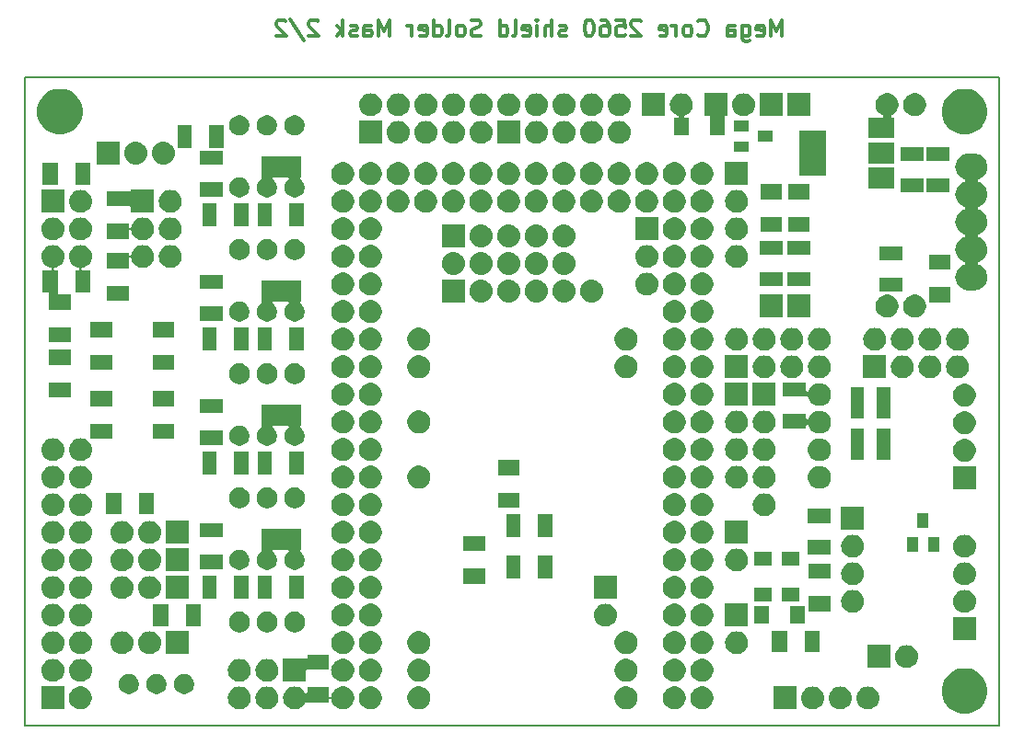
<source format=gbr>
G04 #@! TF.GenerationSoftware,KiCad,Pcbnew,(5.0.2)-1*
G04 #@! TF.CreationDate,2019-06-30T14:55:03+02:00*
G04 #@! TF.ProjectId,Mega_2560 core mini_full_2.2,4d656761-5f32-4353-9630-20636f726520,2.2*
G04 #@! TF.SameCoordinates,Original*
G04 #@! TF.FileFunction,Soldermask,Bot*
G04 #@! TF.FilePolarity,Negative*
%FSLAX46Y46*%
G04 Gerber Fmt 4.6, Leading zero omitted, Abs format (unit mm)*
G04 Created by KiCad (PCBNEW (5.0.2)-1) date 30/06/2019 14:55:03*
%MOMM*%
%LPD*%
G01*
G04 APERTURE LIST*
%ADD10C,0.150000*%
%ADD11C,0.300000*%
%ADD12C,0.100000*%
G04 APERTURE END LIST*
D10*
X140177520Y-61879480D02*
X140177520Y-121569480D01*
X229712520Y-61879480D02*
X140177520Y-61879480D01*
X229712520Y-121569480D02*
X229712520Y-61879480D01*
X140177520Y-121569480D02*
X229712520Y-121569480D01*
D11*
X209746805Y-58113051D02*
X209746805Y-56613051D01*
X209246805Y-57684480D01*
X208746805Y-56613051D01*
X208746805Y-58113051D01*
X207461091Y-58041622D02*
X207603948Y-58113051D01*
X207889662Y-58113051D01*
X208032520Y-58041622D01*
X208103948Y-57898765D01*
X208103948Y-57327337D01*
X208032520Y-57184480D01*
X207889662Y-57113051D01*
X207603948Y-57113051D01*
X207461091Y-57184480D01*
X207389662Y-57327337D01*
X207389662Y-57470194D01*
X208103948Y-57613051D01*
X206103948Y-57113051D02*
X206103948Y-58327337D01*
X206175377Y-58470194D01*
X206246805Y-58541622D01*
X206389662Y-58613051D01*
X206603948Y-58613051D01*
X206746805Y-58541622D01*
X206103948Y-58041622D02*
X206246805Y-58113051D01*
X206532520Y-58113051D01*
X206675377Y-58041622D01*
X206746805Y-57970194D01*
X206818234Y-57827337D01*
X206818234Y-57398765D01*
X206746805Y-57255908D01*
X206675377Y-57184480D01*
X206532520Y-57113051D01*
X206246805Y-57113051D01*
X206103948Y-57184480D01*
X204746805Y-58113051D02*
X204746805Y-57327337D01*
X204818234Y-57184480D01*
X204961091Y-57113051D01*
X205246805Y-57113051D01*
X205389662Y-57184480D01*
X204746805Y-58041622D02*
X204889662Y-58113051D01*
X205246805Y-58113051D01*
X205389662Y-58041622D01*
X205461091Y-57898765D01*
X205461091Y-57755908D01*
X205389662Y-57613051D01*
X205246805Y-57541622D01*
X204889662Y-57541622D01*
X204746805Y-57470194D01*
X202032520Y-57970194D02*
X202103948Y-58041622D01*
X202318234Y-58113051D01*
X202461091Y-58113051D01*
X202675377Y-58041622D01*
X202818234Y-57898765D01*
X202889662Y-57755908D01*
X202961091Y-57470194D01*
X202961091Y-57255908D01*
X202889662Y-56970194D01*
X202818234Y-56827337D01*
X202675377Y-56684480D01*
X202461091Y-56613051D01*
X202318234Y-56613051D01*
X202103948Y-56684480D01*
X202032520Y-56755908D01*
X201175377Y-58113051D02*
X201318234Y-58041622D01*
X201389662Y-57970194D01*
X201461091Y-57827337D01*
X201461091Y-57398765D01*
X201389662Y-57255908D01*
X201318234Y-57184480D01*
X201175377Y-57113051D01*
X200961091Y-57113051D01*
X200818234Y-57184480D01*
X200746805Y-57255908D01*
X200675377Y-57398765D01*
X200675377Y-57827337D01*
X200746805Y-57970194D01*
X200818234Y-58041622D01*
X200961091Y-58113051D01*
X201175377Y-58113051D01*
X200032520Y-58113051D02*
X200032520Y-57113051D01*
X200032520Y-57398765D02*
X199961091Y-57255908D01*
X199889662Y-57184480D01*
X199746805Y-57113051D01*
X199603948Y-57113051D01*
X198532520Y-58041622D02*
X198675377Y-58113051D01*
X198961091Y-58113051D01*
X199103948Y-58041622D01*
X199175377Y-57898765D01*
X199175377Y-57327337D01*
X199103948Y-57184480D01*
X198961091Y-57113051D01*
X198675377Y-57113051D01*
X198532520Y-57184480D01*
X198461091Y-57327337D01*
X198461091Y-57470194D01*
X199175377Y-57613051D01*
X196746805Y-56755908D02*
X196675377Y-56684480D01*
X196532520Y-56613051D01*
X196175377Y-56613051D01*
X196032520Y-56684480D01*
X195961091Y-56755908D01*
X195889662Y-56898765D01*
X195889662Y-57041622D01*
X195961091Y-57255908D01*
X196818234Y-58113051D01*
X195889662Y-58113051D01*
X194532520Y-56613051D02*
X195246805Y-56613051D01*
X195318234Y-57327337D01*
X195246805Y-57255908D01*
X195103948Y-57184480D01*
X194746805Y-57184480D01*
X194603948Y-57255908D01*
X194532520Y-57327337D01*
X194461091Y-57470194D01*
X194461091Y-57827337D01*
X194532520Y-57970194D01*
X194603948Y-58041622D01*
X194746805Y-58113051D01*
X195103948Y-58113051D01*
X195246805Y-58041622D01*
X195318234Y-57970194D01*
X193175377Y-56613051D02*
X193461091Y-56613051D01*
X193603948Y-56684480D01*
X193675377Y-56755908D01*
X193818234Y-56970194D01*
X193889662Y-57255908D01*
X193889662Y-57827337D01*
X193818234Y-57970194D01*
X193746805Y-58041622D01*
X193603948Y-58113051D01*
X193318234Y-58113051D01*
X193175377Y-58041622D01*
X193103948Y-57970194D01*
X193032520Y-57827337D01*
X193032520Y-57470194D01*
X193103948Y-57327337D01*
X193175377Y-57255908D01*
X193318234Y-57184480D01*
X193603948Y-57184480D01*
X193746805Y-57255908D01*
X193818234Y-57327337D01*
X193889662Y-57470194D01*
X192103948Y-56613051D02*
X191961091Y-56613051D01*
X191818234Y-56684480D01*
X191746805Y-56755908D01*
X191675377Y-56898765D01*
X191603948Y-57184480D01*
X191603948Y-57541622D01*
X191675377Y-57827337D01*
X191746805Y-57970194D01*
X191818234Y-58041622D01*
X191961091Y-58113051D01*
X192103948Y-58113051D01*
X192246805Y-58041622D01*
X192318234Y-57970194D01*
X192389662Y-57827337D01*
X192461091Y-57541622D01*
X192461091Y-57184480D01*
X192389662Y-56898765D01*
X192318234Y-56755908D01*
X192246805Y-56684480D01*
X192103948Y-56613051D01*
X189889662Y-58041622D02*
X189746805Y-58113051D01*
X189461091Y-58113051D01*
X189318234Y-58041622D01*
X189246805Y-57898765D01*
X189246805Y-57827337D01*
X189318234Y-57684480D01*
X189461091Y-57613051D01*
X189675377Y-57613051D01*
X189818234Y-57541622D01*
X189889662Y-57398765D01*
X189889662Y-57327337D01*
X189818234Y-57184480D01*
X189675377Y-57113051D01*
X189461091Y-57113051D01*
X189318234Y-57184480D01*
X188603948Y-58113051D02*
X188603948Y-56613051D01*
X187961091Y-58113051D02*
X187961091Y-57327337D01*
X188032520Y-57184480D01*
X188175377Y-57113051D01*
X188389662Y-57113051D01*
X188532520Y-57184480D01*
X188603948Y-57255908D01*
X187246805Y-58113051D02*
X187246805Y-57113051D01*
X187246805Y-56613051D02*
X187318234Y-56684480D01*
X187246805Y-56755908D01*
X187175377Y-56684480D01*
X187246805Y-56613051D01*
X187246805Y-56755908D01*
X185961091Y-58041622D02*
X186103948Y-58113051D01*
X186389662Y-58113051D01*
X186532520Y-58041622D01*
X186603948Y-57898765D01*
X186603948Y-57327337D01*
X186532520Y-57184480D01*
X186389662Y-57113051D01*
X186103948Y-57113051D01*
X185961091Y-57184480D01*
X185889662Y-57327337D01*
X185889662Y-57470194D01*
X186603948Y-57613051D01*
X185032520Y-58113051D02*
X185175377Y-58041622D01*
X185246805Y-57898765D01*
X185246805Y-56613051D01*
X183818234Y-58113051D02*
X183818234Y-56613051D01*
X183818234Y-58041622D02*
X183961091Y-58113051D01*
X184246805Y-58113051D01*
X184389662Y-58041622D01*
X184461091Y-57970194D01*
X184532520Y-57827337D01*
X184532520Y-57398765D01*
X184461091Y-57255908D01*
X184389662Y-57184480D01*
X184246805Y-57113051D01*
X183961091Y-57113051D01*
X183818234Y-57184480D01*
X182032520Y-58041622D02*
X181818234Y-58113051D01*
X181461091Y-58113051D01*
X181318234Y-58041622D01*
X181246805Y-57970194D01*
X181175377Y-57827337D01*
X181175377Y-57684480D01*
X181246805Y-57541622D01*
X181318234Y-57470194D01*
X181461091Y-57398765D01*
X181746805Y-57327337D01*
X181889662Y-57255908D01*
X181961091Y-57184480D01*
X182032520Y-57041622D01*
X182032520Y-56898765D01*
X181961091Y-56755908D01*
X181889662Y-56684480D01*
X181746805Y-56613051D01*
X181389662Y-56613051D01*
X181175377Y-56684480D01*
X180318234Y-58113051D02*
X180461091Y-58041622D01*
X180532520Y-57970194D01*
X180603948Y-57827337D01*
X180603948Y-57398765D01*
X180532520Y-57255908D01*
X180461091Y-57184480D01*
X180318234Y-57113051D01*
X180103948Y-57113051D01*
X179961091Y-57184480D01*
X179889662Y-57255908D01*
X179818234Y-57398765D01*
X179818234Y-57827337D01*
X179889662Y-57970194D01*
X179961091Y-58041622D01*
X180103948Y-58113051D01*
X180318234Y-58113051D01*
X178961091Y-58113051D02*
X179103948Y-58041622D01*
X179175377Y-57898765D01*
X179175377Y-56613051D01*
X177746805Y-58113051D02*
X177746805Y-56613051D01*
X177746805Y-58041622D02*
X177889662Y-58113051D01*
X178175377Y-58113051D01*
X178318234Y-58041622D01*
X178389662Y-57970194D01*
X178461091Y-57827337D01*
X178461091Y-57398765D01*
X178389662Y-57255908D01*
X178318234Y-57184480D01*
X178175377Y-57113051D01*
X177889662Y-57113051D01*
X177746805Y-57184480D01*
X176461091Y-58041622D02*
X176603948Y-58113051D01*
X176889662Y-58113051D01*
X177032520Y-58041622D01*
X177103948Y-57898765D01*
X177103948Y-57327337D01*
X177032520Y-57184480D01*
X176889662Y-57113051D01*
X176603948Y-57113051D01*
X176461091Y-57184480D01*
X176389662Y-57327337D01*
X176389662Y-57470194D01*
X177103948Y-57613051D01*
X175746805Y-58113051D02*
X175746805Y-57113051D01*
X175746805Y-57398765D02*
X175675377Y-57255908D01*
X175603948Y-57184480D01*
X175461091Y-57113051D01*
X175318234Y-57113051D01*
X173675377Y-58113051D02*
X173675377Y-56613051D01*
X173175377Y-57684480D01*
X172675377Y-56613051D01*
X172675377Y-58113051D01*
X171318234Y-58113051D02*
X171318234Y-57327337D01*
X171389662Y-57184480D01*
X171532520Y-57113051D01*
X171818234Y-57113051D01*
X171961091Y-57184480D01*
X171318234Y-58041622D02*
X171461091Y-58113051D01*
X171818234Y-58113051D01*
X171961091Y-58041622D01*
X172032520Y-57898765D01*
X172032520Y-57755908D01*
X171961091Y-57613051D01*
X171818234Y-57541622D01*
X171461091Y-57541622D01*
X171318234Y-57470194D01*
X170675377Y-58041622D02*
X170532520Y-58113051D01*
X170246805Y-58113051D01*
X170103948Y-58041622D01*
X170032520Y-57898765D01*
X170032520Y-57827337D01*
X170103948Y-57684480D01*
X170246805Y-57613051D01*
X170461091Y-57613051D01*
X170603948Y-57541622D01*
X170675377Y-57398765D01*
X170675377Y-57327337D01*
X170603948Y-57184480D01*
X170461091Y-57113051D01*
X170246805Y-57113051D01*
X170103948Y-57184480D01*
X169389662Y-58113051D02*
X169389662Y-56613051D01*
X169246805Y-57541622D02*
X168818234Y-58113051D01*
X168818234Y-57113051D02*
X169389662Y-57684480D01*
X167103948Y-56755908D02*
X167032520Y-56684480D01*
X166889662Y-56613051D01*
X166532520Y-56613051D01*
X166389662Y-56684480D01*
X166318234Y-56755908D01*
X166246805Y-56898765D01*
X166246805Y-57041622D01*
X166318234Y-57255908D01*
X167175377Y-58113051D01*
X166246805Y-58113051D01*
X164532520Y-56541622D02*
X165818234Y-58470194D01*
X164103948Y-56755908D02*
X164032520Y-56684480D01*
X163889662Y-56613051D01*
X163532520Y-56613051D01*
X163389662Y-56684480D01*
X163318234Y-56755908D01*
X163246805Y-56898765D01*
X163246805Y-57041622D01*
X163318234Y-57255908D01*
X164175377Y-58113051D01*
X163246805Y-58113051D01*
D12*
G36*
X227150067Y-116375181D02*
X227532242Y-116533483D01*
X227621161Y-116592897D01*
X227876192Y-116763303D01*
X228168697Y-117055808D01*
X228247011Y-117173014D01*
X228398517Y-117399758D01*
X228556819Y-117781933D01*
X228637520Y-118187647D01*
X228637520Y-118601313D01*
X228556819Y-119007027D01*
X228398517Y-119389202D01*
X228356904Y-119451480D01*
X228168697Y-119733152D01*
X227876192Y-120025657D01*
X227646893Y-120178870D01*
X227532242Y-120255477D01*
X227150067Y-120413779D01*
X226744353Y-120494480D01*
X226330687Y-120494480D01*
X225924973Y-120413779D01*
X225542798Y-120255477D01*
X225428147Y-120178870D01*
X225198848Y-120025657D01*
X224906343Y-119733152D01*
X224718136Y-119451480D01*
X224676523Y-119389202D01*
X224518221Y-119007027D01*
X224437520Y-118601313D01*
X224437520Y-118187647D01*
X224518221Y-117781933D01*
X224676523Y-117399758D01*
X224828029Y-117173014D01*
X224906343Y-117055808D01*
X225198848Y-116763303D01*
X225453879Y-116592897D01*
X225542798Y-116533483D01*
X225924973Y-116375181D01*
X226330687Y-116294480D01*
X226744353Y-116294480D01*
X227150067Y-116375181D01*
X227150067Y-116375181D01*
G37*
G36*
X217776227Y-117987076D02*
X217853356Y-117994673D01*
X217985307Y-118034700D01*
X218051283Y-118054713D01*
X218233692Y-118152213D01*
X218393574Y-118283426D01*
X218524787Y-118443308D01*
X218622287Y-118625717D01*
X218642300Y-118691693D01*
X218682327Y-118823644D01*
X218702600Y-119029480D01*
X218682327Y-119235316D01*
X218642300Y-119367267D01*
X218622287Y-119433243D01*
X218524787Y-119615652D01*
X218393574Y-119775534D01*
X218233692Y-119906747D01*
X218051283Y-120004247D01*
X217985307Y-120024260D01*
X217853356Y-120064287D01*
X217776227Y-120071883D01*
X217699100Y-120079480D01*
X217595940Y-120079480D01*
X217518813Y-120071883D01*
X217441684Y-120064287D01*
X217309733Y-120024260D01*
X217243757Y-120004247D01*
X217061348Y-119906747D01*
X216901466Y-119775534D01*
X216770253Y-119615652D01*
X216672753Y-119433243D01*
X216652740Y-119367267D01*
X216612713Y-119235316D01*
X216592440Y-119029480D01*
X216612713Y-118823644D01*
X216652740Y-118691693D01*
X216672753Y-118625717D01*
X216770253Y-118443308D01*
X216901466Y-118283426D01*
X217061348Y-118152213D01*
X217243757Y-118054713D01*
X217309733Y-118034700D01*
X217441684Y-117994673D01*
X217518813Y-117987076D01*
X217595940Y-117979480D01*
X217699100Y-117979480D01*
X217776227Y-117987076D01*
X217776227Y-117987076D01*
G37*
G36*
X145383408Y-117983950D02*
X145563794Y-118019830D01*
X145754882Y-118098982D01*
X145926856Y-118213891D01*
X146073109Y-118360144D01*
X146188018Y-118532118D01*
X146267170Y-118723206D01*
X146307520Y-118926064D01*
X146307520Y-119132896D01*
X146267170Y-119335754D01*
X146188018Y-119526842D01*
X146073109Y-119698816D01*
X145926856Y-119845069D01*
X145754882Y-119959978D01*
X145563794Y-120039130D01*
X145383408Y-120075010D01*
X145360937Y-120079480D01*
X145154103Y-120079480D01*
X145131632Y-120075010D01*
X144951246Y-120039130D01*
X144760158Y-119959978D01*
X144588184Y-119845069D01*
X144441931Y-119698816D01*
X144327022Y-119526842D01*
X144247870Y-119335754D01*
X144207520Y-119132896D01*
X144207520Y-118926064D01*
X144247870Y-118723206D01*
X144327022Y-118532118D01*
X144441931Y-118360144D01*
X144588184Y-118213891D01*
X144760158Y-118098982D01*
X144951246Y-118019830D01*
X145131632Y-117983950D01*
X145154103Y-117979480D01*
X145360937Y-117979480D01*
X145383408Y-117983950D01*
X145383408Y-117983950D01*
G37*
G36*
X143767520Y-120079480D02*
X141667520Y-120079480D01*
X141667520Y-117979480D01*
X143767520Y-117979480D01*
X143767520Y-120079480D01*
X143767520Y-120079480D01*
G37*
G36*
X195548408Y-117983950D02*
X195728794Y-118019830D01*
X195919882Y-118098982D01*
X196091856Y-118213891D01*
X196238109Y-118360144D01*
X196353018Y-118532118D01*
X196432170Y-118723206D01*
X196472520Y-118926064D01*
X196472520Y-119132896D01*
X196432170Y-119335754D01*
X196353018Y-119526842D01*
X196238109Y-119698816D01*
X196091856Y-119845069D01*
X195919882Y-119959978D01*
X195728794Y-120039130D01*
X195548408Y-120075010D01*
X195525937Y-120079480D01*
X195319103Y-120079480D01*
X195296632Y-120075010D01*
X195116246Y-120039130D01*
X194925158Y-119959978D01*
X194753184Y-119845069D01*
X194606931Y-119698816D01*
X194492022Y-119526842D01*
X194412870Y-119335754D01*
X194372520Y-119132896D01*
X194372520Y-118926064D01*
X194412870Y-118723206D01*
X194492022Y-118532118D01*
X194606931Y-118360144D01*
X194753184Y-118213891D01*
X194925158Y-118098982D01*
X195116246Y-118019830D01*
X195296632Y-117983950D01*
X195319103Y-117979480D01*
X195525937Y-117979480D01*
X195548408Y-117983950D01*
X195548408Y-117983950D01*
G37*
G36*
X176498408Y-117983950D02*
X176678794Y-118019830D01*
X176869882Y-118098982D01*
X177041856Y-118213891D01*
X177188109Y-118360144D01*
X177303018Y-118532118D01*
X177382170Y-118723206D01*
X177422520Y-118926064D01*
X177422520Y-119132896D01*
X177382170Y-119335754D01*
X177303018Y-119526842D01*
X177188109Y-119698816D01*
X177041856Y-119845069D01*
X176869882Y-119959978D01*
X176678794Y-120039130D01*
X176498408Y-120075010D01*
X176475937Y-120079480D01*
X176269103Y-120079480D01*
X176246632Y-120075010D01*
X176066246Y-120039130D01*
X175875158Y-119959978D01*
X175703184Y-119845069D01*
X175556931Y-119698816D01*
X175442022Y-119526842D01*
X175362870Y-119335754D01*
X175322520Y-119132896D01*
X175322520Y-118926064D01*
X175362870Y-118723206D01*
X175442022Y-118532118D01*
X175556931Y-118360144D01*
X175703184Y-118213891D01*
X175875158Y-118098982D01*
X176066246Y-118019830D01*
X176246632Y-117983950D01*
X176269103Y-117979480D01*
X176475937Y-117979480D01*
X176498408Y-117983950D01*
X176498408Y-117983950D01*
G37*
G36*
X211077520Y-120079480D02*
X208977520Y-120079480D01*
X208977520Y-117979480D01*
X211077520Y-117979480D01*
X211077520Y-120079480D01*
X211077520Y-120079480D01*
G37*
G36*
X212696227Y-117987076D02*
X212773356Y-117994673D01*
X212905307Y-118034700D01*
X212971283Y-118054713D01*
X213153692Y-118152213D01*
X213313574Y-118283426D01*
X213444787Y-118443308D01*
X213542287Y-118625717D01*
X213562300Y-118691693D01*
X213602327Y-118823644D01*
X213622600Y-119029480D01*
X213602327Y-119235316D01*
X213562300Y-119367267D01*
X213542287Y-119433243D01*
X213444787Y-119615652D01*
X213313574Y-119775534D01*
X213153692Y-119906747D01*
X212971283Y-120004247D01*
X212905307Y-120024260D01*
X212773356Y-120064287D01*
X212696227Y-120071883D01*
X212619100Y-120079480D01*
X212515940Y-120079480D01*
X212438813Y-120071883D01*
X212361684Y-120064287D01*
X212229733Y-120024260D01*
X212163757Y-120004247D01*
X211981348Y-119906747D01*
X211821466Y-119775534D01*
X211690253Y-119615652D01*
X211592753Y-119433243D01*
X211572740Y-119367267D01*
X211532713Y-119235316D01*
X211512440Y-119029480D01*
X211532713Y-118823644D01*
X211572740Y-118691693D01*
X211592753Y-118625717D01*
X211690253Y-118443308D01*
X211821466Y-118283426D01*
X211981348Y-118152213D01*
X212163757Y-118054713D01*
X212229733Y-118034700D01*
X212361684Y-117994673D01*
X212438813Y-117987076D01*
X212515940Y-117979480D01*
X212619100Y-117979480D01*
X212696227Y-117987076D01*
X212696227Y-117987076D01*
G37*
G36*
X215236227Y-117987076D02*
X215313356Y-117994673D01*
X215445307Y-118034700D01*
X215511283Y-118054713D01*
X215693692Y-118152213D01*
X215853574Y-118283426D01*
X215984787Y-118443308D01*
X216082287Y-118625717D01*
X216102300Y-118691693D01*
X216142327Y-118823644D01*
X216162600Y-119029480D01*
X216142327Y-119235316D01*
X216102300Y-119367267D01*
X216082287Y-119433243D01*
X215984787Y-119615652D01*
X215853574Y-119775534D01*
X215693692Y-119906747D01*
X215511283Y-120004247D01*
X215445307Y-120024260D01*
X215313356Y-120064287D01*
X215236227Y-120071883D01*
X215159100Y-120079480D01*
X215055940Y-120079480D01*
X214978813Y-120071883D01*
X214901684Y-120064287D01*
X214769733Y-120024260D01*
X214703757Y-120004247D01*
X214521348Y-119906747D01*
X214361466Y-119775534D01*
X214230253Y-119615652D01*
X214132753Y-119433243D01*
X214112740Y-119367267D01*
X214072713Y-119235316D01*
X214052440Y-119029480D01*
X214072713Y-118823644D01*
X214112740Y-118691693D01*
X214132753Y-118625717D01*
X214230253Y-118443308D01*
X214361466Y-118283426D01*
X214521348Y-118152213D01*
X214703757Y-118054713D01*
X214769733Y-118034700D01*
X214901684Y-117994673D01*
X214978813Y-117987076D01*
X215055940Y-117979480D01*
X215159100Y-117979480D01*
X215236227Y-117987076D01*
X215236227Y-117987076D01*
G37*
G36*
X172053408Y-117983950D02*
X172233794Y-118019830D01*
X172424882Y-118098982D01*
X172596856Y-118213891D01*
X172743109Y-118360144D01*
X172858018Y-118532118D01*
X172937170Y-118723206D01*
X172977520Y-118926064D01*
X172977520Y-119132896D01*
X172937170Y-119335754D01*
X172858018Y-119526842D01*
X172743109Y-119698816D01*
X172596856Y-119845069D01*
X172424882Y-119959978D01*
X172233794Y-120039130D01*
X172053408Y-120075010D01*
X172030937Y-120079480D01*
X171824103Y-120079480D01*
X171801632Y-120075010D01*
X171621246Y-120039130D01*
X171430158Y-119959978D01*
X171258184Y-119845069D01*
X171111931Y-119698816D01*
X170997022Y-119526842D01*
X170917870Y-119335754D01*
X170877520Y-119132896D01*
X170877520Y-118926064D01*
X170917870Y-118723206D01*
X170997022Y-118532118D01*
X171111931Y-118360144D01*
X171258184Y-118213891D01*
X171430158Y-118098982D01*
X171621246Y-118019830D01*
X171801632Y-117983950D01*
X171824103Y-117979480D01*
X172030937Y-117979480D01*
X172053408Y-117983950D01*
X172053408Y-117983950D01*
G37*
G36*
X199993408Y-117983950D02*
X200173794Y-118019830D01*
X200364882Y-118098982D01*
X200536856Y-118213891D01*
X200683109Y-118360144D01*
X200798018Y-118532118D01*
X200877170Y-118723206D01*
X200917520Y-118926064D01*
X200917520Y-119132896D01*
X200877170Y-119335754D01*
X200798018Y-119526842D01*
X200683109Y-119698816D01*
X200536856Y-119845069D01*
X200364882Y-119959978D01*
X200173794Y-120039130D01*
X199993408Y-120075010D01*
X199970937Y-120079480D01*
X199764103Y-120079480D01*
X199741632Y-120075010D01*
X199561246Y-120039130D01*
X199370158Y-119959978D01*
X199198184Y-119845069D01*
X199051931Y-119698816D01*
X198937022Y-119526842D01*
X198857870Y-119335754D01*
X198817520Y-119132896D01*
X198817520Y-118926064D01*
X198857870Y-118723206D01*
X198937022Y-118532118D01*
X199051931Y-118360144D01*
X199198184Y-118213891D01*
X199370158Y-118098982D01*
X199561246Y-118019830D01*
X199741632Y-117983950D01*
X199764103Y-117979480D01*
X199970937Y-117979480D01*
X199993408Y-117983950D01*
X199993408Y-117983950D01*
G37*
G36*
X202533408Y-117983950D02*
X202713794Y-118019830D01*
X202904882Y-118098982D01*
X203076856Y-118213891D01*
X203223109Y-118360144D01*
X203338018Y-118532118D01*
X203417170Y-118723206D01*
X203457520Y-118926064D01*
X203457520Y-119132896D01*
X203417170Y-119335754D01*
X203338018Y-119526842D01*
X203223109Y-119698816D01*
X203076856Y-119845069D01*
X202904882Y-119959978D01*
X202713794Y-120039130D01*
X202533408Y-120075010D01*
X202510937Y-120079480D01*
X202304103Y-120079480D01*
X202281632Y-120075010D01*
X202101246Y-120039130D01*
X201910158Y-119959978D01*
X201738184Y-119845069D01*
X201591931Y-119698816D01*
X201477022Y-119526842D01*
X201397870Y-119335754D01*
X201357520Y-119132896D01*
X201357520Y-118926064D01*
X201397870Y-118723206D01*
X201477022Y-118532118D01*
X201591931Y-118360144D01*
X201738184Y-118213891D01*
X201910158Y-118098982D01*
X202101246Y-118019830D01*
X202281632Y-117983950D01*
X202304103Y-117979480D01*
X202510937Y-117979480D01*
X202533408Y-117983950D01*
X202533408Y-117983950D01*
G37*
G36*
X159991227Y-117987076D02*
X160068356Y-117994673D01*
X160200307Y-118034700D01*
X160266283Y-118054713D01*
X160448692Y-118152213D01*
X160608574Y-118283426D01*
X160739787Y-118443308D01*
X160837287Y-118625717D01*
X160857300Y-118691693D01*
X160897327Y-118823644D01*
X160917600Y-119029480D01*
X160897327Y-119235316D01*
X160857300Y-119367267D01*
X160837287Y-119433243D01*
X160739787Y-119615652D01*
X160608574Y-119775534D01*
X160448692Y-119906747D01*
X160266283Y-120004247D01*
X160200307Y-120024260D01*
X160068356Y-120064287D01*
X159991227Y-120071883D01*
X159914100Y-120079480D01*
X159810940Y-120079480D01*
X159733813Y-120071883D01*
X159656684Y-120064287D01*
X159524733Y-120024260D01*
X159458757Y-120004247D01*
X159276348Y-119906747D01*
X159116466Y-119775534D01*
X158985253Y-119615652D01*
X158887753Y-119433243D01*
X158867740Y-119367267D01*
X158827713Y-119235316D01*
X158807440Y-119029480D01*
X158827713Y-118823644D01*
X158867740Y-118691693D01*
X158887753Y-118625717D01*
X158985253Y-118443308D01*
X159116466Y-118283426D01*
X159276348Y-118152213D01*
X159458757Y-118054713D01*
X159524733Y-118034700D01*
X159656684Y-117994673D01*
X159733813Y-117987076D01*
X159810940Y-117979480D01*
X159914100Y-117979480D01*
X159991227Y-117987076D01*
X159991227Y-117987076D01*
G37*
G36*
X162531227Y-117987076D02*
X162608356Y-117994673D01*
X162740307Y-118034700D01*
X162806283Y-118054713D01*
X162988692Y-118152213D01*
X163148574Y-118283426D01*
X163279787Y-118443308D01*
X163377287Y-118625717D01*
X163397300Y-118691693D01*
X163437327Y-118823644D01*
X163457600Y-119029480D01*
X163437327Y-119235316D01*
X163397300Y-119367267D01*
X163377287Y-119433243D01*
X163279787Y-119615652D01*
X163148574Y-119775534D01*
X162988692Y-119906747D01*
X162806283Y-120004247D01*
X162740307Y-120024260D01*
X162608356Y-120064287D01*
X162531227Y-120071883D01*
X162454100Y-120079480D01*
X162350940Y-120079480D01*
X162273813Y-120071883D01*
X162196684Y-120064287D01*
X162064733Y-120024260D01*
X161998757Y-120004247D01*
X161816348Y-119906747D01*
X161656466Y-119775534D01*
X161525253Y-119615652D01*
X161427753Y-119433243D01*
X161407740Y-119367267D01*
X161367713Y-119235316D01*
X161347440Y-119029480D01*
X161367713Y-118823644D01*
X161407740Y-118691693D01*
X161427753Y-118625717D01*
X161525253Y-118443308D01*
X161656466Y-118283426D01*
X161816348Y-118152213D01*
X161998757Y-118054713D01*
X162064733Y-118034700D01*
X162196684Y-117994673D01*
X162273813Y-117987076D01*
X162350940Y-117979480D01*
X162454100Y-117979480D01*
X162531227Y-117987076D01*
X162531227Y-117987076D01*
G37*
G36*
X165071227Y-117987076D02*
X165148356Y-117994673D01*
X165280307Y-118034700D01*
X165346283Y-118054713D01*
X165528692Y-118152213D01*
X165688574Y-118283426D01*
X165819787Y-118443309D01*
X165854179Y-118507652D01*
X165866280Y-118530291D01*
X165879894Y-118550665D01*
X165897221Y-118567992D01*
X165917595Y-118581606D01*
X165940234Y-118590984D01*
X165964268Y-118595764D01*
X165988772Y-118595764D01*
X166012806Y-118590984D01*
X166035445Y-118581606D01*
X166055819Y-118567992D01*
X166073146Y-118550665D01*
X166086760Y-118530291D01*
X166096138Y-118507652D01*
X166100918Y-118483618D01*
X166101520Y-118471366D01*
X166101520Y-118051480D01*
X168101520Y-118051480D01*
X168101520Y-118843371D01*
X168103922Y-118867757D01*
X168111035Y-118891206D01*
X168122586Y-118912817D01*
X168138132Y-118931759D01*
X168157074Y-118947305D01*
X168178685Y-118958856D01*
X168202134Y-118965969D01*
X168226520Y-118968371D01*
X168250906Y-118965969D01*
X168274355Y-118958856D01*
X168295966Y-118947305D01*
X168314908Y-118931759D01*
X168330454Y-118912817D01*
X168342005Y-118891206D01*
X168349118Y-118867757D01*
X168377870Y-118723206D01*
X168457022Y-118532118D01*
X168571931Y-118360144D01*
X168718184Y-118213891D01*
X168890158Y-118098982D01*
X169081246Y-118019830D01*
X169261632Y-117983950D01*
X169284103Y-117979480D01*
X169490937Y-117979480D01*
X169513408Y-117983950D01*
X169693794Y-118019830D01*
X169884882Y-118098982D01*
X170056856Y-118213891D01*
X170203109Y-118360144D01*
X170318018Y-118532118D01*
X170397170Y-118723206D01*
X170437520Y-118926064D01*
X170437520Y-119132896D01*
X170397170Y-119335754D01*
X170318018Y-119526842D01*
X170203109Y-119698816D01*
X170056856Y-119845069D01*
X169884882Y-119959978D01*
X169693794Y-120039130D01*
X169513408Y-120075010D01*
X169490937Y-120079480D01*
X169284103Y-120079480D01*
X169261632Y-120075010D01*
X169081246Y-120039130D01*
X168890158Y-119959978D01*
X168718184Y-119845069D01*
X168571931Y-119698816D01*
X168457022Y-119526842D01*
X168377870Y-119335754D01*
X168349117Y-119191200D01*
X168342005Y-119167753D01*
X168330454Y-119146143D01*
X168314908Y-119127201D01*
X168295966Y-119111655D01*
X168274355Y-119100104D01*
X168250906Y-119092991D01*
X168226520Y-119090589D01*
X168202134Y-119092991D01*
X168178684Y-119100104D01*
X168157074Y-119111655D01*
X168138132Y-119127201D01*
X168122586Y-119146143D01*
X168111035Y-119167754D01*
X168103922Y-119191203D01*
X168101520Y-119215589D01*
X168101520Y-119451480D01*
X165982461Y-119451480D01*
X165958075Y-119453882D01*
X165934626Y-119460995D01*
X165913015Y-119472546D01*
X165894073Y-119488092D01*
X165872221Y-119517555D01*
X165819787Y-119615652D01*
X165688574Y-119775534D01*
X165528692Y-119906747D01*
X165346283Y-120004247D01*
X165280307Y-120024260D01*
X165148356Y-120064287D01*
X165071227Y-120071883D01*
X164994100Y-120079480D01*
X164890940Y-120079480D01*
X164813813Y-120071883D01*
X164736684Y-120064287D01*
X164604733Y-120024260D01*
X164538757Y-120004247D01*
X164356348Y-119906747D01*
X164196466Y-119775534D01*
X164065253Y-119615652D01*
X163967753Y-119433243D01*
X163947740Y-119367267D01*
X163907713Y-119235316D01*
X163887440Y-119029480D01*
X163907713Y-118823644D01*
X163947740Y-118691693D01*
X163967753Y-118625717D01*
X164065253Y-118443308D01*
X164196466Y-118283426D01*
X164356348Y-118152213D01*
X164538757Y-118054713D01*
X164604733Y-118034700D01*
X164736684Y-117994673D01*
X164813813Y-117987076D01*
X164890940Y-117979480D01*
X164994100Y-117979480D01*
X165071227Y-117987076D01*
X165071227Y-117987076D01*
G37*
G36*
X152510873Y-116874835D02*
X152678304Y-116944187D01*
X152828986Y-117044870D01*
X152957130Y-117173014D01*
X153057813Y-117323696D01*
X153127165Y-117491127D01*
X153162520Y-117668867D01*
X153162520Y-117850093D01*
X153127165Y-118027833D01*
X153057813Y-118195264D01*
X152957130Y-118345946D01*
X152828986Y-118474090D01*
X152678304Y-118574773D01*
X152510873Y-118644125D01*
X152333133Y-118679480D01*
X152151907Y-118679480D01*
X151974167Y-118644125D01*
X151806736Y-118574773D01*
X151656054Y-118474090D01*
X151527910Y-118345946D01*
X151427227Y-118195264D01*
X151357875Y-118027833D01*
X151322520Y-117850093D01*
X151322520Y-117668867D01*
X151357875Y-117491127D01*
X151427227Y-117323696D01*
X151527910Y-117173014D01*
X151656054Y-117044870D01*
X151806736Y-116944187D01*
X151974167Y-116874835D01*
X152151907Y-116839480D01*
X152333133Y-116839480D01*
X152510873Y-116874835D01*
X152510873Y-116874835D01*
G37*
G36*
X149970873Y-116874835D02*
X150138304Y-116944187D01*
X150288986Y-117044870D01*
X150417130Y-117173014D01*
X150517813Y-117323696D01*
X150587165Y-117491127D01*
X150622520Y-117668867D01*
X150622520Y-117850093D01*
X150587165Y-118027833D01*
X150517813Y-118195264D01*
X150417130Y-118345946D01*
X150288986Y-118474090D01*
X150138304Y-118574773D01*
X149970873Y-118644125D01*
X149793133Y-118679480D01*
X149611907Y-118679480D01*
X149434167Y-118644125D01*
X149266736Y-118574773D01*
X149116054Y-118474090D01*
X148987910Y-118345946D01*
X148887227Y-118195264D01*
X148817875Y-118027833D01*
X148782520Y-117850093D01*
X148782520Y-117668867D01*
X148817875Y-117491127D01*
X148887227Y-117323696D01*
X148987910Y-117173014D01*
X149116054Y-117044870D01*
X149266736Y-116944187D01*
X149434167Y-116874835D01*
X149611907Y-116839480D01*
X149793133Y-116839480D01*
X149970873Y-116874835D01*
X149970873Y-116874835D01*
G37*
G36*
X155050873Y-116874835D02*
X155218304Y-116944187D01*
X155368986Y-117044870D01*
X155497130Y-117173014D01*
X155597813Y-117323696D01*
X155667165Y-117491127D01*
X155702520Y-117668867D01*
X155702520Y-117850093D01*
X155667165Y-118027833D01*
X155597813Y-118195264D01*
X155497130Y-118345946D01*
X155368986Y-118474090D01*
X155218304Y-118574773D01*
X155050873Y-118644125D01*
X154873133Y-118679480D01*
X154691907Y-118679480D01*
X154514167Y-118644125D01*
X154346736Y-118574773D01*
X154196054Y-118474090D01*
X154067910Y-118345946D01*
X153967227Y-118195264D01*
X153897875Y-118027833D01*
X153862520Y-117850093D01*
X153862520Y-117668867D01*
X153897875Y-117491127D01*
X153967227Y-117323696D01*
X154067910Y-117173014D01*
X154196054Y-117044870D01*
X154346736Y-116944187D01*
X154514167Y-116874835D01*
X154691907Y-116839480D01*
X154873133Y-116839480D01*
X155050873Y-116874835D01*
X155050873Y-116874835D01*
G37*
G36*
X168101520Y-116303371D02*
X168103922Y-116327757D01*
X168111035Y-116351206D01*
X168122586Y-116372817D01*
X168138132Y-116391759D01*
X168157074Y-116407305D01*
X168178685Y-116418856D01*
X168202134Y-116425969D01*
X168226520Y-116428371D01*
X168250906Y-116425969D01*
X168274355Y-116418856D01*
X168295966Y-116407305D01*
X168314908Y-116391759D01*
X168330454Y-116372817D01*
X168342005Y-116351206D01*
X168349118Y-116327757D01*
X168377870Y-116183206D01*
X168457022Y-115992118D01*
X168571931Y-115820144D01*
X168718184Y-115673891D01*
X168890158Y-115558982D01*
X169081246Y-115479830D01*
X169261632Y-115443950D01*
X169284103Y-115439480D01*
X169490937Y-115439480D01*
X169513408Y-115443950D01*
X169693794Y-115479830D01*
X169884882Y-115558982D01*
X170056856Y-115673891D01*
X170203109Y-115820144D01*
X170318018Y-115992118D01*
X170397170Y-116183206D01*
X170425922Y-116327757D01*
X170435356Y-116375182D01*
X170437520Y-116386064D01*
X170437520Y-116592896D01*
X170397170Y-116795754D01*
X170318018Y-116986842D01*
X170203109Y-117158816D01*
X170056856Y-117305069D01*
X169884882Y-117419978D01*
X169693794Y-117499130D01*
X169513408Y-117535010D01*
X169490937Y-117539480D01*
X169284103Y-117539480D01*
X169261632Y-117535010D01*
X169081246Y-117499130D01*
X168890158Y-117419978D01*
X168718184Y-117305069D01*
X168571931Y-117158816D01*
X168457022Y-116986842D01*
X168377870Y-116795754D01*
X168337520Y-116592896D01*
X168337520Y-116576480D01*
X168335118Y-116552094D01*
X168328005Y-116528645D01*
X168316454Y-116507034D01*
X168300908Y-116488092D01*
X168281966Y-116472546D01*
X168260355Y-116460995D01*
X168236906Y-116453882D01*
X168212520Y-116451480D01*
X166117520Y-116451480D01*
X166093134Y-116453882D01*
X166069685Y-116460995D01*
X166048074Y-116472546D01*
X166029132Y-116488092D01*
X166013586Y-116507034D01*
X166002035Y-116528645D01*
X165994922Y-116552094D01*
X165992520Y-116576480D01*
X165992520Y-117539480D01*
X163892520Y-117539480D01*
X163892520Y-115439480D01*
X165976520Y-115439480D01*
X166000906Y-115437078D01*
X166024355Y-115429965D01*
X166045966Y-115418414D01*
X166064908Y-115402868D01*
X166080454Y-115383926D01*
X166092005Y-115362315D01*
X166099118Y-115338866D01*
X166101520Y-115314480D01*
X166101520Y-115051480D01*
X168101520Y-115051480D01*
X168101520Y-116303371D01*
X168101520Y-116303371D01*
G37*
G36*
X202533408Y-115443950D02*
X202713794Y-115479830D01*
X202904882Y-115558982D01*
X203076856Y-115673891D01*
X203223109Y-115820144D01*
X203338018Y-115992118D01*
X203417170Y-116183206D01*
X203445922Y-116327757D01*
X203455356Y-116375182D01*
X203457520Y-116386064D01*
X203457520Y-116592896D01*
X203417170Y-116795754D01*
X203338018Y-116986842D01*
X203223109Y-117158816D01*
X203076856Y-117305069D01*
X202904882Y-117419978D01*
X202713794Y-117499130D01*
X202533408Y-117535010D01*
X202510937Y-117539480D01*
X202304103Y-117539480D01*
X202281632Y-117535010D01*
X202101246Y-117499130D01*
X201910158Y-117419978D01*
X201738184Y-117305069D01*
X201591931Y-117158816D01*
X201477022Y-116986842D01*
X201397870Y-116795754D01*
X201357520Y-116592896D01*
X201357520Y-116386064D01*
X201359685Y-116375182D01*
X201369118Y-116327757D01*
X201397870Y-116183206D01*
X201477022Y-115992118D01*
X201591931Y-115820144D01*
X201738184Y-115673891D01*
X201910158Y-115558982D01*
X202101246Y-115479830D01*
X202281632Y-115443950D01*
X202304103Y-115439480D01*
X202510937Y-115439480D01*
X202533408Y-115443950D01*
X202533408Y-115443950D01*
G37*
G36*
X199993408Y-115443950D02*
X200173794Y-115479830D01*
X200364882Y-115558982D01*
X200536856Y-115673891D01*
X200683109Y-115820144D01*
X200798018Y-115992118D01*
X200877170Y-116183206D01*
X200905922Y-116327757D01*
X200915356Y-116375182D01*
X200917520Y-116386064D01*
X200917520Y-116592896D01*
X200877170Y-116795754D01*
X200798018Y-116986842D01*
X200683109Y-117158816D01*
X200536856Y-117305069D01*
X200364882Y-117419978D01*
X200173794Y-117499130D01*
X199993408Y-117535010D01*
X199970937Y-117539480D01*
X199764103Y-117539480D01*
X199741632Y-117535010D01*
X199561246Y-117499130D01*
X199370158Y-117419978D01*
X199198184Y-117305069D01*
X199051931Y-117158816D01*
X198937022Y-116986842D01*
X198857870Y-116795754D01*
X198817520Y-116592896D01*
X198817520Y-116386064D01*
X198819685Y-116375182D01*
X198829118Y-116327757D01*
X198857870Y-116183206D01*
X198937022Y-115992118D01*
X199051931Y-115820144D01*
X199198184Y-115673891D01*
X199370158Y-115558982D01*
X199561246Y-115479830D01*
X199741632Y-115443950D01*
X199764103Y-115439480D01*
X199970937Y-115439480D01*
X199993408Y-115443950D01*
X199993408Y-115443950D01*
G37*
G36*
X162531227Y-115447076D02*
X162608356Y-115454673D01*
X162740307Y-115494700D01*
X162806283Y-115514713D01*
X162988692Y-115612213D01*
X163148574Y-115743426D01*
X163279787Y-115903308D01*
X163377287Y-116085717D01*
X163377287Y-116085718D01*
X163437327Y-116283644D01*
X163457600Y-116489480D01*
X163437327Y-116695316D01*
X163397300Y-116827267D01*
X163377287Y-116893243D01*
X163279787Y-117075652D01*
X163148574Y-117235534D01*
X162988692Y-117366747D01*
X162806283Y-117464247D01*
X162740307Y-117484260D01*
X162608356Y-117524287D01*
X162531227Y-117531884D01*
X162454100Y-117539480D01*
X162350940Y-117539480D01*
X162273813Y-117531884D01*
X162196684Y-117524287D01*
X162064733Y-117484260D01*
X161998757Y-117464247D01*
X161816348Y-117366747D01*
X161656466Y-117235534D01*
X161525253Y-117075652D01*
X161427753Y-116893243D01*
X161407740Y-116827267D01*
X161367713Y-116695316D01*
X161347440Y-116489480D01*
X161367713Y-116283644D01*
X161427753Y-116085718D01*
X161427753Y-116085717D01*
X161525253Y-115903308D01*
X161656466Y-115743426D01*
X161816348Y-115612213D01*
X161998757Y-115514713D01*
X162064733Y-115494700D01*
X162196684Y-115454673D01*
X162273813Y-115447076D01*
X162350940Y-115439480D01*
X162454100Y-115439480D01*
X162531227Y-115447076D01*
X162531227Y-115447076D01*
G37*
G36*
X159991227Y-115447076D02*
X160068356Y-115454673D01*
X160200307Y-115494700D01*
X160266283Y-115514713D01*
X160448692Y-115612213D01*
X160608574Y-115743426D01*
X160739787Y-115903308D01*
X160837287Y-116085717D01*
X160837287Y-116085718D01*
X160897327Y-116283644D01*
X160917600Y-116489480D01*
X160897327Y-116695316D01*
X160857300Y-116827267D01*
X160837287Y-116893243D01*
X160739787Y-117075652D01*
X160608574Y-117235534D01*
X160448692Y-117366747D01*
X160266283Y-117464247D01*
X160200307Y-117484260D01*
X160068356Y-117524287D01*
X159991227Y-117531884D01*
X159914100Y-117539480D01*
X159810940Y-117539480D01*
X159733813Y-117531884D01*
X159656684Y-117524287D01*
X159524733Y-117484260D01*
X159458757Y-117464247D01*
X159276348Y-117366747D01*
X159116466Y-117235534D01*
X158985253Y-117075652D01*
X158887753Y-116893243D01*
X158867740Y-116827267D01*
X158827713Y-116695316D01*
X158807440Y-116489480D01*
X158827713Y-116283644D01*
X158887753Y-116085718D01*
X158887753Y-116085717D01*
X158985253Y-115903308D01*
X159116466Y-115743426D01*
X159276348Y-115612213D01*
X159458757Y-115514713D01*
X159524733Y-115494700D01*
X159656684Y-115454673D01*
X159733813Y-115447076D01*
X159810940Y-115439480D01*
X159914100Y-115439480D01*
X159991227Y-115447076D01*
X159991227Y-115447076D01*
G37*
G36*
X176498408Y-115443950D02*
X176678794Y-115479830D01*
X176869882Y-115558982D01*
X177041856Y-115673891D01*
X177188109Y-115820144D01*
X177303018Y-115992118D01*
X177382170Y-116183206D01*
X177410922Y-116327757D01*
X177420356Y-116375182D01*
X177422520Y-116386064D01*
X177422520Y-116592896D01*
X177382170Y-116795754D01*
X177303018Y-116986842D01*
X177188109Y-117158816D01*
X177041856Y-117305069D01*
X176869882Y-117419978D01*
X176678794Y-117499130D01*
X176498408Y-117535010D01*
X176475937Y-117539480D01*
X176269103Y-117539480D01*
X176246632Y-117535010D01*
X176066246Y-117499130D01*
X175875158Y-117419978D01*
X175703184Y-117305069D01*
X175556931Y-117158816D01*
X175442022Y-116986842D01*
X175362870Y-116795754D01*
X175322520Y-116592896D01*
X175322520Y-116386064D01*
X175324685Y-116375182D01*
X175334118Y-116327757D01*
X175362870Y-116183206D01*
X175442022Y-115992118D01*
X175556931Y-115820144D01*
X175703184Y-115673891D01*
X175875158Y-115558982D01*
X176066246Y-115479830D01*
X176246632Y-115443950D01*
X176269103Y-115439480D01*
X176475937Y-115439480D01*
X176498408Y-115443950D01*
X176498408Y-115443950D01*
G37*
G36*
X145386227Y-115447076D02*
X145463356Y-115454673D01*
X145595307Y-115494700D01*
X145661283Y-115514713D01*
X145843692Y-115612213D01*
X146003574Y-115743426D01*
X146134787Y-115903308D01*
X146232287Y-116085717D01*
X146232287Y-116085718D01*
X146292327Y-116283644D01*
X146312600Y-116489480D01*
X146292327Y-116695316D01*
X146252300Y-116827267D01*
X146232287Y-116893243D01*
X146134787Y-117075652D01*
X146003574Y-117235534D01*
X145843692Y-117366747D01*
X145661283Y-117464247D01*
X145595307Y-117484260D01*
X145463356Y-117524287D01*
X145386227Y-117531884D01*
X145309100Y-117539480D01*
X145205940Y-117539480D01*
X145128813Y-117531884D01*
X145051684Y-117524287D01*
X144919733Y-117484260D01*
X144853757Y-117464247D01*
X144671348Y-117366747D01*
X144511466Y-117235534D01*
X144380253Y-117075652D01*
X144282753Y-116893243D01*
X144262740Y-116827267D01*
X144222713Y-116695316D01*
X144202440Y-116489480D01*
X144222713Y-116283644D01*
X144282753Y-116085718D01*
X144282753Y-116085717D01*
X144380253Y-115903308D01*
X144511466Y-115743426D01*
X144671348Y-115612213D01*
X144853757Y-115514713D01*
X144919733Y-115494700D01*
X145051684Y-115454673D01*
X145128813Y-115447076D01*
X145205940Y-115439480D01*
X145309100Y-115439480D01*
X145386227Y-115447076D01*
X145386227Y-115447076D01*
G37*
G36*
X142846227Y-115447076D02*
X142923356Y-115454673D01*
X143055307Y-115494700D01*
X143121283Y-115514713D01*
X143303692Y-115612213D01*
X143463574Y-115743426D01*
X143594787Y-115903308D01*
X143692287Y-116085717D01*
X143692287Y-116085718D01*
X143752327Y-116283644D01*
X143772600Y-116489480D01*
X143752327Y-116695316D01*
X143712300Y-116827267D01*
X143692287Y-116893243D01*
X143594787Y-117075652D01*
X143463574Y-117235534D01*
X143303692Y-117366747D01*
X143121283Y-117464247D01*
X143055307Y-117484260D01*
X142923356Y-117524287D01*
X142846227Y-117531884D01*
X142769100Y-117539480D01*
X142665940Y-117539480D01*
X142588813Y-117531884D01*
X142511684Y-117524287D01*
X142379733Y-117484260D01*
X142313757Y-117464247D01*
X142131348Y-117366747D01*
X141971466Y-117235534D01*
X141840253Y-117075652D01*
X141742753Y-116893243D01*
X141722740Y-116827267D01*
X141682713Y-116695316D01*
X141662440Y-116489480D01*
X141682713Y-116283644D01*
X141742753Y-116085718D01*
X141742753Y-116085717D01*
X141840253Y-115903308D01*
X141971466Y-115743426D01*
X142131348Y-115612213D01*
X142313757Y-115514713D01*
X142379733Y-115494700D01*
X142511684Y-115454673D01*
X142588813Y-115447076D01*
X142665940Y-115439480D01*
X142769100Y-115439480D01*
X142846227Y-115447076D01*
X142846227Y-115447076D01*
G37*
G36*
X195548408Y-115443950D02*
X195728794Y-115479830D01*
X195919882Y-115558982D01*
X196091856Y-115673891D01*
X196238109Y-115820144D01*
X196353018Y-115992118D01*
X196432170Y-116183206D01*
X196460922Y-116327757D01*
X196470356Y-116375182D01*
X196472520Y-116386064D01*
X196472520Y-116592896D01*
X196432170Y-116795754D01*
X196353018Y-116986842D01*
X196238109Y-117158816D01*
X196091856Y-117305069D01*
X195919882Y-117419978D01*
X195728794Y-117499130D01*
X195548408Y-117535010D01*
X195525937Y-117539480D01*
X195319103Y-117539480D01*
X195296632Y-117535010D01*
X195116246Y-117499130D01*
X194925158Y-117419978D01*
X194753184Y-117305069D01*
X194606931Y-117158816D01*
X194492022Y-116986842D01*
X194412870Y-116795754D01*
X194372520Y-116592896D01*
X194372520Y-116386064D01*
X194374685Y-116375182D01*
X194384118Y-116327757D01*
X194412870Y-116183206D01*
X194492022Y-115992118D01*
X194606931Y-115820144D01*
X194753184Y-115673891D01*
X194925158Y-115558982D01*
X195116246Y-115479830D01*
X195296632Y-115443950D01*
X195319103Y-115439480D01*
X195525937Y-115439480D01*
X195548408Y-115443950D01*
X195548408Y-115443950D01*
G37*
G36*
X172053408Y-115443950D02*
X172233794Y-115479830D01*
X172424882Y-115558982D01*
X172596856Y-115673891D01*
X172743109Y-115820144D01*
X172858018Y-115992118D01*
X172937170Y-116183206D01*
X172965922Y-116327757D01*
X172975356Y-116375182D01*
X172977520Y-116386064D01*
X172977520Y-116592896D01*
X172937170Y-116795754D01*
X172858018Y-116986842D01*
X172743109Y-117158816D01*
X172596856Y-117305069D01*
X172424882Y-117419978D01*
X172233794Y-117499130D01*
X172053408Y-117535010D01*
X172030937Y-117539480D01*
X171824103Y-117539480D01*
X171801632Y-117535010D01*
X171621246Y-117499130D01*
X171430158Y-117419978D01*
X171258184Y-117305069D01*
X171111931Y-117158816D01*
X170997022Y-116986842D01*
X170917870Y-116795754D01*
X170877520Y-116592896D01*
X170877520Y-116386064D01*
X170879685Y-116375182D01*
X170889118Y-116327757D01*
X170917870Y-116183206D01*
X170997022Y-115992118D01*
X171111931Y-115820144D01*
X171258184Y-115673891D01*
X171430158Y-115558982D01*
X171621246Y-115479830D01*
X171801632Y-115443950D01*
X171824103Y-115439480D01*
X172030937Y-115439480D01*
X172053408Y-115443950D01*
X172053408Y-115443950D01*
G37*
G36*
X221332227Y-114177076D02*
X221409356Y-114184673D01*
X221541307Y-114224700D01*
X221607283Y-114244713D01*
X221789692Y-114342213D01*
X221949574Y-114473426D01*
X222080787Y-114633308D01*
X222178287Y-114815717D01*
X222178287Y-114815718D01*
X222238327Y-115013644D01*
X222258600Y-115219480D01*
X222238327Y-115425316D01*
X222221790Y-115479830D01*
X222178287Y-115623243D01*
X222080787Y-115805652D01*
X221949574Y-115965534D01*
X221789692Y-116096747D01*
X221607283Y-116194247D01*
X221541307Y-116214260D01*
X221409356Y-116254287D01*
X221332227Y-116261883D01*
X221255100Y-116269480D01*
X221151940Y-116269480D01*
X221074813Y-116261883D01*
X220997684Y-116254287D01*
X220865733Y-116214260D01*
X220799757Y-116194247D01*
X220617348Y-116096747D01*
X220457466Y-115965534D01*
X220326253Y-115805652D01*
X220228753Y-115623243D01*
X220185250Y-115479830D01*
X220168713Y-115425316D01*
X220148440Y-115219480D01*
X220168713Y-115013644D01*
X220228753Y-114815718D01*
X220228753Y-114815717D01*
X220326253Y-114633308D01*
X220457466Y-114473426D01*
X220617348Y-114342213D01*
X220799757Y-114244713D01*
X220865733Y-114224700D01*
X220997684Y-114184673D01*
X221074813Y-114177076D01*
X221151940Y-114169480D01*
X221255100Y-114169480D01*
X221332227Y-114177076D01*
X221332227Y-114177076D01*
G37*
G36*
X219713520Y-116269480D02*
X217613520Y-116269480D01*
X217613520Y-114169480D01*
X219713520Y-114169480D01*
X219713520Y-116269480D01*
X219713520Y-116269480D01*
G37*
G36*
X195548408Y-112903950D02*
X195728794Y-112939830D01*
X195919882Y-113018982D01*
X196091856Y-113133891D01*
X196238109Y-113280144D01*
X196353018Y-113452118D01*
X196432170Y-113643206D01*
X196472520Y-113846064D01*
X196472520Y-114052896D01*
X196432170Y-114255754D01*
X196353018Y-114446842D01*
X196238109Y-114618816D01*
X196091856Y-114765069D01*
X195919882Y-114879978D01*
X195728794Y-114959130D01*
X195548408Y-114995010D01*
X195525937Y-114999480D01*
X195319103Y-114999480D01*
X195296632Y-114995010D01*
X195116246Y-114959130D01*
X194925158Y-114879978D01*
X194753184Y-114765069D01*
X194606931Y-114618816D01*
X194492022Y-114446842D01*
X194412870Y-114255754D01*
X194372520Y-114052896D01*
X194372520Y-113846064D01*
X194412870Y-113643206D01*
X194492022Y-113452118D01*
X194606931Y-113280144D01*
X194753184Y-113133891D01*
X194925158Y-113018982D01*
X195116246Y-112939830D01*
X195296632Y-112903950D01*
X195319103Y-112899480D01*
X195525937Y-112899480D01*
X195548408Y-112903950D01*
X195548408Y-112903950D01*
G37*
G36*
X205711227Y-112907076D02*
X205788356Y-112914673D01*
X205920307Y-112954700D01*
X205986283Y-112974713D01*
X206168692Y-113072213D01*
X206328574Y-113203426D01*
X206459787Y-113363308D01*
X206557287Y-113545717D01*
X206557287Y-113545718D01*
X206617327Y-113743644D01*
X206637600Y-113949480D01*
X206617327Y-114155316D01*
X206577300Y-114287267D01*
X206557287Y-114353243D01*
X206459787Y-114535652D01*
X206328574Y-114695534D01*
X206168692Y-114826747D01*
X205986283Y-114924247D01*
X205920307Y-114944260D01*
X205788356Y-114984287D01*
X205711227Y-114991884D01*
X205634100Y-114999480D01*
X205530940Y-114999480D01*
X205453813Y-114991884D01*
X205376684Y-114984287D01*
X205244733Y-114944260D01*
X205178757Y-114924247D01*
X204996348Y-114826747D01*
X204836466Y-114695534D01*
X204705253Y-114535652D01*
X204607753Y-114353243D01*
X204587740Y-114287267D01*
X204547713Y-114155316D01*
X204527440Y-113949480D01*
X204547713Y-113743644D01*
X204607753Y-113545718D01*
X204607753Y-113545717D01*
X204705253Y-113363308D01*
X204836466Y-113203426D01*
X204996348Y-113072213D01*
X205178757Y-112974713D01*
X205244733Y-112954700D01*
X205376684Y-112914673D01*
X205453813Y-112907076D01*
X205530940Y-112899480D01*
X205634100Y-112899480D01*
X205711227Y-112907076D01*
X205711227Y-112907076D01*
G37*
G36*
X176498408Y-112903950D02*
X176678794Y-112939830D01*
X176869882Y-113018982D01*
X177041856Y-113133891D01*
X177188109Y-113280144D01*
X177303018Y-113452118D01*
X177382170Y-113643206D01*
X177422520Y-113846064D01*
X177422520Y-114052896D01*
X177382170Y-114255754D01*
X177303018Y-114446842D01*
X177188109Y-114618816D01*
X177041856Y-114765069D01*
X176869882Y-114879978D01*
X176678794Y-114959130D01*
X176498408Y-114995010D01*
X176475937Y-114999480D01*
X176269103Y-114999480D01*
X176246632Y-114995010D01*
X176066246Y-114959130D01*
X175875158Y-114879978D01*
X175703184Y-114765069D01*
X175556931Y-114618816D01*
X175442022Y-114446842D01*
X175362870Y-114255754D01*
X175322520Y-114052896D01*
X175322520Y-113846064D01*
X175362870Y-113643206D01*
X175442022Y-113452118D01*
X175556931Y-113280144D01*
X175703184Y-113133891D01*
X175875158Y-113018982D01*
X176066246Y-112939830D01*
X176246632Y-112903950D01*
X176269103Y-112899480D01*
X176475937Y-112899480D01*
X176498408Y-112903950D01*
X176498408Y-112903950D01*
G37*
G36*
X169513408Y-112903950D02*
X169693794Y-112939830D01*
X169884882Y-113018982D01*
X170056856Y-113133891D01*
X170203109Y-113280144D01*
X170318018Y-113452118D01*
X170397170Y-113643206D01*
X170437520Y-113846064D01*
X170437520Y-114052896D01*
X170397170Y-114255754D01*
X170318018Y-114446842D01*
X170203109Y-114618816D01*
X170056856Y-114765069D01*
X169884882Y-114879978D01*
X169693794Y-114959130D01*
X169513408Y-114995010D01*
X169490937Y-114999480D01*
X169284103Y-114999480D01*
X169261632Y-114995010D01*
X169081246Y-114959130D01*
X168890158Y-114879978D01*
X168718184Y-114765069D01*
X168571931Y-114618816D01*
X168457022Y-114446842D01*
X168377870Y-114255754D01*
X168337520Y-114052896D01*
X168337520Y-113846064D01*
X168377870Y-113643206D01*
X168457022Y-113452118D01*
X168571931Y-113280144D01*
X168718184Y-113133891D01*
X168890158Y-113018982D01*
X169081246Y-112939830D01*
X169261632Y-112903950D01*
X169284103Y-112899480D01*
X169490937Y-112899480D01*
X169513408Y-112903950D01*
X169513408Y-112903950D01*
G37*
G36*
X145386227Y-112907076D02*
X145463356Y-112914673D01*
X145595307Y-112954700D01*
X145661283Y-112974713D01*
X145843692Y-113072213D01*
X146003574Y-113203426D01*
X146134787Y-113363308D01*
X146232287Y-113545717D01*
X146232287Y-113545718D01*
X146292327Y-113743644D01*
X146312600Y-113949480D01*
X146292327Y-114155316D01*
X146252300Y-114287267D01*
X146232287Y-114353243D01*
X146134787Y-114535652D01*
X146003574Y-114695534D01*
X145843692Y-114826747D01*
X145661283Y-114924247D01*
X145595307Y-114944260D01*
X145463356Y-114984287D01*
X145386227Y-114991884D01*
X145309100Y-114999480D01*
X145205940Y-114999480D01*
X145128813Y-114991884D01*
X145051684Y-114984287D01*
X144919733Y-114944260D01*
X144853757Y-114924247D01*
X144671348Y-114826747D01*
X144511466Y-114695534D01*
X144380253Y-114535652D01*
X144282753Y-114353243D01*
X144262740Y-114287267D01*
X144222713Y-114155316D01*
X144202440Y-113949480D01*
X144222713Y-113743644D01*
X144282753Y-113545718D01*
X144282753Y-113545717D01*
X144380253Y-113363308D01*
X144511466Y-113203426D01*
X144671348Y-113072213D01*
X144853757Y-112974713D01*
X144919733Y-112954700D01*
X145051684Y-112914673D01*
X145128813Y-112907076D01*
X145205940Y-112899480D01*
X145309100Y-112899480D01*
X145386227Y-112907076D01*
X145386227Y-112907076D01*
G37*
G36*
X149196227Y-112907076D02*
X149273356Y-112914673D01*
X149405307Y-112954700D01*
X149471283Y-112974713D01*
X149653692Y-113072213D01*
X149813574Y-113203426D01*
X149944787Y-113363308D01*
X150042287Y-113545717D01*
X150042287Y-113545718D01*
X150102327Y-113743644D01*
X150122600Y-113949480D01*
X150102327Y-114155316D01*
X150062300Y-114287267D01*
X150042287Y-114353243D01*
X149944787Y-114535652D01*
X149813574Y-114695534D01*
X149653692Y-114826747D01*
X149471283Y-114924247D01*
X149405307Y-114944260D01*
X149273356Y-114984287D01*
X149196227Y-114991884D01*
X149119100Y-114999480D01*
X149015940Y-114999480D01*
X148938813Y-114991884D01*
X148861684Y-114984287D01*
X148729733Y-114944260D01*
X148663757Y-114924247D01*
X148481348Y-114826747D01*
X148321466Y-114695534D01*
X148190253Y-114535652D01*
X148092753Y-114353243D01*
X148072740Y-114287267D01*
X148032713Y-114155316D01*
X148012440Y-113949480D01*
X148032713Y-113743644D01*
X148092753Y-113545718D01*
X148092753Y-113545717D01*
X148190253Y-113363308D01*
X148321466Y-113203426D01*
X148481348Y-113072213D01*
X148663757Y-112974713D01*
X148729733Y-112954700D01*
X148861684Y-112914673D01*
X148938813Y-112907076D01*
X149015940Y-112899480D01*
X149119100Y-112899480D01*
X149196227Y-112907076D01*
X149196227Y-112907076D01*
G37*
G36*
X151736227Y-112907076D02*
X151813356Y-112914673D01*
X151945307Y-112954700D01*
X152011283Y-112974713D01*
X152193692Y-113072213D01*
X152353574Y-113203426D01*
X152484787Y-113363308D01*
X152582287Y-113545717D01*
X152582287Y-113545718D01*
X152642327Y-113743644D01*
X152662600Y-113949480D01*
X152642327Y-114155316D01*
X152602300Y-114287267D01*
X152582287Y-114353243D01*
X152484787Y-114535652D01*
X152353574Y-114695534D01*
X152193692Y-114826747D01*
X152011283Y-114924247D01*
X151945307Y-114944260D01*
X151813356Y-114984287D01*
X151736227Y-114991884D01*
X151659100Y-114999480D01*
X151555940Y-114999480D01*
X151478813Y-114991884D01*
X151401684Y-114984287D01*
X151269733Y-114944260D01*
X151203757Y-114924247D01*
X151021348Y-114826747D01*
X150861466Y-114695534D01*
X150730253Y-114535652D01*
X150632753Y-114353243D01*
X150612740Y-114287267D01*
X150572713Y-114155316D01*
X150552440Y-113949480D01*
X150572713Y-113743644D01*
X150632753Y-113545718D01*
X150632753Y-113545717D01*
X150730253Y-113363308D01*
X150861466Y-113203426D01*
X151021348Y-113072213D01*
X151203757Y-112974713D01*
X151269733Y-112954700D01*
X151401684Y-112914673D01*
X151478813Y-112907076D01*
X151555940Y-112899480D01*
X151659100Y-112899480D01*
X151736227Y-112907076D01*
X151736227Y-112907076D01*
G37*
G36*
X155197520Y-114999480D02*
X153097520Y-114999480D01*
X153097520Y-112899480D01*
X155197520Y-112899480D01*
X155197520Y-114999480D01*
X155197520Y-114999480D01*
G37*
G36*
X142846227Y-112907076D02*
X142923356Y-112914673D01*
X143055307Y-112954700D01*
X143121283Y-112974713D01*
X143303692Y-113072213D01*
X143463574Y-113203426D01*
X143594787Y-113363308D01*
X143692287Y-113545717D01*
X143692287Y-113545718D01*
X143752327Y-113743644D01*
X143772600Y-113949480D01*
X143752327Y-114155316D01*
X143712300Y-114287267D01*
X143692287Y-114353243D01*
X143594787Y-114535652D01*
X143463574Y-114695534D01*
X143303692Y-114826747D01*
X143121283Y-114924247D01*
X143055307Y-114944260D01*
X142923356Y-114984287D01*
X142846227Y-114991884D01*
X142769100Y-114999480D01*
X142665940Y-114999480D01*
X142588813Y-114991884D01*
X142511684Y-114984287D01*
X142379733Y-114944260D01*
X142313757Y-114924247D01*
X142131348Y-114826747D01*
X141971466Y-114695534D01*
X141840253Y-114535652D01*
X141742753Y-114353243D01*
X141722740Y-114287267D01*
X141682713Y-114155316D01*
X141662440Y-113949480D01*
X141682713Y-113743644D01*
X141742753Y-113545718D01*
X141742753Y-113545717D01*
X141840253Y-113363308D01*
X141971466Y-113203426D01*
X142131348Y-113072213D01*
X142313757Y-112974713D01*
X142379733Y-112954700D01*
X142511684Y-112914673D01*
X142588813Y-112907076D01*
X142665940Y-112899480D01*
X142769100Y-112899480D01*
X142846227Y-112907076D01*
X142846227Y-112907076D01*
G37*
G36*
X199993408Y-112903950D02*
X200173794Y-112939830D01*
X200364882Y-113018982D01*
X200536856Y-113133891D01*
X200683109Y-113280144D01*
X200798018Y-113452118D01*
X200877170Y-113643206D01*
X200917520Y-113846064D01*
X200917520Y-114052896D01*
X200877170Y-114255754D01*
X200798018Y-114446842D01*
X200683109Y-114618816D01*
X200536856Y-114765069D01*
X200364882Y-114879978D01*
X200173794Y-114959130D01*
X199993408Y-114995010D01*
X199970937Y-114999480D01*
X199764103Y-114999480D01*
X199741632Y-114995010D01*
X199561246Y-114959130D01*
X199370158Y-114879978D01*
X199198184Y-114765069D01*
X199051931Y-114618816D01*
X198937022Y-114446842D01*
X198857870Y-114255754D01*
X198817520Y-114052896D01*
X198817520Y-113846064D01*
X198857870Y-113643206D01*
X198937022Y-113452118D01*
X199051931Y-113280144D01*
X199198184Y-113133891D01*
X199370158Y-113018982D01*
X199561246Y-112939830D01*
X199741632Y-112903950D01*
X199764103Y-112899480D01*
X199970937Y-112899480D01*
X199993408Y-112903950D01*
X199993408Y-112903950D01*
G37*
G36*
X202533408Y-112903950D02*
X202713794Y-112939830D01*
X202904882Y-113018982D01*
X203076856Y-113133891D01*
X203223109Y-113280144D01*
X203338018Y-113452118D01*
X203417170Y-113643206D01*
X203457520Y-113846064D01*
X203457520Y-114052896D01*
X203417170Y-114255754D01*
X203338018Y-114446842D01*
X203223109Y-114618816D01*
X203076856Y-114765069D01*
X202904882Y-114879978D01*
X202713794Y-114959130D01*
X202533408Y-114995010D01*
X202510937Y-114999480D01*
X202304103Y-114999480D01*
X202281632Y-114995010D01*
X202101246Y-114959130D01*
X201910158Y-114879978D01*
X201738184Y-114765069D01*
X201591931Y-114618816D01*
X201477022Y-114446842D01*
X201397870Y-114255754D01*
X201357520Y-114052896D01*
X201357520Y-113846064D01*
X201397870Y-113643206D01*
X201477022Y-113452118D01*
X201591931Y-113280144D01*
X201738184Y-113133891D01*
X201910158Y-113018982D01*
X202101246Y-112939830D01*
X202281632Y-112903950D01*
X202304103Y-112899480D01*
X202510937Y-112899480D01*
X202533408Y-112903950D01*
X202533408Y-112903950D01*
G37*
G36*
X172053408Y-112903950D02*
X172233794Y-112939830D01*
X172424882Y-113018982D01*
X172596856Y-113133891D01*
X172743109Y-113280144D01*
X172858018Y-113452118D01*
X172937170Y-113643206D01*
X172977520Y-113846064D01*
X172977520Y-114052896D01*
X172937170Y-114255754D01*
X172858018Y-114446842D01*
X172743109Y-114618816D01*
X172596856Y-114765069D01*
X172424882Y-114879978D01*
X172233794Y-114959130D01*
X172053408Y-114995010D01*
X172030937Y-114999480D01*
X171824103Y-114999480D01*
X171801632Y-114995010D01*
X171621246Y-114959130D01*
X171430158Y-114879978D01*
X171258184Y-114765069D01*
X171111931Y-114618816D01*
X170997022Y-114446842D01*
X170917870Y-114255754D01*
X170877520Y-114052896D01*
X170877520Y-113846064D01*
X170917870Y-113643206D01*
X170997022Y-113452118D01*
X171111931Y-113280144D01*
X171258184Y-113133891D01*
X171430158Y-113018982D01*
X171621246Y-112939830D01*
X171801632Y-112903950D01*
X171824103Y-112899480D01*
X172030937Y-112899480D01*
X172053408Y-112903950D01*
X172053408Y-112903950D01*
G37*
G36*
X213243520Y-114822480D02*
X211843520Y-114822480D01*
X211843520Y-112822480D01*
X213243520Y-112822480D01*
X213243520Y-114822480D01*
X213243520Y-114822480D01*
G37*
G36*
X210243520Y-114822480D02*
X208843520Y-114822480D01*
X208843520Y-112822480D01*
X210243520Y-112822480D01*
X210243520Y-114822480D01*
X210243520Y-114822480D01*
G37*
G36*
X227587520Y-113729480D02*
X225487520Y-113729480D01*
X225487520Y-111629480D01*
X227587520Y-111629480D01*
X227587520Y-113729480D01*
X227587520Y-113729480D01*
G37*
G36*
X162683123Y-111119448D02*
X162683126Y-111119449D01*
X162683125Y-111119449D01*
X162858198Y-111191966D01*
X162858199Y-111191967D01*
X163015761Y-111297247D01*
X163149753Y-111431239D01*
X163149754Y-111431241D01*
X163255034Y-111588802D01*
X163266016Y-111615316D01*
X163327552Y-111763877D01*
X163364520Y-111949730D01*
X163364520Y-112139230D01*
X163327552Y-112325083D01*
X163327551Y-112325085D01*
X163255034Y-112500158D01*
X163255033Y-112500159D01*
X163149753Y-112657721D01*
X163015761Y-112791713D01*
X162969715Y-112822480D01*
X162858198Y-112896994D01*
X162754782Y-112939830D01*
X162683123Y-112969512D01*
X162497270Y-113006480D01*
X162307770Y-113006480D01*
X162121917Y-112969512D01*
X162050258Y-112939830D01*
X161946842Y-112896994D01*
X161835325Y-112822480D01*
X161789279Y-112791713D01*
X161655287Y-112657721D01*
X161550007Y-112500159D01*
X161550006Y-112500158D01*
X161477489Y-112325085D01*
X161477488Y-112325083D01*
X161440520Y-112139230D01*
X161440520Y-111949730D01*
X161477488Y-111763877D01*
X161539024Y-111615316D01*
X161550006Y-111588802D01*
X161655286Y-111431241D01*
X161655287Y-111431239D01*
X161789279Y-111297247D01*
X161946841Y-111191967D01*
X161946842Y-111191966D01*
X162121915Y-111119449D01*
X162121914Y-111119449D01*
X162121917Y-111119448D01*
X162307770Y-111082480D01*
X162497270Y-111082480D01*
X162683123Y-111119448D01*
X162683123Y-111119448D01*
G37*
G36*
X165223123Y-111119448D02*
X165223126Y-111119449D01*
X165223125Y-111119449D01*
X165398198Y-111191966D01*
X165398199Y-111191967D01*
X165555761Y-111297247D01*
X165689753Y-111431239D01*
X165689754Y-111431241D01*
X165795034Y-111588802D01*
X165806016Y-111615316D01*
X165867552Y-111763877D01*
X165904520Y-111949730D01*
X165904520Y-112139230D01*
X165867552Y-112325083D01*
X165867551Y-112325085D01*
X165795034Y-112500158D01*
X165795033Y-112500159D01*
X165689753Y-112657721D01*
X165555761Y-112791713D01*
X165509715Y-112822480D01*
X165398198Y-112896994D01*
X165294782Y-112939830D01*
X165223123Y-112969512D01*
X165037270Y-113006480D01*
X164847770Y-113006480D01*
X164661917Y-112969512D01*
X164590258Y-112939830D01*
X164486842Y-112896994D01*
X164375325Y-112822480D01*
X164329279Y-112791713D01*
X164195287Y-112657721D01*
X164090007Y-112500159D01*
X164090006Y-112500158D01*
X164017489Y-112325085D01*
X164017488Y-112325083D01*
X163980520Y-112139230D01*
X163980520Y-111949730D01*
X164017488Y-111763877D01*
X164079024Y-111615316D01*
X164090006Y-111588802D01*
X164195286Y-111431241D01*
X164195287Y-111431239D01*
X164329279Y-111297247D01*
X164486841Y-111191967D01*
X164486842Y-111191966D01*
X164661915Y-111119449D01*
X164661914Y-111119449D01*
X164661917Y-111119448D01*
X164847770Y-111082480D01*
X165037270Y-111082480D01*
X165223123Y-111119448D01*
X165223123Y-111119448D01*
G37*
G36*
X160143123Y-111119448D02*
X160143126Y-111119449D01*
X160143125Y-111119449D01*
X160318198Y-111191966D01*
X160318199Y-111191967D01*
X160475761Y-111297247D01*
X160609753Y-111431239D01*
X160609754Y-111431241D01*
X160715034Y-111588802D01*
X160726016Y-111615316D01*
X160787552Y-111763877D01*
X160824520Y-111949730D01*
X160824520Y-112139230D01*
X160787552Y-112325083D01*
X160787551Y-112325085D01*
X160715034Y-112500158D01*
X160715033Y-112500159D01*
X160609753Y-112657721D01*
X160475761Y-112791713D01*
X160429715Y-112822480D01*
X160318198Y-112896994D01*
X160214782Y-112939830D01*
X160143123Y-112969512D01*
X159957270Y-113006480D01*
X159767770Y-113006480D01*
X159581917Y-112969512D01*
X159510258Y-112939830D01*
X159406842Y-112896994D01*
X159295325Y-112822480D01*
X159249279Y-112791713D01*
X159115287Y-112657721D01*
X159010007Y-112500159D01*
X159010006Y-112500158D01*
X158937489Y-112325085D01*
X158937488Y-112325083D01*
X158900520Y-112139230D01*
X158900520Y-111949730D01*
X158937488Y-111763877D01*
X158999024Y-111615316D01*
X159010006Y-111588802D01*
X159115286Y-111431241D01*
X159115287Y-111431239D01*
X159249279Y-111297247D01*
X159406841Y-111191967D01*
X159406842Y-111191966D01*
X159581915Y-111119449D01*
X159581914Y-111119449D01*
X159581917Y-111119448D01*
X159767770Y-111082480D01*
X159957270Y-111082480D01*
X160143123Y-111119448D01*
X160143123Y-111119448D01*
G37*
G36*
X206632520Y-112459480D02*
X204532520Y-112459480D01*
X204532520Y-110359480D01*
X206632520Y-110359480D01*
X206632520Y-112459480D01*
X206632520Y-112459480D01*
G37*
G36*
X169513408Y-110363950D02*
X169693794Y-110399830D01*
X169884882Y-110478982D01*
X170056856Y-110593891D01*
X170203109Y-110740144D01*
X170318018Y-110912118D01*
X170397170Y-111103206D01*
X170437520Y-111306064D01*
X170437520Y-111512896D01*
X170397170Y-111715754D01*
X170318018Y-111906842D01*
X170203109Y-112078816D01*
X170056856Y-112225069D01*
X169884882Y-112339978D01*
X169693794Y-112419130D01*
X169513408Y-112455010D01*
X169490937Y-112459480D01*
X169284103Y-112459480D01*
X169261632Y-112455010D01*
X169081246Y-112419130D01*
X168890158Y-112339978D01*
X168718184Y-112225069D01*
X168571931Y-112078816D01*
X168457022Y-111906842D01*
X168377870Y-111715754D01*
X168337520Y-111512896D01*
X168337520Y-111306064D01*
X168377870Y-111103206D01*
X168457022Y-110912118D01*
X168571931Y-110740144D01*
X168718184Y-110593891D01*
X168890158Y-110478982D01*
X169081246Y-110399830D01*
X169261632Y-110363950D01*
X169284103Y-110359480D01*
X169490937Y-110359480D01*
X169513408Y-110363950D01*
X169513408Y-110363950D01*
G37*
G36*
X172053408Y-110363950D02*
X172233794Y-110399830D01*
X172424882Y-110478982D01*
X172596856Y-110593891D01*
X172743109Y-110740144D01*
X172858018Y-110912118D01*
X172937170Y-111103206D01*
X172977520Y-111306064D01*
X172977520Y-111512896D01*
X172937170Y-111715754D01*
X172858018Y-111906842D01*
X172743109Y-112078816D01*
X172596856Y-112225069D01*
X172424882Y-112339978D01*
X172233794Y-112419130D01*
X172053408Y-112455010D01*
X172030937Y-112459480D01*
X171824103Y-112459480D01*
X171801632Y-112455010D01*
X171621246Y-112419130D01*
X171430158Y-112339978D01*
X171258184Y-112225069D01*
X171111931Y-112078816D01*
X170997022Y-111906842D01*
X170917870Y-111715754D01*
X170877520Y-111512896D01*
X170877520Y-111306064D01*
X170917870Y-111103206D01*
X170997022Y-110912118D01*
X171111931Y-110740144D01*
X171258184Y-110593891D01*
X171430158Y-110478982D01*
X171621246Y-110399830D01*
X171801632Y-110363950D01*
X171824103Y-110359480D01*
X172030937Y-110359480D01*
X172053408Y-110363950D01*
X172053408Y-110363950D01*
G37*
G36*
X202533408Y-110363950D02*
X202713794Y-110399830D01*
X202904882Y-110478982D01*
X203076856Y-110593891D01*
X203223109Y-110740144D01*
X203338018Y-110912118D01*
X203417170Y-111103206D01*
X203457520Y-111306064D01*
X203457520Y-111512896D01*
X203417170Y-111715754D01*
X203338018Y-111906842D01*
X203223109Y-112078816D01*
X203076856Y-112225069D01*
X202904882Y-112339978D01*
X202713794Y-112419130D01*
X202533408Y-112455010D01*
X202510937Y-112459480D01*
X202304103Y-112459480D01*
X202281632Y-112455010D01*
X202101246Y-112419130D01*
X201910158Y-112339978D01*
X201738184Y-112225069D01*
X201591931Y-112078816D01*
X201477022Y-111906842D01*
X201397870Y-111715754D01*
X201357520Y-111512896D01*
X201357520Y-111306064D01*
X201397870Y-111103206D01*
X201477022Y-110912118D01*
X201591931Y-110740144D01*
X201738184Y-110593891D01*
X201910158Y-110478982D01*
X202101246Y-110399830D01*
X202281632Y-110363950D01*
X202304103Y-110359480D01*
X202510937Y-110359480D01*
X202533408Y-110363950D01*
X202533408Y-110363950D01*
G37*
G36*
X199993408Y-110363950D02*
X200173794Y-110399830D01*
X200364882Y-110478982D01*
X200536856Y-110593891D01*
X200683109Y-110740144D01*
X200798018Y-110912118D01*
X200877170Y-111103206D01*
X200917520Y-111306064D01*
X200917520Y-111512896D01*
X200877170Y-111715754D01*
X200798018Y-111906842D01*
X200683109Y-112078816D01*
X200536856Y-112225069D01*
X200364882Y-112339978D01*
X200173794Y-112419130D01*
X199993408Y-112455010D01*
X199970937Y-112459480D01*
X199764103Y-112459480D01*
X199741632Y-112455010D01*
X199561246Y-112419130D01*
X199370158Y-112339978D01*
X199198184Y-112225069D01*
X199051931Y-112078816D01*
X198937022Y-111906842D01*
X198857870Y-111715754D01*
X198817520Y-111512896D01*
X198817520Y-111306064D01*
X198857870Y-111103206D01*
X198937022Y-110912118D01*
X199051931Y-110740144D01*
X199198184Y-110593891D01*
X199370158Y-110478982D01*
X199561246Y-110399830D01*
X199741632Y-110363950D01*
X199764103Y-110359480D01*
X199970937Y-110359480D01*
X199993408Y-110363950D01*
X199993408Y-110363950D01*
G37*
G36*
X142846227Y-110367076D02*
X142923356Y-110374673D01*
X143055307Y-110414700D01*
X143121283Y-110434713D01*
X143303692Y-110532213D01*
X143463574Y-110663426D01*
X143594787Y-110823308D01*
X143692287Y-111005717D01*
X143692287Y-111005718D01*
X143752327Y-111203644D01*
X143772600Y-111409480D01*
X143752327Y-111615316D01*
X143712300Y-111747267D01*
X143692287Y-111813243D01*
X143594787Y-111995652D01*
X143463574Y-112155534D01*
X143303692Y-112286747D01*
X143121283Y-112384247D01*
X143055307Y-112404260D01*
X142923356Y-112444287D01*
X142846227Y-112451883D01*
X142769100Y-112459480D01*
X142665940Y-112459480D01*
X142588813Y-112451883D01*
X142511684Y-112444287D01*
X142379733Y-112404260D01*
X142313757Y-112384247D01*
X142131348Y-112286747D01*
X141971466Y-112155534D01*
X141840253Y-111995652D01*
X141742753Y-111813243D01*
X141722740Y-111747267D01*
X141682713Y-111615316D01*
X141662440Y-111409480D01*
X141682713Y-111203644D01*
X141742753Y-111005718D01*
X141742753Y-111005717D01*
X141840253Y-110823308D01*
X141971466Y-110663426D01*
X142131348Y-110532213D01*
X142313757Y-110434713D01*
X142379733Y-110414700D01*
X142511684Y-110374673D01*
X142588813Y-110367076D01*
X142665940Y-110359480D01*
X142769100Y-110359480D01*
X142846227Y-110367076D01*
X142846227Y-110367076D01*
G37*
G36*
X193646227Y-110367076D02*
X193723356Y-110374673D01*
X193855307Y-110414700D01*
X193921283Y-110434713D01*
X194103692Y-110532213D01*
X194263574Y-110663426D01*
X194394787Y-110823308D01*
X194492287Y-111005717D01*
X194492287Y-111005718D01*
X194552327Y-111203644D01*
X194572600Y-111409480D01*
X194552327Y-111615316D01*
X194512300Y-111747267D01*
X194492287Y-111813243D01*
X194394787Y-111995652D01*
X194263574Y-112155534D01*
X194103692Y-112286747D01*
X193921283Y-112384247D01*
X193855307Y-112404260D01*
X193723356Y-112444287D01*
X193646227Y-112451883D01*
X193569100Y-112459480D01*
X193465940Y-112459480D01*
X193388813Y-112451883D01*
X193311684Y-112444287D01*
X193179733Y-112404260D01*
X193113757Y-112384247D01*
X192931348Y-112286747D01*
X192771466Y-112155534D01*
X192640253Y-111995652D01*
X192542753Y-111813243D01*
X192522740Y-111747267D01*
X192482713Y-111615316D01*
X192462440Y-111409480D01*
X192482713Y-111203644D01*
X192542753Y-111005718D01*
X192542753Y-111005717D01*
X192640253Y-110823308D01*
X192771466Y-110663426D01*
X192931348Y-110532213D01*
X193113757Y-110434713D01*
X193179733Y-110414700D01*
X193311684Y-110374673D01*
X193388813Y-110367076D01*
X193465940Y-110359480D01*
X193569100Y-110359480D01*
X193646227Y-110367076D01*
X193646227Y-110367076D01*
G37*
G36*
X145386227Y-110367076D02*
X145463356Y-110374673D01*
X145595307Y-110414700D01*
X145661283Y-110434713D01*
X145843692Y-110532213D01*
X146003574Y-110663426D01*
X146134787Y-110823308D01*
X146232287Y-111005717D01*
X146232287Y-111005718D01*
X146292327Y-111203644D01*
X146312600Y-111409480D01*
X146292327Y-111615316D01*
X146252300Y-111747267D01*
X146232287Y-111813243D01*
X146134787Y-111995652D01*
X146003574Y-112155534D01*
X145843692Y-112286747D01*
X145661283Y-112384247D01*
X145595307Y-112404260D01*
X145463356Y-112444287D01*
X145386227Y-112451883D01*
X145309100Y-112459480D01*
X145205940Y-112459480D01*
X145128813Y-112451883D01*
X145051684Y-112444287D01*
X144919733Y-112404260D01*
X144853757Y-112384247D01*
X144671348Y-112286747D01*
X144511466Y-112155534D01*
X144380253Y-111995652D01*
X144282753Y-111813243D01*
X144262740Y-111747267D01*
X144222713Y-111615316D01*
X144202440Y-111409480D01*
X144222713Y-111203644D01*
X144282753Y-111005718D01*
X144282753Y-111005717D01*
X144380253Y-110823308D01*
X144511466Y-110663426D01*
X144671348Y-110532213D01*
X144853757Y-110434713D01*
X144919733Y-110414700D01*
X145051684Y-110374673D01*
X145128813Y-110367076D01*
X145205940Y-110359480D01*
X145309100Y-110359480D01*
X145386227Y-110367076D01*
X145386227Y-110367076D01*
G37*
G36*
X153347520Y-112409480D02*
X151947520Y-112409480D01*
X151947520Y-110409480D01*
X153347520Y-110409480D01*
X153347520Y-112409480D01*
X153347520Y-112409480D01*
G37*
G36*
X156347520Y-112409480D02*
X154947520Y-112409480D01*
X154947520Y-110409480D01*
X156347520Y-110409480D01*
X156347520Y-112409480D01*
X156347520Y-112409480D01*
G37*
G36*
X211819520Y-112209480D02*
X210519520Y-112209480D01*
X210519520Y-110609480D01*
X211819520Y-110609480D01*
X211819520Y-112209480D01*
X211819520Y-112209480D01*
G37*
G36*
X208519520Y-112209480D02*
X207219520Y-112209480D01*
X207219520Y-110609480D01*
X208519520Y-110609480D01*
X208519520Y-112209480D01*
X208519520Y-112209480D01*
G37*
G36*
X226666227Y-109097076D02*
X226743356Y-109104673D01*
X226875307Y-109144700D01*
X226941283Y-109164713D01*
X227123692Y-109262213D01*
X227283574Y-109393426D01*
X227414787Y-109553308D01*
X227512287Y-109735717D01*
X227512287Y-109735718D01*
X227572327Y-109933644D01*
X227592600Y-110139480D01*
X227572327Y-110345316D01*
X227555790Y-110399830D01*
X227512287Y-110543243D01*
X227414787Y-110725652D01*
X227283574Y-110885534D01*
X227123692Y-111016747D01*
X226941283Y-111114247D01*
X226875307Y-111134260D01*
X226743356Y-111174287D01*
X226666227Y-111181884D01*
X226589100Y-111189480D01*
X226485940Y-111189480D01*
X226408813Y-111181884D01*
X226331684Y-111174287D01*
X226199733Y-111134260D01*
X226133757Y-111114247D01*
X225951348Y-111016747D01*
X225791466Y-110885534D01*
X225660253Y-110725652D01*
X225562753Y-110543243D01*
X225519250Y-110399830D01*
X225502713Y-110345316D01*
X225482440Y-110139480D01*
X225502713Y-109933644D01*
X225562753Y-109735718D01*
X225562753Y-109735717D01*
X225660253Y-109553308D01*
X225791466Y-109393426D01*
X225951348Y-109262213D01*
X226133757Y-109164713D01*
X226199733Y-109144700D01*
X226331684Y-109104673D01*
X226408813Y-109097076D01*
X226485940Y-109089480D01*
X226589100Y-109089480D01*
X226666227Y-109097076D01*
X226666227Y-109097076D01*
G37*
G36*
X216379227Y-109097076D02*
X216456356Y-109104673D01*
X216588307Y-109144700D01*
X216654283Y-109164713D01*
X216836692Y-109262213D01*
X216996574Y-109393426D01*
X217127787Y-109553308D01*
X217225287Y-109735717D01*
X217225287Y-109735718D01*
X217285327Y-109933644D01*
X217305600Y-110139480D01*
X217285327Y-110345316D01*
X217268790Y-110399830D01*
X217225287Y-110543243D01*
X217127787Y-110725652D01*
X216996574Y-110885534D01*
X216836692Y-111016747D01*
X216654283Y-111114247D01*
X216588307Y-111134260D01*
X216456356Y-111174287D01*
X216379227Y-111181884D01*
X216302100Y-111189480D01*
X216198940Y-111189480D01*
X216121813Y-111181884D01*
X216044684Y-111174287D01*
X215912733Y-111134260D01*
X215846757Y-111114247D01*
X215664348Y-111016747D01*
X215504466Y-110885534D01*
X215373253Y-110725652D01*
X215275753Y-110543243D01*
X215232250Y-110399830D01*
X215215713Y-110345316D01*
X215195440Y-110139480D01*
X215215713Y-109933644D01*
X215275753Y-109735718D01*
X215275753Y-109735717D01*
X215373253Y-109553308D01*
X215504466Y-109393426D01*
X215664348Y-109262213D01*
X215846757Y-109164713D01*
X215912733Y-109144700D01*
X216044684Y-109104673D01*
X216121813Y-109097076D01*
X216198940Y-109089480D01*
X216302100Y-109089480D01*
X216379227Y-109097076D01*
X216379227Y-109097076D01*
G37*
G36*
X214202520Y-111069480D02*
X212202520Y-111069480D01*
X212202520Y-109669480D01*
X214202520Y-109669480D01*
X214202520Y-111069480D01*
X214202520Y-111069480D01*
G37*
G36*
X208795520Y-110153480D02*
X207195520Y-110153480D01*
X207195520Y-108853480D01*
X208795520Y-108853480D01*
X208795520Y-110153480D01*
X208795520Y-110153480D01*
G37*
G36*
X211335520Y-110153480D02*
X209735520Y-110153480D01*
X209735520Y-108853480D01*
X211335520Y-108853480D01*
X211335520Y-110153480D01*
X211335520Y-110153480D01*
G37*
G36*
X145386227Y-107827077D02*
X145463356Y-107834673D01*
X145595307Y-107874700D01*
X145661283Y-107894713D01*
X145843692Y-107992213D01*
X146003574Y-108123426D01*
X146134787Y-108283308D01*
X146232287Y-108465717D01*
X146232287Y-108465718D01*
X146292327Y-108663644D01*
X146312600Y-108869480D01*
X146292327Y-109075316D01*
X146252300Y-109207267D01*
X146232287Y-109273243D01*
X146134787Y-109455652D01*
X146003574Y-109615534D01*
X145843692Y-109746747D01*
X145661283Y-109844247D01*
X145595307Y-109864260D01*
X145463356Y-109904287D01*
X145386227Y-109911883D01*
X145309100Y-109919480D01*
X145205940Y-109919480D01*
X145128813Y-109911883D01*
X145051684Y-109904287D01*
X144919733Y-109864260D01*
X144853757Y-109844247D01*
X144671348Y-109746747D01*
X144511466Y-109615534D01*
X144380253Y-109455652D01*
X144282753Y-109273243D01*
X144262740Y-109207267D01*
X144222713Y-109075316D01*
X144202440Y-108869480D01*
X144222713Y-108663644D01*
X144282753Y-108465718D01*
X144282753Y-108465717D01*
X144380253Y-108283308D01*
X144511466Y-108123426D01*
X144671348Y-107992213D01*
X144853757Y-107894713D01*
X144919733Y-107874700D01*
X145051684Y-107834673D01*
X145128813Y-107827077D01*
X145205940Y-107819480D01*
X145309100Y-107819480D01*
X145386227Y-107827077D01*
X145386227Y-107827077D01*
G37*
G36*
X151736227Y-107827077D02*
X151813356Y-107834673D01*
X151945307Y-107874700D01*
X152011283Y-107894713D01*
X152193692Y-107992213D01*
X152353574Y-108123426D01*
X152484787Y-108283308D01*
X152582287Y-108465717D01*
X152582287Y-108465718D01*
X152642327Y-108663644D01*
X152662600Y-108869480D01*
X152642327Y-109075316D01*
X152602300Y-109207267D01*
X152582287Y-109273243D01*
X152484787Y-109455652D01*
X152353574Y-109615534D01*
X152193692Y-109746747D01*
X152011283Y-109844247D01*
X151945307Y-109864260D01*
X151813356Y-109904287D01*
X151736227Y-109911883D01*
X151659100Y-109919480D01*
X151555940Y-109919480D01*
X151478813Y-109911883D01*
X151401684Y-109904287D01*
X151269733Y-109864260D01*
X151203757Y-109844247D01*
X151021348Y-109746747D01*
X150861466Y-109615534D01*
X150730253Y-109455652D01*
X150632753Y-109273243D01*
X150612740Y-109207267D01*
X150572713Y-109075316D01*
X150552440Y-108869480D01*
X150572713Y-108663644D01*
X150632753Y-108465718D01*
X150632753Y-108465717D01*
X150730253Y-108283308D01*
X150861466Y-108123426D01*
X151021348Y-107992213D01*
X151203757Y-107894713D01*
X151269733Y-107874700D01*
X151401684Y-107834673D01*
X151478813Y-107827077D01*
X151555940Y-107819480D01*
X151659100Y-107819480D01*
X151736227Y-107827077D01*
X151736227Y-107827077D01*
G37*
G36*
X142846227Y-107827077D02*
X142923356Y-107834673D01*
X143055307Y-107874700D01*
X143121283Y-107894713D01*
X143303692Y-107992213D01*
X143463574Y-108123426D01*
X143594787Y-108283308D01*
X143692287Y-108465717D01*
X143692287Y-108465718D01*
X143752327Y-108663644D01*
X143772600Y-108869480D01*
X143752327Y-109075316D01*
X143712300Y-109207267D01*
X143692287Y-109273243D01*
X143594787Y-109455652D01*
X143463574Y-109615534D01*
X143303692Y-109746747D01*
X143121283Y-109844247D01*
X143055307Y-109864260D01*
X142923356Y-109904287D01*
X142846227Y-109911883D01*
X142769100Y-109919480D01*
X142665940Y-109919480D01*
X142588813Y-109911883D01*
X142511684Y-109904287D01*
X142379733Y-109864260D01*
X142313757Y-109844247D01*
X142131348Y-109746747D01*
X141971466Y-109615534D01*
X141840253Y-109455652D01*
X141742753Y-109273243D01*
X141722740Y-109207267D01*
X141682713Y-109075316D01*
X141662440Y-108869480D01*
X141682713Y-108663644D01*
X141742753Y-108465718D01*
X141742753Y-108465717D01*
X141840253Y-108283308D01*
X141971466Y-108123426D01*
X142131348Y-107992213D01*
X142313757Y-107894713D01*
X142379733Y-107874700D01*
X142511684Y-107834673D01*
X142588813Y-107827077D01*
X142665940Y-107819480D01*
X142769100Y-107819480D01*
X142846227Y-107827077D01*
X142846227Y-107827077D01*
G37*
G36*
X149196227Y-107827077D02*
X149273356Y-107834673D01*
X149405307Y-107874700D01*
X149471283Y-107894713D01*
X149653692Y-107992213D01*
X149813574Y-108123426D01*
X149944787Y-108283308D01*
X150042287Y-108465717D01*
X150042287Y-108465718D01*
X150102327Y-108663644D01*
X150122600Y-108869480D01*
X150102327Y-109075316D01*
X150062300Y-109207267D01*
X150042287Y-109273243D01*
X149944787Y-109455652D01*
X149813574Y-109615534D01*
X149653692Y-109746747D01*
X149471283Y-109844247D01*
X149405307Y-109864260D01*
X149273356Y-109904287D01*
X149196227Y-109911883D01*
X149119100Y-109919480D01*
X149015940Y-109919480D01*
X148938813Y-109911883D01*
X148861684Y-109904287D01*
X148729733Y-109864260D01*
X148663757Y-109844247D01*
X148481348Y-109746747D01*
X148321466Y-109615534D01*
X148190253Y-109455652D01*
X148092753Y-109273243D01*
X148072740Y-109207267D01*
X148032713Y-109075316D01*
X148012440Y-108869480D01*
X148032713Y-108663644D01*
X148092753Y-108465718D01*
X148092753Y-108465717D01*
X148190253Y-108283308D01*
X148321466Y-108123426D01*
X148481348Y-107992213D01*
X148663757Y-107894713D01*
X148729733Y-107874700D01*
X148861684Y-107834673D01*
X148938813Y-107827077D01*
X149015940Y-107819480D01*
X149119100Y-107819480D01*
X149196227Y-107827077D01*
X149196227Y-107827077D01*
G37*
G36*
X202533408Y-107823950D02*
X202713794Y-107859830D01*
X202904882Y-107938982D01*
X203076856Y-108053891D01*
X203223109Y-108200144D01*
X203338018Y-108372118D01*
X203417170Y-108563206D01*
X203457520Y-108766064D01*
X203457520Y-108972896D01*
X203417170Y-109175754D01*
X203338018Y-109366842D01*
X203223109Y-109538816D01*
X203076856Y-109685069D01*
X202904882Y-109799978D01*
X202713794Y-109879130D01*
X202533408Y-109915010D01*
X202510937Y-109919480D01*
X202304103Y-109919480D01*
X202281632Y-109915010D01*
X202101246Y-109879130D01*
X201910158Y-109799978D01*
X201738184Y-109685069D01*
X201591931Y-109538816D01*
X201477022Y-109366842D01*
X201397870Y-109175754D01*
X201357520Y-108972896D01*
X201357520Y-108766064D01*
X201397870Y-108563206D01*
X201477022Y-108372118D01*
X201591931Y-108200144D01*
X201738184Y-108053891D01*
X201910158Y-107938982D01*
X202101246Y-107859830D01*
X202281632Y-107823950D01*
X202304103Y-107819480D01*
X202510937Y-107819480D01*
X202533408Y-107823950D01*
X202533408Y-107823950D01*
G37*
G36*
X199993408Y-107823950D02*
X200173794Y-107859830D01*
X200364882Y-107938982D01*
X200536856Y-108053891D01*
X200683109Y-108200144D01*
X200798018Y-108372118D01*
X200877170Y-108563206D01*
X200917520Y-108766064D01*
X200917520Y-108972896D01*
X200877170Y-109175754D01*
X200798018Y-109366842D01*
X200683109Y-109538816D01*
X200536856Y-109685069D01*
X200364882Y-109799978D01*
X200173794Y-109879130D01*
X199993408Y-109915010D01*
X199970937Y-109919480D01*
X199764103Y-109919480D01*
X199741632Y-109915010D01*
X199561246Y-109879130D01*
X199370158Y-109799978D01*
X199198184Y-109685069D01*
X199051931Y-109538816D01*
X198937022Y-109366842D01*
X198857870Y-109175754D01*
X198817520Y-108972896D01*
X198817520Y-108766064D01*
X198857870Y-108563206D01*
X198937022Y-108372118D01*
X199051931Y-108200144D01*
X199198184Y-108053891D01*
X199370158Y-107938982D01*
X199561246Y-107859830D01*
X199741632Y-107823950D01*
X199764103Y-107819480D01*
X199970937Y-107819480D01*
X199993408Y-107823950D01*
X199993408Y-107823950D01*
G37*
G36*
X194567520Y-109919480D02*
X192467520Y-109919480D01*
X192467520Y-107819480D01*
X194567520Y-107819480D01*
X194567520Y-109919480D01*
X194567520Y-109919480D01*
G37*
G36*
X169513408Y-107823950D02*
X169693794Y-107859830D01*
X169884882Y-107938982D01*
X170056856Y-108053891D01*
X170203109Y-108200144D01*
X170318018Y-108372118D01*
X170397170Y-108563206D01*
X170437520Y-108766064D01*
X170437520Y-108972896D01*
X170397170Y-109175754D01*
X170318018Y-109366842D01*
X170203109Y-109538816D01*
X170056856Y-109685069D01*
X169884882Y-109799978D01*
X169693794Y-109879130D01*
X169513408Y-109915010D01*
X169490937Y-109919480D01*
X169284103Y-109919480D01*
X169261632Y-109915010D01*
X169081246Y-109879130D01*
X168890158Y-109799978D01*
X168718184Y-109685069D01*
X168571931Y-109538816D01*
X168457022Y-109366842D01*
X168377870Y-109175754D01*
X168337520Y-108972896D01*
X168337520Y-108766064D01*
X168377870Y-108563206D01*
X168457022Y-108372118D01*
X168571931Y-108200144D01*
X168718184Y-108053891D01*
X168890158Y-107938982D01*
X169081246Y-107859830D01*
X169261632Y-107823950D01*
X169284103Y-107819480D01*
X169490937Y-107819480D01*
X169513408Y-107823950D01*
X169513408Y-107823950D01*
G37*
G36*
X165772520Y-109919480D02*
X164472520Y-109919480D01*
X164472520Y-107819480D01*
X165772520Y-107819480D01*
X165772520Y-109919480D01*
X165772520Y-109919480D01*
G37*
G36*
X162872520Y-109919480D02*
X161572520Y-109919480D01*
X161572520Y-107819480D01*
X162872520Y-107819480D01*
X162872520Y-109919480D01*
X162872520Y-109919480D01*
G37*
G36*
X160692520Y-109919480D02*
X159392520Y-109919480D01*
X159392520Y-107819480D01*
X160692520Y-107819480D01*
X160692520Y-109919480D01*
X160692520Y-109919480D01*
G37*
G36*
X157792520Y-109919480D02*
X156492520Y-109919480D01*
X156492520Y-107819480D01*
X157792520Y-107819480D01*
X157792520Y-109919480D01*
X157792520Y-109919480D01*
G37*
G36*
X155197520Y-109919480D02*
X153097520Y-109919480D01*
X153097520Y-107819480D01*
X155197520Y-107819480D01*
X155197520Y-109919480D01*
X155197520Y-109919480D01*
G37*
G36*
X172053408Y-107823950D02*
X172233794Y-107859830D01*
X172424882Y-107938982D01*
X172596856Y-108053891D01*
X172743109Y-108200144D01*
X172858018Y-108372118D01*
X172937170Y-108563206D01*
X172977520Y-108766064D01*
X172977520Y-108972896D01*
X172937170Y-109175754D01*
X172858018Y-109366842D01*
X172743109Y-109538816D01*
X172596856Y-109685069D01*
X172424882Y-109799978D01*
X172233794Y-109879130D01*
X172053408Y-109915010D01*
X172030937Y-109919480D01*
X171824103Y-109919480D01*
X171801632Y-109915010D01*
X171621246Y-109879130D01*
X171430158Y-109799978D01*
X171258184Y-109685069D01*
X171111931Y-109538816D01*
X170997022Y-109366842D01*
X170917870Y-109175754D01*
X170877520Y-108972896D01*
X170877520Y-108766064D01*
X170917870Y-108563206D01*
X170997022Y-108372118D01*
X171111931Y-108200144D01*
X171258184Y-108053891D01*
X171430158Y-107938982D01*
X171621246Y-107859830D01*
X171801632Y-107823950D01*
X171824103Y-107819480D01*
X172030937Y-107819480D01*
X172053408Y-107823950D01*
X172053408Y-107823950D01*
G37*
G36*
X216379227Y-106557076D02*
X216456356Y-106564673D01*
X216588307Y-106604700D01*
X216654283Y-106624713D01*
X216836692Y-106722213D01*
X216996574Y-106853426D01*
X217127787Y-107013308D01*
X217225287Y-107195717D01*
X217244780Y-107259977D01*
X217285327Y-107393644D01*
X217305600Y-107599480D01*
X217285327Y-107805316D01*
X217268790Y-107859830D01*
X217225287Y-108003243D01*
X217127787Y-108185652D01*
X216996574Y-108345534D01*
X216836692Y-108476747D01*
X216654283Y-108574247D01*
X216588307Y-108594260D01*
X216456356Y-108634287D01*
X216379227Y-108641884D01*
X216302100Y-108649480D01*
X216198940Y-108649480D01*
X216121813Y-108641884D01*
X216044684Y-108634287D01*
X215912733Y-108594260D01*
X215846757Y-108574247D01*
X215664348Y-108476747D01*
X215504466Y-108345534D01*
X215373253Y-108185652D01*
X215275753Y-108003243D01*
X215232250Y-107859830D01*
X215215713Y-107805316D01*
X215195440Y-107599480D01*
X215215713Y-107393644D01*
X215256260Y-107259977D01*
X215275753Y-107195717D01*
X215373253Y-107013308D01*
X215504466Y-106853426D01*
X215664348Y-106722213D01*
X215846757Y-106624713D01*
X215912733Y-106604700D01*
X216044684Y-106564673D01*
X216121813Y-106557076D01*
X216198940Y-106549480D01*
X216302100Y-106549480D01*
X216379227Y-106557076D01*
X216379227Y-106557076D01*
G37*
G36*
X226666227Y-106557076D02*
X226743356Y-106564673D01*
X226875307Y-106604700D01*
X226941283Y-106624713D01*
X227123692Y-106722213D01*
X227283574Y-106853426D01*
X227414787Y-107013308D01*
X227512287Y-107195717D01*
X227531780Y-107259977D01*
X227572327Y-107393644D01*
X227592600Y-107599480D01*
X227572327Y-107805316D01*
X227555790Y-107859830D01*
X227512287Y-108003243D01*
X227414787Y-108185652D01*
X227283574Y-108345534D01*
X227123692Y-108476747D01*
X226941283Y-108574247D01*
X226875307Y-108594260D01*
X226743356Y-108634287D01*
X226666227Y-108641884D01*
X226589100Y-108649480D01*
X226485940Y-108649480D01*
X226408813Y-108641884D01*
X226331684Y-108634287D01*
X226199733Y-108594260D01*
X226133757Y-108574247D01*
X225951348Y-108476747D01*
X225791466Y-108345534D01*
X225660253Y-108185652D01*
X225562753Y-108003243D01*
X225519250Y-107859830D01*
X225502713Y-107805316D01*
X225482440Y-107599480D01*
X225502713Y-107393644D01*
X225543260Y-107259977D01*
X225562753Y-107195717D01*
X225660253Y-107013308D01*
X225791466Y-106853426D01*
X225951348Y-106722213D01*
X226133757Y-106624713D01*
X226199733Y-106604700D01*
X226331684Y-106564673D01*
X226408813Y-106557076D01*
X226485940Y-106549480D01*
X226589100Y-106549480D01*
X226666227Y-106557076D01*
X226666227Y-106557076D01*
G37*
G36*
X182452520Y-108529480D02*
X180452520Y-108529480D01*
X180452520Y-107129480D01*
X182452520Y-107129480D01*
X182452520Y-108529480D01*
X182452520Y-108529480D01*
G37*
G36*
X214202520Y-108069480D02*
X212202520Y-108069480D01*
X212202520Y-106669480D01*
X214202520Y-106669480D01*
X214202520Y-108069480D01*
X214202520Y-108069480D01*
G37*
G36*
X185732520Y-108014480D02*
X184432520Y-108014480D01*
X184432520Y-105914480D01*
X185732520Y-105914480D01*
X185732520Y-108014480D01*
X185732520Y-108014480D01*
G37*
G36*
X188632520Y-108014480D02*
X187332520Y-108014480D01*
X187332520Y-105914480D01*
X188632520Y-105914480D01*
X188632520Y-108014480D01*
X188632520Y-108014480D01*
G37*
G36*
X205711227Y-105287076D02*
X205788356Y-105294673D01*
X205920307Y-105334700D01*
X205986283Y-105354713D01*
X206168692Y-105452213D01*
X206328574Y-105583426D01*
X206459787Y-105743308D01*
X206557287Y-105925717D01*
X206557287Y-105925718D01*
X206617327Y-106123644D01*
X206637600Y-106329480D01*
X206617327Y-106535316D01*
X206577300Y-106667267D01*
X206557287Y-106733243D01*
X206459787Y-106915652D01*
X206328574Y-107075534D01*
X206168692Y-107206747D01*
X205986283Y-107304247D01*
X205920307Y-107324260D01*
X205788356Y-107364287D01*
X205711227Y-107371884D01*
X205634100Y-107379480D01*
X205530940Y-107379480D01*
X205453813Y-107371884D01*
X205376684Y-107364287D01*
X205244733Y-107324260D01*
X205178757Y-107304247D01*
X204996348Y-107206747D01*
X204836466Y-107075534D01*
X204705253Y-106915652D01*
X204607753Y-106733243D01*
X204587740Y-106667267D01*
X204547713Y-106535316D01*
X204527440Y-106329480D01*
X204547713Y-106123644D01*
X204607753Y-105925718D01*
X204607753Y-105925717D01*
X204705253Y-105743308D01*
X204836466Y-105583426D01*
X204996348Y-105452213D01*
X205178757Y-105354713D01*
X205244733Y-105334700D01*
X205376684Y-105294673D01*
X205453813Y-105287076D01*
X205530940Y-105279480D01*
X205634100Y-105279480D01*
X205711227Y-105287076D01*
X205711227Y-105287076D01*
G37*
G36*
X199993408Y-105283950D02*
X200173794Y-105319830D01*
X200364882Y-105398982D01*
X200536856Y-105513891D01*
X200683109Y-105660144D01*
X200798018Y-105832118D01*
X200877170Y-106023206D01*
X200917520Y-106226064D01*
X200917520Y-106432896D01*
X200877170Y-106635754D01*
X200798018Y-106826842D01*
X200683109Y-106998816D01*
X200536856Y-107145069D01*
X200364882Y-107259978D01*
X200173794Y-107339130D01*
X199993408Y-107375010D01*
X199970937Y-107379480D01*
X199764103Y-107379480D01*
X199741632Y-107375010D01*
X199561246Y-107339130D01*
X199370158Y-107259978D01*
X199198184Y-107145069D01*
X199051931Y-106998816D01*
X198937022Y-106826842D01*
X198857870Y-106635754D01*
X198817520Y-106432896D01*
X198817520Y-106226064D01*
X198857870Y-106023206D01*
X198937022Y-105832118D01*
X199051931Y-105660144D01*
X199198184Y-105513891D01*
X199370158Y-105398982D01*
X199561246Y-105319830D01*
X199741632Y-105283950D01*
X199764103Y-105279480D01*
X199970937Y-105279480D01*
X199993408Y-105283950D01*
X199993408Y-105283950D01*
G37*
G36*
X169513408Y-105283950D02*
X169693794Y-105319830D01*
X169884882Y-105398982D01*
X170056856Y-105513891D01*
X170203109Y-105660144D01*
X170318018Y-105832118D01*
X170397170Y-106023206D01*
X170437520Y-106226064D01*
X170437520Y-106432896D01*
X170397170Y-106635754D01*
X170318018Y-106826842D01*
X170203109Y-106998816D01*
X170056856Y-107145069D01*
X169884882Y-107259978D01*
X169693794Y-107339130D01*
X169513408Y-107375010D01*
X169490937Y-107379480D01*
X169284103Y-107379480D01*
X169261632Y-107375010D01*
X169081246Y-107339130D01*
X168890158Y-107259978D01*
X168718184Y-107145069D01*
X168571931Y-106998816D01*
X168457022Y-106826842D01*
X168377870Y-106635754D01*
X168337520Y-106432896D01*
X168337520Y-106226064D01*
X168377870Y-106023206D01*
X168457022Y-105832118D01*
X168571931Y-105660144D01*
X168718184Y-105513891D01*
X168890158Y-105398982D01*
X169081246Y-105319830D01*
X169261632Y-105283950D01*
X169284103Y-105279480D01*
X169490937Y-105279480D01*
X169513408Y-105283950D01*
X169513408Y-105283950D01*
G37*
G36*
X172053408Y-105283950D02*
X172233794Y-105319830D01*
X172424882Y-105398982D01*
X172596856Y-105513891D01*
X172743109Y-105660144D01*
X172858018Y-105832118D01*
X172937170Y-106023206D01*
X172977520Y-106226064D01*
X172977520Y-106432896D01*
X172937170Y-106635754D01*
X172858018Y-106826842D01*
X172743109Y-106998816D01*
X172596856Y-107145069D01*
X172424882Y-107259978D01*
X172233794Y-107339130D01*
X172053408Y-107375010D01*
X172030937Y-107379480D01*
X171824103Y-107379480D01*
X171801632Y-107375010D01*
X171621246Y-107339130D01*
X171430158Y-107259978D01*
X171258184Y-107145069D01*
X171111931Y-106998816D01*
X170997022Y-106826842D01*
X170917870Y-106635754D01*
X170877520Y-106432896D01*
X170877520Y-106226064D01*
X170917870Y-106023206D01*
X170997022Y-105832118D01*
X171111931Y-105660144D01*
X171258184Y-105513891D01*
X171430158Y-105398982D01*
X171621246Y-105319830D01*
X171801632Y-105283950D01*
X171824103Y-105279480D01*
X172030937Y-105279480D01*
X172053408Y-105283950D01*
X172053408Y-105283950D01*
G37*
G36*
X151736227Y-105287076D02*
X151813356Y-105294673D01*
X151945307Y-105334700D01*
X152011283Y-105354713D01*
X152193692Y-105452213D01*
X152353574Y-105583426D01*
X152484787Y-105743308D01*
X152582287Y-105925717D01*
X152582287Y-105925718D01*
X152642327Y-106123644D01*
X152662600Y-106329480D01*
X152642327Y-106535316D01*
X152602300Y-106667267D01*
X152582287Y-106733243D01*
X152484787Y-106915652D01*
X152353574Y-107075534D01*
X152193692Y-107206747D01*
X152011283Y-107304247D01*
X151945307Y-107324260D01*
X151813356Y-107364287D01*
X151736227Y-107371884D01*
X151659100Y-107379480D01*
X151555940Y-107379480D01*
X151478813Y-107371884D01*
X151401684Y-107364287D01*
X151269733Y-107324260D01*
X151203757Y-107304247D01*
X151021348Y-107206747D01*
X150861466Y-107075534D01*
X150730253Y-106915652D01*
X150632753Y-106733243D01*
X150612740Y-106667267D01*
X150572713Y-106535316D01*
X150552440Y-106329480D01*
X150572713Y-106123644D01*
X150632753Y-105925718D01*
X150632753Y-105925717D01*
X150730253Y-105743308D01*
X150861466Y-105583426D01*
X151021348Y-105452213D01*
X151203757Y-105354713D01*
X151269733Y-105334700D01*
X151401684Y-105294673D01*
X151478813Y-105287076D01*
X151555940Y-105279480D01*
X151659100Y-105279480D01*
X151736227Y-105287076D01*
X151736227Y-105287076D01*
G37*
G36*
X149196227Y-105287076D02*
X149273356Y-105294673D01*
X149405307Y-105334700D01*
X149471283Y-105354713D01*
X149653692Y-105452213D01*
X149813574Y-105583426D01*
X149944787Y-105743308D01*
X150042287Y-105925717D01*
X150042287Y-105925718D01*
X150102327Y-106123644D01*
X150122600Y-106329480D01*
X150102327Y-106535316D01*
X150062300Y-106667267D01*
X150042287Y-106733243D01*
X149944787Y-106915652D01*
X149813574Y-107075534D01*
X149653692Y-107206747D01*
X149471283Y-107304247D01*
X149405307Y-107324260D01*
X149273356Y-107364287D01*
X149196227Y-107371884D01*
X149119100Y-107379480D01*
X149015940Y-107379480D01*
X148938813Y-107371884D01*
X148861684Y-107364287D01*
X148729733Y-107324260D01*
X148663757Y-107304247D01*
X148481348Y-107206747D01*
X148321466Y-107075534D01*
X148190253Y-106915652D01*
X148092753Y-106733243D01*
X148072740Y-106667267D01*
X148032713Y-106535316D01*
X148012440Y-106329480D01*
X148032713Y-106123644D01*
X148092753Y-105925718D01*
X148092753Y-105925717D01*
X148190253Y-105743308D01*
X148321466Y-105583426D01*
X148481348Y-105452213D01*
X148663757Y-105354713D01*
X148729733Y-105334700D01*
X148861684Y-105294673D01*
X148938813Y-105287076D01*
X149015940Y-105279480D01*
X149119100Y-105279480D01*
X149196227Y-105287076D01*
X149196227Y-105287076D01*
G37*
G36*
X202533408Y-105283950D02*
X202713794Y-105319830D01*
X202904882Y-105398982D01*
X203076856Y-105513891D01*
X203223109Y-105660144D01*
X203338018Y-105832118D01*
X203417170Y-106023206D01*
X203457520Y-106226064D01*
X203457520Y-106432896D01*
X203417170Y-106635754D01*
X203338018Y-106826842D01*
X203223109Y-106998816D01*
X203076856Y-107145069D01*
X202904882Y-107259978D01*
X202713794Y-107339130D01*
X202533408Y-107375010D01*
X202510937Y-107379480D01*
X202304103Y-107379480D01*
X202281632Y-107375010D01*
X202101246Y-107339130D01*
X201910158Y-107259978D01*
X201738184Y-107145069D01*
X201591931Y-106998816D01*
X201477022Y-106826842D01*
X201397870Y-106635754D01*
X201357520Y-106432896D01*
X201357520Y-106226064D01*
X201397870Y-106023206D01*
X201477022Y-105832118D01*
X201591931Y-105660144D01*
X201738184Y-105513891D01*
X201910158Y-105398982D01*
X202101246Y-105319830D01*
X202281632Y-105283950D01*
X202304103Y-105279480D01*
X202510937Y-105279480D01*
X202533408Y-105283950D01*
X202533408Y-105283950D01*
G37*
G36*
X142846227Y-105287076D02*
X142923356Y-105294673D01*
X143055307Y-105334700D01*
X143121283Y-105354713D01*
X143303692Y-105452213D01*
X143463574Y-105583426D01*
X143594787Y-105743308D01*
X143692287Y-105925717D01*
X143692287Y-105925718D01*
X143752327Y-106123644D01*
X143772600Y-106329480D01*
X143752327Y-106535316D01*
X143712300Y-106667267D01*
X143692287Y-106733243D01*
X143594787Y-106915652D01*
X143463574Y-107075534D01*
X143303692Y-107206747D01*
X143121283Y-107304247D01*
X143055307Y-107324260D01*
X142923356Y-107364287D01*
X142846227Y-107371884D01*
X142769100Y-107379480D01*
X142665940Y-107379480D01*
X142588813Y-107371884D01*
X142511684Y-107364287D01*
X142379733Y-107324260D01*
X142313757Y-107304247D01*
X142131348Y-107206747D01*
X141971466Y-107075534D01*
X141840253Y-106915652D01*
X141742753Y-106733243D01*
X141722740Y-106667267D01*
X141682713Y-106535316D01*
X141662440Y-106329480D01*
X141682713Y-106123644D01*
X141742753Y-105925718D01*
X141742753Y-105925717D01*
X141840253Y-105743308D01*
X141971466Y-105583426D01*
X142131348Y-105452213D01*
X142313757Y-105354713D01*
X142379733Y-105334700D01*
X142511684Y-105294673D01*
X142588813Y-105287076D01*
X142665940Y-105279480D01*
X142769100Y-105279480D01*
X142846227Y-105287076D01*
X142846227Y-105287076D01*
G37*
G36*
X145386227Y-105287076D02*
X145463356Y-105294673D01*
X145595307Y-105334700D01*
X145661283Y-105354713D01*
X145843692Y-105452213D01*
X146003574Y-105583426D01*
X146134787Y-105743308D01*
X146232287Y-105925717D01*
X146232287Y-105925718D01*
X146292327Y-106123644D01*
X146312600Y-106329480D01*
X146292327Y-106535316D01*
X146252300Y-106667267D01*
X146232287Y-106733243D01*
X146134787Y-106915652D01*
X146003574Y-107075534D01*
X145843692Y-107206747D01*
X145661283Y-107304247D01*
X145595307Y-107324260D01*
X145463356Y-107364287D01*
X145386227Y-107371884D01*
X145309100Y-107379480D01*
X145205940Y-107379480D01*
X145128813Y-107371884D01*
X145051684Y-107364287D01*
X144919733Y-107324260D01*
X144853757Y-107304247D01*
X144671348Y-107206747D01*
X144511466Y-107075534D01*
X144380253Y-106915652D01*
X144282753Y-106733243D01*
X144262740Y-106667267D01*
X144222713Y-106535316D01*
X144202440Y-106329480D01*
X144222713Y-106123644D01*
X144282753Y-105925718D01*
X144282753Y-105925717D01*
X144380253Y-105743308D01*
X144511466Y-105583426D01*
X144671348Y-105452213D01*
X144853757Y-105354713D01*
X144919733Y-105334700D01*
X145051684Y-105294673D01*
X145128813Y-105287076D01*
X145205940Y-105279480D01*
X145309100Y-105279480D01*
X145386227Y-105287076D01*
X145386227Y-105287076D01*
G37*
G36*
X155197520Y-107379480D02*
X153097520Y-107379480D01*
X153097520Y-105279480D01*
X155197520Y-105279480D01*
X155197520Y-107379480D01*
X155197520Y-107379480D01*
G37*
G36*
X165533680Y-105405472D02*
X165529799Y-105407546D01*
X165510857Y-105423092D01*
X165495311Y-105442034D01*
X165483760Y-105463645D01*
X165476647Y-105487094D01*
X165474245Y-105511480D01*
X165476647Y-105535866D01*
X165483760Y-105559315D01*
X165495311Y-105580926D01*
X165510857Y-105599868D01*
X165528295Y-105614179D01*
X165657130Y-105743014D01*
X165757813Y-105893696D01*
X165827165Y-106061127D01*
X165862520Y-106238867D01*
X165862520Y-106420093D01*
X165827165Y-106597833D01*
X165757813Y-106765264D01*
X165657130Y-106915946D01*
X165528986Y-107044090D01*
X165378304Y-107144773D01*
X165210873Y-107214125D01*
X165033133Y-107249480D01*
X164851907Y-107249480D01*
X164674167Y-107214125D01*
X164506736Y-107144773D01*
X164356054Y-107044090D01*
X164227910Y-106915946D01*
X164127227Y-106765264D01*
X164057875Y-106597833D01*
X164022520Y-106420093D01*
X164022520Y-106238867D01*
X164057875Y-106061127D01*
X164127227Y-105893696D01*
X164227910Y-105743014D01*
X164356744Y-105614180D01*
X164374182Y-105599870D01*
X164389727Y-105580928D01*
X164401279Y-105559318D01*
X164408393Y-105535869D01*
X164410795Y-105511482D01*
X164408394Y-105487096D01*
X164401281Y-105463647D01*
X164389730Y-105442036D01*
X164374185Y-105423093D01*
X164355243Y-105407548D01*
X164333633Y-105395996D01*
X164310184Y-105388882D01*
X164285795Y-105386480D01*
X163059245Y-105386480D01*
X163034859Y-105388882D01*
X163011410Y-105395995D01*
X162989799Y-105407546D01*
X162970857Y-105423092D01*
X162955311Y-105442034D01*
X162943760Y-105463645D01*
X162936647Y-105487094D01*
X162934245Y-105511480D01*
X162936647Y-105535866D01*
X162943760Y-105559315D01*
X162955311Y-105580926D01*
X162970857Y-105599868D01*
X162988295Y-105614179D01*
X163117130Y-105743014D01*
X163217813Y-105893696D01*
X163287165Y-106061127D01*
X163322520Y-106238867D01*
X163322520Y-106420093D01*
X163287165Y-106597833D01*
X163217813Y-106765264D01*
X163117130Y-106915946D01*
X162988986Y-107044090D01*
X162838304Y-107144773D01*
X162670873Y-107214125D01*
X162493133Y-107249480D01*
X162311907Y-107249480D01*
X162134167Y-107214125D01*
X161966736Y-107144773D01*
X161816054Y-107044090D01*
X161687910Y-106915946D01*
X161587227Y-106765264D01*
X161517875Y-106597833D01*
X161482520Y-106420093D01*
X161482520Y-106238867D01*
X161517875Y-106061127D01*
X161587227Y-105893696D01*
X161687910Y-105743014D01*
X161816054Y-105614870D01*
X161854873Y-105588932D01*
X161873809Y-105573391D01*
X161889354Y-105554449D01*
X161900905Y-105532838D01*
X161908018Y-105509389D01*
X161910420Y-105485003D01*
X161910420Y-103462480D01*
X165533680Y-103462480D01*
X165533680Y-105405472D01*
X165533680Y-105405472D01*
G37*
G36*
X160130873Y-105444835D02*
X160298304Y-105514187D01*
X160448986Y-105614870D01*
X160577130Y-105743014D01*
X160677813Y-105893696D01*
X160747165Y-106061127D01*
X160782520Y-106238867D01*
X160782520Y-106420093D01*
X160747165Y-106597833D01*
X160677813Y-106765264D01*
X160577130Y-106915946D01*
X160448986Y-107044090D01*
X160298304Y-107144773D01*
X160130873Y-107214125D01*
X159953133Y-107249480D01*
X159771907Y-107249480D01*
X159594167Y-107214125D01*
X159426736Y-107144773D01*
X159276054Y-107044090D01*
X159147910Y-106915946D01*
X159047227Y-106765264D01*
X158977875Y-106597833D01*
X158942520Y-106420093D01*
X158942520Y-106238867D01*
X158977875Y-106061127D01*
X159047227Y-105893696D01*
X159147910Y-105743014D01*
X159276054Y-105614870D01*
X159426736Y-105514187D01*
X159594167Y-105444835D01*
X159771907Y-105409480D01*
X159953133Y-105409480D01*
X160130873Y-105444835D01*
X160130873Y-105444835D01*
G37*
G36*
X158372520Y-107159480D02*
X156272520Y-107159480D01*
X156272520Y-105859480D01*
X158372520Y-105859480D01*
X158372520Y-107159480D01*
X158372520Y-107159480D01*
G37*
G36*
X208795520Y-106853480D02*
X207195520Y-106853480D01*
X207195520Y-105553480D01*
X208795520Y-105553480D01*
X208795520Y-106853480D01*
X208795520Y-106853480D01*
G37*
G36*
X211335520Y-106853480D02*
X209735520Y-106853480D01*
X209735520Y-105553480D01*
X211335520Y-105553480D01*
X211335520Y-106853480D01*
X211335520Y-106853480D01*
G37*
G36*
X226666227Y-104017076D02*
X226743356Y-104024673D01*
X226875307Y-104064700D01*
X226941283Y-104084713D01*
X227123692Y-104182213D01*
X227283574Y-104313426D01*
X227414787Y-104473308D01*
X227512287Y-104655717D01*
X227512287Y-104655718D01*
X227572327Y-104853644D01*
X227592600Y-105059480D01*
X227572327Y-105265316D01*
X227555790Y-105319830D01*
X227512287Y-105463243D01*
X227414787Y-105645652D01*
X227283574Y-105805534D01*
X227123692Y-105936747D01*
X226941283Y-106034247D01*
X226875307Y-106054260D01*
X226743356Y-106094287D01*
X226666227Y-106101883D01*
X226589100Y-106109480D01*
X226485940Y-106109480D01*
X226408813Y-106101883D01*
X226331684Y-106094287D01*
X226199733Y-106054260D01*
X226133757Y-106034247D01*
X225951348Y-105936747D01*
X225791466Y-105805534D01*
X225660253Y-105645652D01*
X225562753Y-105463243D01*
X225519250Y-105319830D01*
X225502713Y-105265316D01*
X225482440Y-105059480D01*
X225502713Y-104853644D01*
X225562753Y-104655718D01*
X225562753Y-104655717D01*
X225660253Y-104473308D01*
X225791466Y-104313426D01*
X225951348Y-104182213D01*
X226133757Y-104084713D01*
X226199733Y-104064700D01*
X226331684Y-104024673D01*
X226408813Y-104017076D01*
X226485940Y-104009480D01*
X226589100Y-104009480D01*
X226666227Y-104017076D01*
X226666227Y-104017076D01*
G37*
G36*
X216379227Y-104017076D02*
X216456356Y-104024673D01*
X216588307Y-104064700D01*
X216654283Y-104084713D01*
X216836692Y-104182213D01*
X216996574Y-104313426D01*
X217127787Y-104473308D01*
X217225287Y-104655717D01*
X217225287Y-104655718D01*
X217285327Y-104853644D01*
X217305600Y-105059480D01*
X217285327Y-105265316D01*
X217268790Y-105319830D01*
X217225287Y-105463243D01*
X217127787Y-105645652D01*
X216996574Y-105805534D01*
X216836692Y-105936747D01*
X216654283Y-106034247D01*
X216588307Y-106054260D01*
X216456356Y-106094287D01*
X216379227Y-106101883D01*
X216302100Y-106109480D01*
X216198940Y-106109480D01*
X216121813Y-106101883D01*
X216044684Y-106094287D01*
X215912733Y-106054260D01*
X215846757Y-106034247D01*
X215664348Y-105936747D01*
X215504466Y-105805534D01*
X215373253Y-105645652D01*
X215275753Y-105463243D01*
X215232250Y-105319830D01*
X215215713Y-105265316D01*
X215195440Y-105059480D01*
X215215713Y-104853644D01*
X215275753Y-104655718D01*
X215275753Y-104655717D01*
X215373253Y-104473308D01*
X215504466Y-104313426D01*
X215664348Y-104182213D01*
X215846757Y-104084713D01*
X215912733Y-104064700D01*
X216044684Y-104024673D01*
X216121813Y-104017076D01*
X216198940Y-104009480D01*
X216302100Y-104009480D01*
X216379227Y-104017076D01*
X216379227Y-104017076D01*
G37*
G36*
X214252520Y-105815480D02*
X212152520Y-105815480D01*
X212152520Y-104515480D01*
X214252520Y-104515480D01*
X214252520Y-105815480D01*
X214252520Y-105815480D01*
G37*
G36*
X222277520Y-105589480D02*
X221277520Y-105589480D01*
X221277520Y-104189480D01*
X222277520Y-104189480D01*
X222277520Y-105589480D01*
X222277520Y-105589480D01*
G37*
G36*
X224177520Y-105589480D02*
X223177520Y-105589480D01*
X223177520Y-104189480D01*
X224177520Y-104189480D01*
X224177520Y-105589480D01*
X224177520Y-105589480D01*
G37*
G36*
X182452520Y-105529480D02*
X180452520Y-105529480D01*
X180452520Y-104129480D01*
X182452520Y-104129480D01*
X182452520Y-105529480D01*
X182452520Y-105529480D01*
G37*
G36*
X149196227Y-102747076D02*
X149273356Y-102754673D01*
X149405307Y-102794700D01*
X149471283Y-102814713D01*
X149653692Y-102912213D01*
X149813574Y-103043426D01*
X149944787Y-103203308D01*
X150042287Y-103385717D01*
X150042287Y-103385718D01*
X150102327Y-103583644D01*
X150122600Y-103789480D01*
X150102327Y-103995316D01*
X150062300Y-104127267D01*
X150042287Y-104193243D01*
X149944787Y-104375652D01*
X149813574Y-104535534D01*
X149653692Y-104666747D01*
X149471283Y-104764247D01*
X149405307Y-104784260D01*
X149273356Y-104824287D01*
X149196227Y-104831883D01*
X149119100Y-104839480D01*
X149015940Y-104839480D01*
X148938813Y-104831884D01*
X148861684Y-104824287D01*
X148729733Y-104784260D01*
X148663757Y-104764247D01*
X148481348Y-104666747D01*
X148321466Y-104535534D01*
X148190253Y-104375652D01*
X148092753Y-104193243D01*
X148072740Y-104127267D01*
X148032713Y-103995316D01*
X148012440Y-103789480D01*
X148032713Y-103583644D01*
X148092753Y-103385718D01*
X148092753Y-103385717D01*
X148190253Y-103203308D01*
X148321466Y-103043426D01*
X148481348Y-102912213D01*
X148663757Y-102814713D01*
X148729733Y-102794700D01*
X148861684Y-102754673D01*
X148938813Y-102747076D01*
X149015940Y-102739480D01*
X149119100Y-102739480D01*
X149196227Y-102747076D01*
X149196227Y-102747076D01*
G37*
G36*
X155197520Y-104839480D02*
X153097520Y-104839480D01*
X153097520Y-102739480D01*
X155197520Y-102739480D01*
X155197520Y-104839480D01*
X155197520Y-104839480D01*
G37*
G36*
X151736227Y-102747076D02*
X151813356Y-102754673D01*
X151945307Y-102794700D01*
X152011283Y-102814713D01*
X152193692Y-102912213D01*
X152353574Y-103043426D01*
X152484787Y-103203308D01*
X152582287Y-103385717D01*
X152582287Y-103385718D01*
X152642327Y-103583644D01*
X152662600Y-103789480D01*
X152642327Y-103995316D01*
X152602300Y-104127267D01*
X152582287Y-104193243D01*
X152484787Y-104375652D01*
X152353574Y-104535534D01*
X152193692Y-104666747D01*
X152011283Y-104764247D01*
X151945307Y-104784260D01*
X151813356Y-104824287D01*
X151736227Y-104831883D01*
X151659100Y-104839480D01*
X151555940Y-104839480D01*
X151478813Y-104831884D01*
X151401684Y-104824287D01*
X151269733Y-104784260D01*
X151203757Y-104764247D01*
X151021348Y-104666747D01*
X150861466Y-104535534D01*
X150730253Y-104375652D01*
X150632753Y-104193243D01*
X150612740Y-104127267D01*
X150572713Y-103995316D01*
X150552440Y-103789480D01*
X150572713Y-103583644D01*
X150632753Y-103385718D01*
X150632753Y-103385717D01*
X150730253Y-103203308D01*
X150861466Y-103043426D01*
X151021348Y-102912213D01*
X151203757Y-102814713D01*
X151269733Y-102794700D01*
X151401684Y-102754673D01*
X151478813Y-102747076D01*
X151555940Y-102739480D01*
X151659100Y-102739480D01*
X151736227Y-102747076D01*
X151736227Y-102747076D01*
G37*
G36*
X145386227Y-102747076D02*
X145463356Y-102754673D01*
X145595307Y-102794700D01*
X145661283Y-102814713D01*
X145843692Y-102912213D01*
X146003574Y-103043426D01*
X146134787Y-103203308D01*
X146232287Y-103385717D01*
X146232287Y-103385718D01*
X146292327Y-103583644D01*
X146312600Y-103789480D01*
X146292327Y-103995316D01*
X146252300Y-104127267D01*
X146232287Y-104193243D01*
X146134787Y-104375652D01*
X146003574Y-104535534D01*
X145843692Y-104666747D01*
X145661283Y-104764247D01*
X145595307Y-104784260D01*
X145463356Y-104824287D01*
X145386227Y-104831883D01*
X145309100Y-104839480D01*
X145205940Y-104839480D01*
X145128813Y-104831884D01*
X145051684Y-104824287D01*
X144919733Y-104784260D01*
X144853757Y-104764247D01*
X144671348Y-104666747D01*
X144511466Y-104535534D01*
X144380253Y-104375652D01*
X144282753Y-104193243D01*
X144262740Y-104127267D01*
X144222713Y-103995316D01*
X144202440Y-103789480D01*
X144222713Y-103583644D01*
X144282753Y-103385718D01*
X144282753Y-103385717D01*
X144380253Y-103203308D01*
X144511466Y-103043426D01*
X144671348Y-102912213D01*
X144853757Y-102814713D01*
X144919733Y-102794700D01*
X145051684Y-102754673D01*
X145128813Y-102747076D01*
X145205940Y-102739480D01*
X145309100Y-102739480D01*
X145386227Y-102747076D01*
X145386227Y-102747076D01*
G37*
G36*
X199993408Y-102743950D02*
X200173794Y-102779830D01*
X200364882Y-102858982D01*
X200536856Y-102973891D01*
X200683109Y-103120144D01*
X200798018Y-103292118D01*
X200877170Y-103483206D01*
X200917520Y-103686064D01*
X200917520Y-103892896D01*
X200877170Y-104095754D01*
X200798018Y-104286842D01*
X200683109Y-104458816D01*
X200536856Y-104605069D01*
X200364882Y-104719978D01*
X200173794Y-104799130D01*
X199993408Y-104835010D01*
X199970937Y-104839480D01*
X199764103Y-104839480D01*
X199741632Y-104835010D01*
X199561246Y-104799130D01*
X199370158Y-104719978D01*
X199198184Y-104605069D01*
X199051931Y-104458816D01*
X198937022Y-104286842D01*
X198857870Y-104095754D01*
X198817520Y-103892896D01*
X198817520Y-103686064D01*
X198857870Y-103483206D01*
X198937022Y-103292118D01*
X199051931Y-103120144D01*
X199198184Y-102973891D01*
X199370158Y-102858982D01*
X199561246Y-102779830D01*
X199741632Y-102743950D01*
X199764103Y-102739480D01*
X199970937Y-102739480D01*
X199993408Y-102743950D01*
X199993408Y-102743950D01*
G37*
G36*
X206632520Y-104839480D02*
X204532520Y-104839480D01*
X204532520Y-102739480D01*
X206632520Y-102739480D01*
X206632520Y-104839480D01*
X206632520Y-104839480D01*
G37*
G36*
X202533408Y-102743950D02*
X202713794Y-102779830D01*
X202904882Y-102858982D01*
X203076856Y-102973891D01*
X203223109Y-103120144D01*
X203338018Y-103292118D01*
X203417170Y-103483206D01*
X203457520Y-103686064D01*
X203457520Y-103892896D01*
X203417170Y-104095754D01*
X203338018Y-104286842D01*
X203223109Y-104458816D01*
X203076856Y-104605069D01*
X202904882Y-104719978D01*
X202713794Y-104799130D01*
X202533408Y-104835010D01*
X202510937Y-104839480D01*
X202304103Y-104839480D01*
X202281632Y-104835010D01*
X202101246Y-104799130D01*
X201910158Y-104719978D01*
X201738184Y-104605069D01*
X201591931Y-104458816D01*
X201477022Y-104286842D01*
X201397870Y-104095754D01*
X201357520Y-103892896D01*
X201357520Y-103686064D01*
X201397870Y-103483206D01*
X201477022Y-103292118D01*
X201591931Y-103120144D01*
X201738184Y-102973891D01*
X201910158Y-102858982D01*
X202101246Y-102779830D01*
X202281632Y-102743950D01*
X202304103Y-102739480D01*
X202510937Y-102739480D01*
X202533408Y-102743950D01*
X202533408Y-102743950D01*
G37*
G36*
X169513408Y-102743950D02*
X169693794Y-102779830D01*
X169884882Y-102858982D01*
X170056856Y-102973891D01*
X170203109Y-103120144D01*
X170318018Y-103292118D01*
X170397170Y-103483206D01*
X170437520Y-103686064D01*
X170437520Y-103892896D01*
X170397170Y-104095754D01*
X170318018Y-104286842D01*
X170203109Y-104458816D01*
X170056856Y-104605069D01*
X169884882Y-104719978D01*
X169693794Y-104799130D01*
X169513408Y-104835010D01*
X169490937Y-104839480D01*
X169284103Y-104839480D01*
X169261632Y-104835010D01*
X169081246Y-104799130D01*
X168890158Y-104719978D01*
X168718184Y-104605069D01*
X168571931Y-104458816D01*
X168457022Y-104286842D01*
X168377870Y-104095754D01*
X168337520Y-103892896D01*
X168337520Y-103686064D01*
X168377870Y-103483206D01*
X168457022Y-103292118D01*
X168571931Y-103120144D01*
X168718184Y-102973891D01*
X168890158Y-102858982D01*
X169081246Y-102779830D01*
X169261632Y-102743950D01*
X169284103Y-102739480D01*
X169490937Y-102739480D01*
X169513408Y-102743950D01*
X169513408Y-102743950D01*
G37*
G36*
X142846227Y-102747076D02*
X142923356Y-102754673D01*
X143055307Y-102794700D01*
X143121283Y-102814713D01*
X143303692Y-102912213D01*
X143463574Y-103043426D01*
X143594787Y-103203308D01*
X143692287Y-103385717D01*
X143692287Y-103385718D01*
X143752327Y-103583644D01*
X143772600Y-103789480D01*
X143752327Y-103995316D01*
X143712300Y-104127267D01*
X143692287Y-104193243D01*
X143594787Y-104375652D01*
X143463574Y-104535534D01*
X143303692Y-104666747D01*
X143121283Y-104764247D01*
X143055307Y-104784260D01*
X142923356Y-104824287D01*
X142846227Y-104831883D01*
X142769100Y-104839480D01*
X142665940Y-104839480D01*
X142588813Y-104831884D01*
X142511684Y-104824287D01*
X142379733Y-104784260D01*
X142313757Y-104764247D01*
X142131348Y-104666747D01*
X141971466Y-104535534D01*
X141840253Y-104375652D01*
X141742753Y-104193243D01*
X141722740Y-104127267D01*
X141682713Y-103995316D01*
X141662440Y-103789480D01*
X141682713Y-103583644D01*
X141742753Y-103385718D01*
X141742753Y-103385717D01*
X141840253Y-103203308D01*
X141971466Y-103043426D01*
X142131348Y-102912213D01*
X142313757Y-102814713D01*
X142379733Y-102794700D01*
X142511684Y-102754673D01*
X142588813Y-102747076D01*
X142665940Y-102739480D01*
X142769100Y-102739480D01*
X142846227Y-102747076D01*
X142846227Y-102747076D01*
G37*
G36*
X172053408Y-102743950D02*
X172233794Y-102779830D01*
X172424882Y-102858982D01*
X172596856Y-102973891D01*
X172743109Y-103120144D01*
X172858018Y-103292118D01*
X172937170Y-103483206D01*
X172977520Y-103686064D01*
X172977520Y-103892896D01*
X172937170Y-104095754D01*
X172858018Y-104286842D01*
X172743109Y-104458816D01*
X172596856Y-104605069D01*
X172424882Y-104719978D01*
X172233794Y-104799130D01*
X172053408Y-104835010D01*
X172030937Y-104839480D01*
X171824103Y-104839480D01*
X171801632Y-104835010D01*
X171621246Y-104799130D01*
X171430158Y-104719978D01*
X171258184Y-104605069D01*
X171111931Y-104458816D01*
X170997022Y-104286842D01*
X170917870Y-104095754D01*
X170877520Y-103892896D01*
X170877520Y-103686064D01*
X170917870Y-103483206D01*
X170997022Y-103292118D01*
X171111931Y-103120144D01*
X171258184Y-102973891D01*
X171430158Y-102858982D01*
X171621246Y-102779830D01*
X171801632Y-102743950D01*
X171824103Y-102739480D01*
X172030937Y-102739480D01*
X172053408Y-102743950D01*
X172053408Y-102743950D01*
G37*
G36*
X158372520Y-104259480D02*
X156272520Y-104259480D01*
X156272520Y-102959480D01*
X158372520Y-102959480D01*
X158372520Y-104259480D01*
X158372520Y-104259480D01*
G37*
G36*
X185732520Y-104204480D02*
X184432520Y-104204480D01*
X184432520Y-102104480D01*
X185732520Y-102104480D01*
X185732520Y-104204480D01*
X185732520Y-104204480D01*
G37*
G36*
X188632520Y-104204480D02*
X187332520Y-104204480D01*
X187332520Y-102104480D01*
X188632520Y-102104480D01*
X188632520Y-104204480D01*
X188632520Y-104204480D01*
G37*
G36*
X217300520Y-103569480D02*
X215200520Y-103569480D01*
X215200520Y-101469480D01*
X217300520Y-101469480D01*
X217300520Y-103569480D01*
X217300520Y-103569480D01*
G37*
G36*
X223227520Y-103389480D02*
X222227520Y-103389480D01*
X222227520Y-101989480D01*
X223227520Y-101989480D01*
X223227520Y-103389480D01*
X223227520Y-103389480D01*
G37*
G36*
X214252520Y-102915480D02*
X212152520Y-102915480D01*
X212152520Y-101615480D01*
X214252520Y-101615480D01*
X214252520Y-102915480D01*
X214252520Y-102915480D01*
G37*
G36*
X202533408Y-100203950D02*
X202713794Y-100239830D01*
X202904882Y-100318982D01*
X203076856Y-100433891D01*
X203223109Y-100580144D01*
X203338018Y-100752118D01*
X203417170Y-100943206D01*
X203457520Y-101146064D01*
X203457520Y-101352896D01*
X203417170Y-101555754D01*
X203338018Y-101746842D01*
X203223109Y-101918816D01*
X203076856Y-102065069D01*
X202904882Y-102179978D01*
X202713794Y-102259130D01*
X202533408Y-102295010D01*
X202510937Y-102299480D01*
X202304103Y-102299480D01*
X202281632Y-102295010D01*
X202101246Y-102259130D01*
X201910158Y-102179978D01*
X201738184Y-102065069D01*
X201591931Y-101918816D01*
X201477022Y-101746842D01*
X201397870Y-101555754D01*
X201357520Y-101352896D01*
X201357520Y-101146064D01*
X201397870Y-100943206D01*
X201477022Y-100752118D01*
X201591931Y-100580144D01*
X201738184Y-100433891D01*
X201910158Y-100318982D01*
X202101246Y-100239830D01*
X202281632Y-100203950D01*
X202304103Y-100199480D01*
X202510937Y-100199480D01*
X202533408Y-100203950D01*
X202533408Y-100203950D01*
G37*
G36*
X208251227Y-100207076D02*
X208328356Y-100214673D01*
X208460307Y-100254700D01*
X208526283Y-100274713D01*
X208708692Y-100372213D01*
X208868574Y-100503426D01*
X208999787Y-100663308D01*
X209097287Y-100845717D01*
X209097287Y-100845718D01*
X209157327Y-101043644D01*
X209177600Y-101249480D01*
X209157327Y-101455316D01*
X209120572Y-101576480D01*
X209097287Y-101653243D01*
X208999787Y-101835652D01*
X208868574Y-101995534D01*
X208708692Y-102126747D01*
X208526283Y-102224247D01*
X208460307Y-102244260D01*
X208328356Y-102284287D01*
X208251227Y-102291884D01*
X208174100Y-102299480D01*
X208070940Y-102299480D01*
X207993813Y-102291884D01*
X207916684Y-102284287D01*
X207784733Y-102244260D01*
X207718757Y-102224247D01*
X207536348Y-102126747D01*
X207376466Y-101995534D01*
X207245253Y-101835652D01*
X207147753Y-101653243D01*
X207124468Y-101576480D01*
X207087713Y-101455316D01*
X207067440Y-101249480D01*
X207087713Y-101043644D01*
X207147753Y-100845718D01*
X207147753Y-100845717D01*
X207245253Y-100663308D01*
X207376466Y-100503426D01*
X207536348Y-100372213D01*
X207718757Y-100274713D01*
X207784733Y-100254700D01*
X207916684Y-100214673D01*
X207993813Y-100207076D01*
X208070940Y-100199480D01*
X208174100Y-100199480D01*
X208251227Y-100207076D01*
X208251227Y-100207076D01*
G37*
G36*
X169513408Y-100203950D02*
X169693794Y-100239830D01*
X169884882Y-100318982D01*
X170056856Y-100433891D01*
X170203109Y-100580144D01*
X170318018Y-100752118D01*
X170397170Y-100943206D01*
X170437520Y-101146064D01*
X170437520Y-101352896D01*
X170397170Y-101555754D01*
X170318018Y-101746842D01*
X170203109Y-101918816D01*
X170056856Y-102065069D01*
X169884882Y-102179978D01*
X169693794Y-102259130D01*
X169513408Y-102295010D01*
X169490937Y-102299480D01*
X169284103Y-102299480D01*
X169261632Y-102295010D01*
X169081246Y-102259130D01*
X168890158Y-102179978D01*
X168718184Y-102065069D01*
X168571931Y-101918816D01*
X168457022Y-101746842D01*
X168377870Y-101555754D01*
X168337520Y-101352896D01*
X168337520Y-101146064D01*
X168377870Y-100943206D01*
X168457022Y-100752118D01*
X168571931Y-100580144D01*
X168718184Y-100433891D01*
X168890158Y-100318982D01*
X169081246Y-100239830D01*
X169261632Y-100203950D01*
X169284103Y-100199480D01*
X169490937Y-100199480D01*
X169513408Y-100203950D01*
X169513408Y-100203950D01*
G37*
G36*
X142846227Y-100207076D02*
X142923356Y-100214673D01*
X143055307Y-100254700D01*
X143121283Y-100274713D01*
X143303692Y-100372213D01*
X143463574Y-100503426D01*
X143594787Y-100663308D01*
X143692287Y-100845717D01*
X143692287Y-100845718D01*
X143752327Y-101043644D01*
X143772600Y-101249480D01*
X143752327Y-101455316D01*
X143715572Y-101576480D01*
X143692287Y-101653243D01*
X143594787Y-101835652D01*
X143463574Y-101995534D01*
X143303692Y-102126747D01*
X143121283Y-102224247D01*
X143055307Y-102244260D01*
X142923356Y-102284287D01*
X142846227Y-102291884D01*
X142769100Y-102299480D01*
X142665940Y-102299480D01*
X142588813Y-102291884D01*
X142511684Y-102284287D01*
X142379733Y-102244260D01*
X142313757Y-102224247D01*
X142131348Y-102126747D01*
X141971466Y-101995534D01*
X141840253Y-101835652D01*
X141742753Y-101653243D01*
X141719468Y-101576480D01*
X141682713Y-101455316D01*
X141662440Y-101249480D01*
X141682713Y-101043644D01*
X141742753Y-100845718D01*
X141742753Y-100845717D01*
X141840253Y-100663308D01*
X141971466Y-100503426D01*
X142131348Y-100372213D01*
X142313757Y-100274713D01*
X142379733Y-100254700D01*
X142511684Y-100214673D01*
X142588813Y-100207076D01*
X142665940Y-100199480D01*
X142769100Y-100199480D01*
X142846227Y-100207076D01*
X142846227Y-100207076D01*
G37*
G36*
X172053408Y-100203950D02*
X172233794Y-100239830D01*
X172424882Y-100318982D01*
X172596856Y-100433891D01*
X172743109Y-100580144D01*
X172858018Y-100752118D01*
X172937170Y-100943206D01*
X172977520Y-101146064D01*
X172977520Y-101352896D01*
X172937170Y-101555754D01*
X172858018Y-101746842D01*
X172743109Y-101918816D01*
X172596856Y-102065069D01*
X172424882Y-102179978D01*
X172233794Y-102259130D01*
X172053408Y-102295010D01*
X172030937Y-102299480D01*
X171824103Y-102299480D01*
X171801632Y-102295010D01*
X171621246Y-102259130D01*
X171430158Y-102179978D01*
X171258184Y-102065069D01*
X171111931Y-101918816D01*
X170997022Y-101746842D01*
X170917870Y-101555754D01*
X170877520Y-101352896D01*
X170877520Y-101146064D01*
X170917870Y-100943206D01*
X170997022Y-100752118D01*
X171111931Y-100580144D01*
X171258184Y-100433891D01*
X171430158Y-100318982D01*
X171621246Y-100239830D01*
X171801632Y-100203950D01*
X171824103Y-100199480D01*
X172030937Y-100199480D01*
X172053408Y-100203950D01*
X172053408Y-100203950D01*
G37*
G36*
X199993408Y-100203950D02*
X200173794Y-100239830D01*
X200364882Y-100318982D01*
X200536856Y-100433891D01*
X200683109Y-100580144D01*
X200798018Y-100752118D01*
X200877170Y-100943206D01*
X200917520Y-101146064D01*
X200917520Y-101352896D01*
X200877170Y-101555754D01*
X200798018Y-101746842D01*
X200683109Y-101918816D01*
X200536856Y-102065069D01*
X200364882Y-102179978D01*
X200173794Y-102259130D01*
X199993408Y-102295010D01*
X199970937Y-102299480D01*
X199764103Y-102299480D01*
X199741632Y-102295010D01*
X199561246Y-102259130D01*
X199370158Y-102179978D01*
X199198184Y-102065069D01*
X199051931Y-101918816D01*
X198937022Y-101746842D01*
X198857870Y-101555754D01*
X198817520Y-101352896D01*
X198817520Y-101146064D01*
X198857870Y-100943206D01*
X198937022Y-100752118D01*
X199051931Y-100580144D01*
X199198184Y-100433891D01*
X199370158Y-100318982D01*
X199561246Y-100239830D01*
X199741632Y-100203950D01*
X199764103Y-100199480D01*
X199970937Y-100199480D01*
X199993408Y-100203950D01*
X199993408Y-100203950D01*
G37*
G36*
X145386227Y-100207076D02*
X145463356Y-100214673D01*
X145595307Y-100254700D01*
X145661283Y-100274713D01*
X145843692Y-100372213D01*
X146003574Y-100503426D01*
X146134787Y-100663308D01*
X146232287Y-100845717D01*
X146232287Y-100845718D01*
X146292327Y-101043644D01*
X146312600Y-101249480D01*
X146292327Y-101455316D01*
X146255572Y-101576480D01*
X146232287Y-101653243D01*
X146134787Y-101835652D01*
X146003574Y-101995534D01*
X145843692Y-102126747D01*
X145661283Y-102224247D01*
X145595307Y-102244260D01*
X145463356Y-102284287D01*
X145386227Y-102291884D01*
X145309100Y-102299480D01*
X145205940Y-102299480D01*
X145128813Y-102291884D01*
X145051684Y-102284287D01*
X144919733Y-102244260D01*
X144853757Y-102224247D01*
X144671348Y-102126747D01*
X144511466Y-101995534D01*
X144380253Y-101835652D01*
X144282753Y-101653243D01*
X144259468Y-101576480D01*
X144222713Y-101455316D01*
X144202440Y-101249480D01*
X144222713Y-101043644D01*
X144282753Y-100845718D01*
X144282753Y-100845717D01*
X144380253Y-100663308D01*
X144511466Y-100503426D01*
X144671348Y-100372213D01*
X144853757Y-100274713D01*
X144919733Y-100254700D01*
X145051684Y-100214673D01*
X145128813Y-100207076D01*
X145205940Y-100199480D01*
X145309100Y-100199480D01*
X145386227Y-100207076D01*
X145386227Y-100207076D01*
G37*
G36*
X152029520Y-102122480D02*
X150629520Y-102122480D01*
X150629520Y-100122480D01*
X152029520Y-100122480D01*
X152029520Y-102122480D01*
X152029520Y-102122480D01*
G37*
G36*
X149029520Y-102122480D02*
X147629520Y-102122480D01*
X147629520Y-100122480D01*
X149029520Y-100122480D01*
X149029520Y-102122480D01*
X149029520Y-102122480D01*
G37*
G36*
X165223123Y-99689448D02*
X165223126Y-99689449D01*
X165223125Y-99689449D01*
X165398198Y-99761966D01*
X165398199Y-99761967D01*
X165555761Y-99867247D01*
X165689753Y-100001239D01*
X165689754Y-100001241D01*
X165795034Y-100158802D01*
X165851123Y-100294214D01*
X165867552Y-100333877D01*
X165904520Y-100519730D01*
X165904520Y-100709230D01*
X165867552Y-100895083D01*
X165867551Y-100895085D01*
X165795034Y-101070158D01*
X165795033Y-101070159D01*
X165689753Y-101227721D01*
X165555761Y-101361713D01*
X165476443Y-101414712D01*
X165398198Y-101466994D01*
X165262786Y-101523083D01*
X165223123Y-101539512D01*
X165037270Y-101576480D01*
X164847770Y-101576480D01*
X164661917Y-101539512D01*
X164622254Y-101523083D01*
X164486842Y-101466994D01*
X164408597Y-101414712D01*
X164329279Y-101361713D01*
X164195287Y-101227721D01*
X164090007Y-101070159D01*
X164090006Y-101070158D01*
X164017489Y-100895085D01*
X164017488Y-100895083D01*
X163980520Y-100709230D01*
X163980520Y-100519730D01*
X164017488Y-100333877D01*
X164033917Y-100294214D01*
X164090006Y-100158802D01*
X164195286Y-100001241D01*
X164195287Y-100001239D01*
X164329279Y-99867247D01*
X164486841Y-99761967D01*
X164486842Y-99761966D01*
X164661915Y-99689449D01*
X164661914Y-99689449D01*
X164661917Y-99689448D01*
X164847770Y-99652480D01*
X165037270Y-99652480D01*
X165223123Y-99689448D01*
X165223123Y-99689448D01*
G37*
G36*
X162683123Y-99689448D02*
X162683126Y-99689449D01*
X162683125Y-99689449D01*
X162858198Y-99761966D01*
X162858199Y-99761967D01*
X163015761Y-99867247D01*
X163149753Y-100001239D01*
X163149754Y-100001241D01*
X163255034Y-100158802D01*
X163311123Y-100294214D01*
X163327552Y-100333877D01*
X163364520Y-100519730D01*
X163364520Y-100709230D01*
X163327552Y-100895083D01*
X163327551Y-100895085D01*
X163255034Y-101070158D01*
X163255033Y-101070159D01*
X163149753Y-101227721D01*
X163015761Y-101361713D01*
X162936443Y-101414712D01*
X162858198Y-101466994D01*
X162722786Y-101523083D01*
X162683123Y-101539512D01*
X162497270Y-101576480D01*
X162307770Y-101576480D01*
X162121917Y-101539512D01*
X162082254Y-101523083D01*
X161946842Y-101466994D01*
X161868597Y-101414712D01*
X161789279Y-101361713D01*
X161655287Y-101227721D01*
X161550007Y-101070159D01*
X161550006Y-101070158D01*
X161477489Y-100895085D01*
X161477488Y-100895083D01*
X161440520Y-100709230D01*
X161440520Y-100519730D01*
X161477488Y-100333877D01*
X161493917Y-100294214D01*
X161550006Y-100158802D01*
X161655286Y-100001241D01*
X161655287Y-100001239D01*
X161789279Y-99867247D01*
X161946841Y-99761967D01*
X161946842Y-99761966D01*
X162121915Y-99689449D01*
X162121914Y-99689449D01*
X162121917Y-99689448D01*
X162307770Y-99652480D01*
X162497270Y-99652480D01*
X162683123Y-99689448D01*
X162683123Y-99689448D01*
G37*
G36*
X160143123Y-99689448D02*
X160143126Y-99689449D01*
X160143125Y-99689449D01*
X160318198Y-99761966D01*
X160318199Y-99761967D01*
X160475761Y-99867247D01*
X160609753Y-100001239D01*
X160609754Y-100001241D01*
X160715034Y-100158802D01*
X160771123Y-100294214D01*
X160787552Y-100333877D01*
X160824520Y-100519730D01*
X160824520Y-100709230D01*
X160787552Y-100895083D01*
X160787551Y-100895085D01*
X160715034Y-101070158D01*
X160715033Y-101070159D01*
X160609753Y-101227721D01*
X160475761Y-101361713D01*
X160396443Y-101414712D01*
X160318198Y-101466994D01*
X160182786Y-101523083D01*
X160143123Y-101539512D01*
X159957270Y-101576480D01*
X159767770Y-101576480D01*
X159581917Y-101539512D01*
X159542254Y-101523083D01*
X159406842Y-101466994D01*
X159328597Y-101414712D01*
X159249279Y-101361713D01*
X159115287Y-101227721D01*
X159010007Y-101070159D01*
X159010006Y-101070158D01*
X158937489Y-100895085D01*
X158937488Y-100895083D01*
X158900520Y-100709230D01*
X158900520Y-100519730D01*
X158937488Y-100333877D01*
X158953917Y-100294214D01*
X159010006Y-100158802D01*
X159115286Y-100001241D01*
X159115287Y-100001239D01*
X159249279Y-99867247D01*
X159406841Y-99761967D01*
X159406842Y-99761966D01*
X159581915Y-99689449D01*
X159581914Y-99689449D01*
X159581917Y-99689448D01*
X159767770Y-99652480D01*
X159957270Y-99652480D01*
X160143123Y-99689448D01*
X160143123Y-99689448D01*
G37*
G36*
X185627520Y-101544480D02*
X183627520Y-101544480D01*
X183627520Y-100144480D01*
X185627520Y-100144480D01*
X185627520Y-101544480D01*
X185627520Y-101544480D01*
G37*
G36*
X227587520Y-99822980D02*
X225487520Y-99822980D01*
X225487520Y-97722980D01*
X227587520Y-97722980D01*
X227587520Y-99822980D01*
X227587520Y-99822980D01*
G37*
G36*
X213328408Y-97676650D02*
X213508794Y-97712530D01*
X213699882Y-97791682D01*
X213871856Y-97906591D01*
X214018109Y-98052844D01*
X214133018Y-98224818D01*
X214212170Y-98415906D01*
X214252520Y-98618764D01*
X214252520Y-98825596D01*
X214212170Y-99028454D01*
X214133018Y-99219542D01*
X214018109Y-99391516D01*
X213871856Y-99537769D01*
X213699882Y-99652678D01*
X213508794Y-99731830D01*
X213328408Y-99767710D01*
X213305937Y-99772180D01*
X213099103Y-99772180D01*
X213076632Y-99767710D01*
X212896246Y-99731830D01*
X212705158Y-99652678D01*
X212533184Y-99537769D01*
X212386931Y-99391516D01*
X212272022Y-99219542D01*
X212192870Y-99028454D01*
X212152520Y-98825596D01*
X212152520Y-98618764D01*
X212192870Y-98415906D01*
X212272022Y-98224818D01*
X212386931Y-98052844D01*
X212533184Y-97906591D01*
X212705158Y-97791682D01*
X212896246Y-97712530D01*
X213076632Y-97676650D01*
X213099103Y-97672180D01*
X213305937Y-97672180D01*
X213328408Y-97676650D01*
X213328408Y-97676650D01*
G37*
G36*
X176498408Y-97663950D02*
X176678794Y-97699830D01*
X176869882Y-97778982D01*
X177041856Y-97893891D01*
X177188109Y-98040144D01*
X177303018Y-98212118D01*
X177382170Y-98403206D01*
X177422520Y-98606064D01*
X177422520Y-98812896D01*
X177382170Y-99015754D01*
X177303018Y-99206842D01*
X177188109Y-99378816D01*
X177041856Y-99525069D01*
X176869882Y-99639978D01*
X176678794Y-99719130D01*
X176498408Y-99755010D01*
X176475937Y-99759480D01*
X176269103Y-99759480D01*
X176246632Y-99755010D01*
X176066246Y-99719130D01*
X175875158Y-99639978D01*
X175703184Y-99525069D01*
X175556931Y-99378816D01*
X175442022Y-99206842D01*
X175362870Y-99015754D01*
X175322520Y-98812896D01*
X175322520Y-98606064D01*
X175362870Y-98403206D01*
X175442022Y-98212118D01*
X175556931Y-98040144D01*
X175703184Y-97893891D01*
X175875158Y-97778982D01*
X176066246Y-97699830D01*
X176246632Y-97663950D01*
X176269103Y-97659480D01*
X176475937Y-97659480D01*
X176498408Y-97663950D01*
X176498408Y-97663950D01*
G37*
G36*
X172053408Y-97663950D02*
X172233794Y-97699830D01*
X172424882Y-97778982D01*
X172596856Y-97893891D01*
X172743109Y-98040144D01*
X172858018Y-98212118D01*
X172937170Y-98403206D01*
X172977520Y-98606064D01*
X172977520Y-98812896D01*
X172937170Y-99015754D01*
X172858018Y-99206842D01*
X172743109Y-99378816D01*
X172596856Y-99525069D01*
X172424882Y-99639978D01*
X172233794Y-99719130D01*
X172053408Y-99755010D01*
X172030937Y-99759480D01*
X171824103Y-99759480D01*
X171801632Y-99755010D01*
X171621246Y-99719130D01*
X171430158Y-99639978D01*
X171258184Y-99525069D01*
X171111931Y-99378816D01*
X170997022Y-99206842D01*
X170917870Y-99015754D01*
X170877520Y-98812896D01*
X170877520Y-98606064D01*
X170917870Y-98403206D01*
X170997022Y-98212118D01*
X171111931Y-98040144D01*
X171258184Y-97893891D01*
X171430158Y-97778982D01*
X171621246Y-97699830D01*
X171801632Y-97663950D01*
X171824103Y-97659480D01*
X172030937Y-97659480D01*
X172053408Y-97663950D01*
X172053408Y-97663950D01*
G37*
G36*
X202533408Y-97663950D02*
X202713794Y-97699830D01*
X202904882Y-97778982D01*
X203076856Y-97893891D01*
X203223109Y-98040144D01*
X203338018Y-98212118D01*
X203417170Y-98403206D01*
X203457520Y-98606064D01*
X203457520Y-98812896D01*
X203417170Y-99015754D01*
X203338018Y-99206842D01*
X203223109Y-99378816D01*
X203076856Y-99525069D01*
X202904882Y-99639978D01*
X202713794Y-99719130D01*
X202533408Y-99755010D01*
X202510937Y-99759480D01*
X202304103Y-99759480D01*
X202281632Y-99755010D01*
X202101246Y-99719130D01*
X201910158Y-99639978D01*
X201738184Y-99525069D01*
X201591931Y-99378816D01*
X201477022Y-99206842D01*
X201397870Y-99015754D01*
X201357520Y-98812896D01*
X201357520Y-98606064D01*
X201397870Y-98403206D01*
X201477022Y-98212118D01*
X201591931Y-98040144D01*
X201738184Y-97893891D01*
X201910158Y-97778982D01*
X202101246Y-97699830D01*
X202281632Y-97663950D01*
X202304103Y-97659480D01*
X202510937Y-97659480D01*
X202533408Y-97663950D01*
X202533408Y-97663950D01*
G37*
G36*
X205711227Y-97667076D02*
X205788356Y-97674673D01*
X205920307Y-97714700D01*
X205986283Y-97734713D01*
X206168692Y-97832213D01*
X206328574Y-97963426D01*
X206459787Y-98123308D01*
X206557287Y-98305717D01*
X206557287Y-98305718D01*
X206617327Y-98503644D01*
X206637600Y-98709480D01*
X206617327Y-98915316D01*
X206583008Y-99028451D01*
X206557287Y-99113243D01*
X206459787Y-99295652D01*
X206328574Y-99455534D01*
X206168692Y-99586747D01*
X205986283Y-99684247D01*
X205920307Y-99704260D01*
X205788356Y-99744287D01*
X205711227Y-99751884D01*
X205634100Y-99759480D01*
X205530940Y-99759480D01*
X205453813Y-99751883D01*
X205376684Y-99744287D01*
X205244733Y-99704260D01*
X205178757Y-99684247D01*
X204996348Y-99586747D01*
X204836466Y-99455534D01*
X204705253Y-99295652D01*
X204607753Y-99113243D01*
X204582032Y-99028451D01*
X204547713Y-98915316D01*
X204527440Y-98709480D01*
X204547713Y-98503644D01*
X204607753Y-98305718D01*
X204607753Y-98305717D01*
X204705253Y-98123308D01*
X204836466Y-97963426D01*
X204996348Y-97832213D01*
X205178757Y-97734713D01*
X205244733Y-97714700D01*
X205376684Y-97674673D01*
X205453813Y-97667076D01*
X205530940Y-97659480D01*
X205634100Y-97659480D01*
X205711227Y-97667076D01*
X205711227Y-97667076D01*
G37*
G36*
X169513408Y-97663950D02*
X169693794Y-97699830D01*
X169884882Y-97778982D01*
X170056856Y-97893891D01*
X170203109Y-98040144D01*
X170318018Y-98212118D01*
X170397170Y-98403206D01*
X170437520Y-98606064D01*
X170437520Y-98812896D01*
X170397170Y-99015754D01*
X170318018Y-99206842D01*
X170203109Y-99378816D01*
X170056856Y-99525069D01*
X169884882Y-99639978D01*
X169693794Y-99719130D01*
X169513408Y-99755010D01*
X169490937Y-99759480D01*
X169284103Y-99759480D01*
X169261632Y-99755010D01*
X169081246Y-99719130D01*
X168890158Y-99639978D01*
X168718184Y-99525069D01*
X168571931Y-99378816D01*
X168457022Y-99206842D01*
X168377870Y-99015754D01*
X168337520Y-98812896D01*
X168337520Y-98606064D01*
X168377870Y-98403206D01*
X168457022Y-98212118D01*
X168571931Y-98040144D01*
X168718184Y-97893891D01*
X168890158Y-97778982D01*
X169081246Y-97699830D01*
X169261632Y-97663950D01*
X169284103Y-97659480D01*
X169490937Y-97659480D01*
X169513408Y-97663950D01*
X169513408Y-97663950D01*
G37*
G36*
X142846227Y-97667076D02*
X142923356Y-97674673D01*
X143055307Y-97714700D01*
X143121283Y-97734713D01*
X143303692Y-97832213D01*
X143463574Y-97963426D01*
X143594787Y-98123308D01*
X143692287Y-98305717D01*
X143692287Y-98305718D01*
X143752327Y-98503644D01*
X143772600Y-98709480D01*
X143752327Y-98915316D01*
X143718008Y-99028451D01*
X143692287Y-99113243D01*
X143594787Y-99295652D01*
X143463574Y-99455534D01*
X143303692Y-99586747D01*
X143121283Y-99684247D01*
X143055307Y-99704260D01*
X142923356Y-99744287D01*
X142846227Y-99751884D01*
X142769100Y-99759480D01*
X142665940Y-99759480D01*
X142588813Y-99751883D01*
X142511684Y-99744287D01*
X142379733Y-99704260D01*
X142313757Y-99684247D01*
X142131348Y-99586747D01*
X141971466Y-99455534D01*
X141840253Y-99295652D01*
X141742753Y-99113243D01*
X141717032Y-99028451D01*
X141682713Y-98915316D01*
X141662440Y-98709480D01*
X141682713Y-98503644D01*
X141742753Y-98305718D01*
X141742753Y-98305717D01*
X141840253Y-98123308D01*
X141971466Y-97963426D01*
X142131348Y-97832213D01*
X142313757Y-97734713D01*
X142379733Y-97714700D01*
X142511684Y-97674673D01*
X142588813Y-97667076D01*
X142665940Y-97659480D01*
X142769100Y-97659480D01*
X142846227Y-97667076D01*
X142846227Y-97667076D01*
G37*
G36*
X199993408Y-97663950D02*
X200173794Y-97699830D01*
X200364882Y-97778982D01*
X200536856Y-97893891D01*
X200683109Y-98040144D01*
X200798018Y-98212118D01*
X200877170Y-98403206D01*
X200917520Y-98606064D01*
X200917520Y-98812896D01*
X200877170Y-99015754D01*
X200798018Y-99206842D01*
X200683109Y-99378816D01*
X200536856Y-99525069D01*
X200364882Y-99639978D01*
X200173794Y-99719130D01*
X199993408Y-99755010D01*
X199970937Y-99759480D01*
X199764103Y-99759480D01*
X199741632Y-99755010D01*
X199561246Y-99719130D01*
X199370158Y-99639978D01*
X199198184Y-99525069D01*
X199051931Y-99378816D01*
X198937022Y-99206842D01*
X198857870Y-99015754D01*
X198817520Y-98812896D01*
X198817520Y-98606064D01*
X198857870Y-98403206D01*
X198937022Y-98212118D01*
X199051931Y-98040144D01*
X199198184Y-97893891D01*
X199370158Y-97778982D01*
X199561246Y-97699830D01*
X199741632Y-97663950D01*
X199764103Y-97659480D01*
X199970937Y-97659480D01*
X199993408Y-97663950D01*
X199993408Y-97663950D01*
G37*
G36*
X145386227Y-97667076D02*
X145463356Y-97674673D01*
X145595307Y-97714700D01*
X145661283Y-97734713D01*
X145843692Y-97832213D01*
X146003574Y-97963426D01*
X146134787Y-98123308D01*
X146232287Y-98305717D01*
X146232287Y-98305718D01*
X146292327Y-98503644D01*
X146312600Y-98709480D01*
X146292327Y-98915316D01*
X146258008Y-99028451D01*
X146232287Y-99113243D01*
X146134787Y-99295652D01*
X146003574Y-99455534D01*
X145843692Y-99586747D01*
X145661283Y-99684247D01*
X145595307Y-99704260D01*
X145463356Y-99744287D01*
X145386227Y-99751884D01*
X145309100Y-99759480D01*
X145205940Y-99759480D01*
X145128813Y-99751883D01*
X145051684Y-99744287D01*
X144919733Y-99704260D01*
X144853757Y-99684247D01*
X144671348Y-99586747D01*
X144511466Y-99455534D01*
X144380253Y-99295652D01*
X144282753Y-99113243D01*
X144257032Y-99028451D01*
X144222713Y-98915316D01*
X144202440Y-98709480D01*
X144222713Y-98503644D01*
X144282753Y-98305718D01*
X144282753Y-98305717D01*
X144380253Y-98123308D01*
X144511466Y-97963426D01*
X144671348Y-97832213D01*
X144853757Y-97734713D01*
X144919733Y-97714700D01*
X145051684Y-97674673D01*
X145128813Y-97667076D01*
X145205940Y-97659480D01*
X145309100Y-97659480D01*
X145386227Y-97667076D01*
X145386227Y-97667076D01*
G37*
G36*
X208251227Y-97667076D02*
X208328356Y-97674673D01*
X208460307Y-97714700D01*
X208526283Y-97734713D01*
X208708692Y-97832213D01*
X208868574Y-97963426D01*
X208999787Y-98123308D01*
X209097287Y-98305717D01*
X209097287Y-98305718D01*
X209157327Y-98503644D01*
X209177600Y-98709480D01*
X209157327Y-98915316D01*
X209123008Y-99028451D01*
X209097287Y-99113243D01*
X208999787Y-99295652D01*
X208868574Y-99455534D01*
X208708692Y-99586747D01*
X208526283Y-99684247D01*
X208460307Y-99704260D01*
X208328356Y-99744287D01*
X208251227Y-99751884D01*
X208174100Y-99759480D01*
X208070940Y-99759480D01*
X207993813Y-99751883D01*
X207916684Y-99744287D01*
X207784733Y-99704260D01*
X207718757Y-99684247D01*
X207536348Y-99586747D01*
X207376466Y-99455534D01*
X207245253Y-99295652D01*
X207147753Y-99113243D01*
X207122032Y-99028451D01*
X207087713Y-98915316D01*
X207067440Y-98709480D01*
X207087713Y-98503644D01*
X207147753Y-98305718D01*
X207147753Y-98305717D01*
X207245253Y-98123308D01*
X207376466Y-97963426D01*
X207536348Y-97832213D01*
X207718757Y-97734713D01*
X207784733Y-97714700D01*
X207916684Y-97674673D01*
X207993813Y-97667076D01*
X208070940Y-97659480D01*
X208174100Y-97659480D01*
X208251227Y-97667076D01*
X208251227Y-97667076D01*
G37*
G36*
X185627520Y-98544480D02*
X183627520Y-98544480D01*
X183627520Y-97144480D01*
X185627520Y-97144480D01*
X185627520Y-98544480D01*
X185627520Y-98544480D01*
G37*
G36*
X162872520Y-98489480D02*
X161572520Y-98489480D01*
X161572520Y-96389480D01*
X162872520Y-96389480D01*
X162872520Y-98489480D01*
X162872520Y-98489480D01*
G37*
G36*
X160692520Y-98489480D02*
X159392520Y-98489480D01*
X159392520Y-96389480D01*
X160692520Y-96389480D01*
X160692520Y-98489480D01*
X160692520Y-98489480D01*
G37*
G36*
X165772520Y-98489480D02*
X164472520Y-98489480D01*
X164472520Y-96389480D01*
X165772520Y-96389480D01*
X165772520Y-98489480D01*
X165772520Y-98489480D01*
G37*
G36*
X157792520Y-98489480D02*
X156492520Y-98489480D01*
X156492520Y-96389480D01*
X157792520Y-96389480D01*
X157792520Y-98489480D01*
X157792520Y-98489480D01*
G37*
G36*
X226658532Y-95186480D02*
X226843794Y-95223330D01*
X227034882Y-95302482D01*
X227206856Y-95417391D01*
X227353109Y-95563644D01*
X227468018Y-95735618D01*
X227547170Y-95926706D01*
X227587520Y-96129564D01*
X227587520Y-96336396D01*
X227547170Y-96539254D01*
X227468018Y-96730342D01*
X227353109Y-96902316D01*
X227206856Y-97048569D01*
X227034882Y-97163478D01*
X226843794Y-97242630D01*
X226663408Y-97278510D01*
X226640937Y-97282980D01*
X226434103Y-97282980D01*
X226411632Y-97278510D01*
X226231246Y-97242630D01*
X226040158Y-97163478D01*
X225868184Y-97048569D01*
X225721931Y-96902316D01*
X225607022Y-96730342D01*
X225527870Y-96539254D01*
X225487520Y-96336396D01*
X225487520Y-96129564D01*
X225527870Y-95926706D01*
X225607022Y-95735618D01*
X225721931Y-95563644D01*
X225868184Y-95417391D01*
X226040158Y-95302482D01*
X226231246Y-95223330D01*
X226416508Y-95186480D01*
X226434103Y-95182980D01*
X226640937Y-95182980D01*
X226658532Y-95186480D01*
X226658532Y-95186480D01*
G37*
G36*
X213328408Y-95136650D02*
X213508794Y-95172530D01*
X213699882Y-95251682D01*
X213871856Y-95366591D01*
X214018109Y-95512844D01*
X214133018Y-95684818D01*
X214212170Y-95875906D01*
X214252520Y-96078764D01*
X214252520Y-96285596D01*
X214212170Y-96488454D01*
X214133018Y-96679542D01*
X214018109Y-96851516D01*
X213871856Y-96997769D01*
X213699882Y-97112678D01*
X213508794Y-97191830D01*
X213328408Y-97227710D01*
X213305937Y-97232180D01*
X213099103Y-97232180D01*
X213076632Y-97227710D01*
X212896246Y-97191830D01*
X212705158Y-97112678D01*
X212533184Y-96997769D01*
X212386931Y-96851516D01*
X212272022Y-96679542D01*
X212192870Y-96488454D01*
X212152520Y-96285596D01*
X212152520Y-96078764D01*
X212192870Y-95875906D01*
X212272022Y-95684818D01*
X212386931Y-95512844D01*
X212533184Y-95366591D01*
X212705158Y-95251682D01*
X212896246Y-95172530D01*
X213076632Y-95136650D01*
X213099103Y-95132180D01*
X213305937Y-95132180D01*
X213328408Y-95136650D01*
X213328408Y-95136650D01*
G37*
G36*
X199993408Y-95123950D02*
X200173794Y-95159830D01*
X200364882Y-95238982D01*
X200536856Y-95353891D01*
X200683109Y-95500144D01*
X200798018Y-95672118D01*
X200877170Y-95863206D01*
X200917520Y-96066064D01*
X200917520Y-96272896D01*
X200877170Y-96475754D01*
X200798018Y-96666842D01*
X200683109Y-96838816D01*
X200536856Y-96985069D01*
X200364882Y-97099978D01*
X200173794Y-97179130D01*
X199993408Y-97215010D01*
X199970937Y-97219480D01*
X199764103Y-97219480D01*
X199741632Y-97215010D01*
X199561246Y-97179130D01*
X199370158Y-97099978D01*
X199198184Y-96985069D01*
X199051931Y-96838816D01*
X198937022Y-96666842D01*
X198857870Y-96475754D01*
X198817520Y-96272896D01*
X198817520Y-96066064D01*
X198857870Y-95863206D01*
X198937022Y-95672118D01*
X199051931Y-95500144D01*
X199198184Y-95353891D01*
X199370158Y-95238982D01*
X199561246Y-95159830D01*
X199741632Y-95123950D01*
X199764103Y-95119480D01*
X199970937Y-95119480D01*
X199993408Y-95123950D01*
X199993408Y-95123950D01*
G37*
G36*
X142846227Y-95127076D02*
X142923356Y-95134673D01*
X143055307Y-95174700D01*
X143121283Y-95194713D01*
X143303692Y-95292213D01*
X143463574Y-95423426D01*
X143594787Y-95583308D01*
X143692287Y-95765717D01*
X143712300Y-95831693D01*
X143752327Y-95963644D01*
X143772600Y-96169480D01*
X143752327Y-96375316D01*
X143718008Y-96488451D01*
X143692287Y-96573243D01*
X143594787Y-96755652D01*
X143463574Y-96915534D01*
X143303692Y-97046747D01*
X143121283Y-97144247D01*
X143057889Y-97163477D01*
X142923356Y-97204287D01*
X142846227Y-97211884D01*
X142769100Y-97219480D01*
X142665940Y-97219480D01*
X142588813Y-97211883D01*
X142511684Y-97204287D01*
X142377151Y-97163477D01*
X142313757Y-97144247D01*
X142131348Y-97046747D01*
X141971466Y-96915534D01*
X141840253Y-96755652D01*
X141742753Y-96573243D01*
X141717032Y-96488451D01*
X141682713Y-96375316D01*
X141662440Y-96169480D01*
X141682713Y-95963644D01*
X141722740Y-95831693D01*
X141742753Y-95765717D01*
X141840253Y-95583308D01*
X141971466Y-95423426D01*
X142131348Y-95292213D01*
X142313757Y-95194713D01*
X142379733Y-95174700D01*
X142511684Y-95134673D01*
X142588813Y-95127077D01*
X142665940Y-95119480D01*
X142769100Y-95119480D01*
X142846227Y-95127076D01*
X142846227Y-95127076D01*
G37*
G36*
X202533408Y-95123950D02*
X202713794Y-95159830D01*
X202904882Y-95238982D01*
X203076856Y-95353891D01*
X203223109Y-95500144D01*
X203338018Y-95672118D01*
X203417170Y-95863206D01*
X203457520Y-96066064D01*
X203457520Y-96272896D01*
X203417170Y-96475754D01*
X203338018Y-96666842D01*
X203223109Y-96838816D01*
X203076856Y-96985069D01*
X202904882Y-97099978D01*
X202713794Y-97179130D01*
X202533408Y-97215010D01*
X202510937Y-97219480D01*
X202304103Y-97219480D01*
X202281632Y-97215010D01*
X202101246Y-97179130D01*
X201910158Y-97099978D01*
X201738184Y-96985069D01*
X201591931Y-96838816D01*
X201477022Y-96666842D01*
X201397870Y-96475754D01*
X201357520Y-96272896D01*
X201357520Y-96066064D01*
X201397870Y-95863206D01*
X201477022Y-95672118D01*
X201591931Y-95500144D01*
X201738184Y-95353891D01*
X201910158Y-95238982D01*
X202101246Y-95159830D01*
X202281632Y-95123950D01*
X202304103Y-95119480D01*
X202510937Y-95119480D01*
X202533408Y-95123950D01*
X202533408Y-95123950D01*
G37*
G36*
X145386227Y-95127076D02*
X145463356Y-95134673D01*
X145595307Y-95174700D01*
X145661283Y-95194713D01*
X145843692Y-95292213D01*
X145958221Y-95386205D01*
X145978595Y-95399819D01*
X145979148Y-95400048D01*
X145985566Y-95407868D01*
X145994655Y-95416106D01*
X146003574Y-95423426D01*
X146134787Y-95583308D01*
X146232287Y-95765717D01*
X146252300Y-95831693D01*
X146292327Y-95963644D01*
X146312600Y-96169480D01*
X146292327Y-96375316D01*
X146258008Y-96488451D01*
X146232287Y-96573243D01*
X146134787Y-96755652D01*
X146003574Y-96915534D01*
X145843692Y-97046747D01*
X145661283Y-97144247D01*
X145597889Y-97163477D01*
X145463356Y-97204287D01*
X145386227Y-97211884D01*
X145309100Y-97219480D01*
X145205940Y-97219480D01*
X145128813Y-97211883D01*
X145051684Y-97204287D01*
X144917151Y-97163477D01*
X144853757Y-97144247D01*
X144671348Y-97046747D01*
X144511466Y-96915534D01*
X144380253Y-96755652D01*
X144282753Y-96573243D01*
X144257032Y-96488451D01*
X144222713Y-96375316D01*
X144202440Y-96169480D01*
X144222713Y-95963644D01*
X144262740Y-95831693D01*
X144282753Y-95765717D01*
X144380253Y-95583308D01*
X144511466Y-95423426D01*
X144671348Y-95292213D01*
X144853757Y-95194713D01*
X144919733Y-95174700D01*
X145051684Y-95134673D01*
X145128813Y-95127077D01*
X145205940Y-95119480D01*
X145309100Y-95119480D01*
X145386227Y-95127076D01*
X145386227Y-95127076D01*
G37*
G36*
X169513408Y-95123950D02*
X169693794Y-95159830D01*
X169884882Y-95238982D01*
X170056856Y-95353891D01*
X170203109Y-95500144D01*
X170318018Y-95672118D01*
X170397170Y-95863206D01*
X170437520Y-96066064D01*
X170437520Y-96272896D01*
X170397170Y-96475754D01*
X170318018Y-96666842D01*
X170203109Y-96838816D01*
X170056856Y-96985069D01*
X169884882Y-97099978D01*
X169693794Y-97179130D01*
X169513408Y-97215010D01*
X169490937Y-97219480D01*
X169284103Y-97219480D01*
X169261632Y-97215010D01*
X169081246Y-97179130D01*
X168890158Y-97099978D01*
X168718184Y-96985069D01*
X168571931Y-96838816D01*
X168457022Y-96666842D01*
X168377870Y-96475754D01*
X168337520Y-96272896D01*
X168337520Y-96066064D01*
X168377870Y-95863206D01*
X168457022Y-95672118D01*
X168571931Y-95500144D01*
X168718184Y-95353891D01*
X168890158Y-95238982D01*
X169081246Y-95159830D01*
X169261632Y-95123950D01*
X169284103Y-95119480D01*
X169490937Y-95119480D01*
X169513408Y-95123950D01*
X169513408Y-95123950D01*
G37*
G36*
X172053408Y-95123950D02*
X172233794Y-95159830D01*
X172424882Y-95238982D01*
X172596856Y-95353891D01*
X172743109Y-95500144D01*
X172858018Y-95672118D01*
X172937170Y-95863206D01*
X172977520Y-96066064D01*
X172977520Y-96272896D01*
X172937170Y-96475754D01*
X172858018Y-96666842D01*
X172743109Y-96838816D01*
X172596856Y-96985069D01*
X172424882Y-97099978D01*
X172233794Y-97179130D01*
X172053408Y-97215010D01*
X172030937Y-97219480D01*
X171824103Y-97219480D01*
X171801632Y-97215010D01*
X171621246Y-97179130D01*
X171430158Y-97099978D01*
X171258184Y-96985069D01*
X171111931Y-96838816D01*
X170997022Y-96666842D01*
X170917870Y-96475754D01*
X170877520Y-96272896D01*
X170877520Y-96066064D01*
X170917870Y-95863206D01*
X170997022Y-95672118D01*
X171111931Y-95500144D01*
X171258184Y-95353891D01*
X171430158Y-95238982D01*
X171621246Y-95159830D01*
X171801632Y-95123950D01*
X171824103Y-95119480D01*
X172030937Y-95119480D01*
X172053408Y-95123950D01*
X172053408Y-95123950D01*
G37*
G36*
X208251227Y-95127076D02*
X208328356Y-95134673D01*
X208460307Y-95174700D01*
X208526283Y-95194713D01*
X208708692Y-95292213D01*
X208868574Y-95423426D01*
X208999787Y-95583308D01*
X209097287Y-95765717D01*
X209117300Y-95831693D01*
X209157327Y-95963644D01*
X209177600Y-96169480D01*
X209157327Y-96375316D01*
X209123008Y-96488451D01*
X209097287Y-96573243D01*
X208999787Y-96755652D01*
X208868574Y-96915534D01*
X208708692Y-97046747D01*
X208526283Y-97144247D01*
X208462889Y-97163477D01*
X208328356Y-97204287D01*
X208251227Y-97211884D01*
X208174100Y-97219480D01*
X208070940Y-97219480D01*
X207993813Y-97211883D01*
X207916684Y-97204287D01*
X207782151Y-97163477D01*
X207718757Y-97144247D01*
X207536348Y-97046747D01*
X207376466Y-96915534D01*
X207245253Y-96755652D01*
X207147753Y-96573243D01*
X207122032Y-96488451D01*
X207087713Y-96375316D01*
X207067440Y-96169480D01*
X207087713Y-95963644D01*
X207127740Y-95831693D01*
X207147753Y-95765717D01*
X207245253Y-95583308D01*
X207376466Y-95423426D01*
X207536348Y-95292213D01*
X207718757Y-95194713D01*
X207784733Y-95174700D01*
X207916684Y-95134673D01*
X207993813Y-95127077D01*
X208070940Y-95119480D01*
X208174100Y-95119480D01*
X208251227Y-95127076D01*
X208251227Y-95127076D01*
G37*
G36*
X205711227Y-95127076D02*
X205788356Y-95134673D01*
X205920307Y-95174700D01*
X205986283Y-95194713D01*
X206168692Y-95292213D01*
X206328574Y-95423426D01*
X206459787Y-95583308D01*
X206557287Y-95765717D01*
X206577300Y-95831693D01*
X206617327Y-95963644D01*
X206637600Y-96169480D01*
X206617327Y-96375316D01*
X206583008Y-96488451D01*
X206557287Y-96573243D01*
X206459787Y-96755652D01*
X206328574Y-96915534D01*
X206168692Y-97046747D01*
X205986283Y-97144247D01*
X205922889Y-97163477D01*
X205788356Y-97204287D01*
X205711227Y-97211884D01*
X205634100Y-97219480D01*
X205530940Y-97219480D01*
X205453813Y-97211883D01*
X205376684Y-97204287D01*
X205242151Y-97163477D01*
X205178757Y-97144247D01*
X204996348Y-97046747D01*
X204836466Y-96915534D01*
X204705253Y-96755652D01*
X204607753Y-96573243D01*
X204582032Y-96488451D01*
X204547713Y-96375316D01*
X204527440Y-96169480D01*
X204547713Y-95963644D01*
X204587740Y-95831693D01*
X204607753Y-95765717D01*
X204705253Y-95583308D01*
X204836466Y-95423426D01*
X204996348Y-95292213D01*
X205178757Y-95194713D01*
X205244733Y-95174700D01*
X205376684Y-95134673D01*
X205453813Y-95127077D01*
X205530940Y-95119480D01*
X205634100Y-95119480D01*
X205711227Y-95127076D01*
X205711227Y-95127076D01*
G37*
G36*
X219701520Y-97086480D02*
X218501520Y-97086480D01*
X218501520Y-94236480D01*
X219701520Y-94236480D01*
X219701520Y-97086480D01*
X219701520Y-97086480D01*
G37*
G36*
X217301520Y-97086480D02*
X216101520Y-97086480D01*
X216101520Y-94236480D01*
X217301520Y-94236480D01*
X217301520Y-97086480D01*
X217301520Y-97086480D01*
G37*
G36*
X165533680Y-93975472D02*
X165529799Y-93977546D01*
X165510857Y-93993092D01*
X165495311Y-94012034D01*
X165483760Y-94033645D01*
X165476647Y-94057094D01*
X165474245Y-94081480D01*
X165476647Y-94105866D01*
X165483760Y-94129315D01*
X165495311Y-94150926D01*
X165510857Y-94169868D01*
X165528295Y-94184179D01*
X165657130Y-94313014D01*
X165757813Y-94463696D01*
X165827165Y-94631127D01*
X165862520Y-94808867D01*
X165862520Y-94990093D01*
X165827165Y-95167833D01*
X165757813Y-95335264D01*
X165657130Y-95485946D01*
X165528986Y-95614090D01*
X165378304Y-95714773D01*
X165210873Y-95784125D01*
X165033133Y-95819480D01*
X164851907Y-95819480D01*
X164674167Y-95784125D01*
X164506736Y-95714773D01*
X164356054Y-95614090D01*
X164227910Y-95485946D01*
X164127227Y-95335264D01*
X164057875Y-95167833D01*
X164022520Y-94990093D01*
X164022520Y-94808867D01*
X164057875Y-94631127D01*
X164127227Y-94463696D01*
X164227910Y-94313014D01*
X164356744Y-94184180D01*
X164374182Y-94169870D01*
X164389727Y-94150928D01*
X164401279Y-94129318D01*
X164408393Y-94105869D01*
X164410795Y-94081482D01*
X164408394Y-94057096D01*
X164401281Y-94033647D01*
X164389730Y-94012036D01*
X164374185Y-93993093D01*
X164355243Y-93977548D01*
X164333633Y-93965996D01*
X164310184Y-93958882D01*
X164285795Y-93956480D01*
X163059245Y-93956480D01*
X163034859Y-93958882D01*
X163011410Y-93965995D01*
X162989799Y-93977546D01*
X162970857Y-93993092D01*
X162955311Y-94012034D01*
X162943760Y-94033645D01*
X162936647Y-94057094D01*
X162934245Y-94081480D01*
X162936647Y-94105866D01*
X162943760Y-94129315D01*
X162955311Y-94150926D01*
X162970857Y-94169868D01*
X162988295Y-94184179D01*
X163117130Y-94313014D01*
X163217813Y-94463696D01*
X163287165Y-94631127D01*
X163322520Y-94808867D01*
X163322520Y-94990093D01*
X163287165Y-95167833D01*
X163217813Y-95335264D01*
X163117130Y-95485946D01*
X162988986Y-95614090D01*
X162838304Y-95714773D01*
X162670873Y-95784125D01*
X162493133Y-95819480D01*
X162311907Y-95819480D01*
X162134167Y-95784125D01*
X161966736Y-95714773D01*
X161816054Y-95614090D01*
X161687910Y-95485946D01*
X161587227Y-95335264D01*
X161517875Y-95167833D01*
X161482520Y-94990093D01*
X161482520Y-94808867D01*
X161517875Y-94631127D01*
X161587227Y-94463696D01*
X161687910Y-94313014D01*
X161816054Y-94184870D01*
X161854873Y-94158932D01*
X161873809Y-94143391D01*
X161889354Y-94124449D01*
X161900905Y-94102838D01*
X161908018Y-94079389D01*
X161910420Y-94055003D01*
X161910420Y-92032480D01*
X165533680Y-92032480D01*
X165533680Y-93975472D01*
X165533680Y-93975472D01*
G37*
G36*
X160130873Y-94014835D02*
X160298304Y-94084187D01*
X160448986Y-94184870D01*
X160577130Y-94313014D01*
X160677813Y-94463696D01*
X160747165Y-94631127D01*
X160782520Y-94808867D01*
X160782520Y-94990093D01*
X160747165Y-95167833D01*
X160677813Y-95335264D01*
X160577130Y-95485946D01*
X160448986Y-95614090D01*
X160298304Y-95714773D01*
X160130873Y-95784125D01*
X159953133Y-95819480D01*
X159771907Y-95819480D01*
X159594167Y-95784125D01*
X159426736Y-95714773D01*
X159276054Y-95614090D01*
X159147910Y-95485946D01*
X159047227Y-95335264D01*
X158977875Y-95167833D01*
X158942520Y-94990093D01*
X158942520Y-94808867D01*
X158977875Y-94631127D01*
X159047227Y-94463696D01*
X159147910Y-94313014D01*
X159276054Y-94184870D01*
X159426736Y-94084187D01*
X159594167Y-94014835D01*
X159771907Y-93979480D01*
X159953133Y-93979480D01*
X160130873Y-94014835D01*
X160130873Y-94014835D01*
G37*
G36*
X158372520Y-95729480D02*
X156272520Y-95729480D01*
X156272520Y-94429480D01*
X158372520Y-94429480D01*
X158372520Y-95729480D01*
X158372520Y-95729480D01*
G37*
G36*
X153877520Y-95194480D02*
X151877520Y-95194480D01*
X151877520Y-93794480D01*
X153877520Y-93794480D01*
X153877520Y-95194480D01*
X153877520Y-95194480D01*
G37*
G36*
X148162520Y-95194480D02*
X146162520Y-95194480D01*
X146162520Y-93794480D01*
X148162520Y-93794480D01*
X148162520Y-95194480D01*
X148162520Y-95194480D01*
G37*
G36*
X226663408Y-92647450D02*
X226843794Y-92683330D01*
X227034882Y-92762482D01*
X227206856Y-92877391D01*
X227353109Y-93023644D01*
X227468018Y-93195618D01*
X227547170Y-93386706D01*
X227587520Y-93589564D01*
X227587520Y-93796396D01*
X227547170Y-93999254D01*
X227468018Y-94190342D01*
X227353109Y-94362316D01*
X227206856Y-94508569D01*
X227034882Y-94623478D01*
X226843794Y-94702630D01*
X226663408Y-94738510D01*
X226640937Y-94742980D01*
X226434103Y-94742980D01*
X226411632Y-94738510D01*
X226231246Y-94702630D01*
X226040158Y-94623478D01*
X225868184Y-94508569D01*
X225721931Y-94362316D01*
X225607022Y-94190342D01*
X225527870Y-93999254D01*
X225487520Y-93796396D01*
X225487520Y-93589564D01*
X225527870Y-93386706D01*
X225607022Y-93195618D01*
X225721931Y-93023644D01*
X225868184Y-92877391D01*
X226040158Y-92762482D01*
X226231246Y-92683330D01*
X226411632Y-92647450D01*
X226434103Y-92642980D01*
X226640937Y-92642980D01*
X226663408Y-92647450D01*
X226663408Y-92647450D01*
G37*
G36*
X213328408Y-92596650D02*
X213508794Y-92632530D01*
X213699882Y-92711682D01*
X213871856Y-92826591D01*
X214018109Y-92972844D01*
X214133018Y-93144818D01*
X214212170Y-93335906D01*
X214252520Y-93538764D01*
X214252520Y-93745596D01*
X214212170Y-93948454D01*
X214133018Y-94139542D01*
X214018109Y-94311516D01*
X213871856Y-94457769D01*
X213699882Y-94572678D01*
X213508794Y-94651830D01*
X213328408Y-94687710D01*
X213305937Y-94692180D01*
X213099103Y-94692180D01*
X213076632Y-94687710D01*
X212896246Y-94651830D01*
X212705158Y-94572678D01*
X212533184Y-94457769D01*
X212386931Y-94311516D01*
X212272022Y-94139542D01*
X212206998Y-93982563D01*
X212195454Y-93960965D01*
X212179908Y-93942023D01*
X212160966Y-93926477D01*
X212139355Y-93914926D01*
X212115906Y-93907813D01*
X212091520Y-93905411D01*
X212067134Y-93907813D01*
X212043684Y-93914926D01*
X212022074Y-93926477D01*
X212003132Y-93942023D01*
X211987586Y-93960965D01*
X211976035Y-93982576D01*
X211968922Y-94006025D01*
X211966520Y-94030411D01*
X211966520Y-94205480D01*
X209866520Y-94205480D01*
X209866520Y-92905480D01*
X211966520Y-92905480D01*
X211966520Y-93253949D01*
X211968922Y-93278335D01*
X211976035Y-93301784D01*
X211987586Y-93323395D01*
X212003132Y-93342337D01*
X212022074Y-93357883D01*
X212043685Y-93369434D01*
X212067134Y-93376547D01*
X212091520Y-93378949D01*
X212115906Y-93376547D01*
X212139355Y-93369434D01*
X212160966Y-93357883D01*
X212179908Y-93342337D01*
X212195454Y-93323395D01*
X212206998Y-93301797D01*
X212272022Y-93144818D01*
X212386931Y-92972844D01*
X212533184Y-92826591D01*
X212705158Y-92711682D01*
X212896246Y-92632530D01*
X213076632Y-92596650D01*
X213099103Y-92592180D01*
X213305937Y-92592180D01*
X213328408Y-92596650D01*
X213328408Y-92596650D01*
G37*
G36*
X208251227Y-92587076D02*
X208328356Y-92594673D01*
X208460307Y-92634700D01*
X208526283Y-92654713D01*
X208708692Y-92752213D01*
X208868574Y-92883426D01*
X208999787Y-93043308D01*
X209097287Y-93225717D01*
X209113248Y-93278335D01*
X209157327Y-93423644D01*
X209177600Y-93629480D01*
X209157327Y-93835316D01*
X209124958Y-93942023D01*
X209097287Y-94033243D01*
X208999787Y-94215652D01*
X208868574Y-94375534D01*
X208708692Y-94506747D01*
X208526283Y-94604247D01*
X208462889Y-94623477D01*
X208328356Y-94664287D01*
X208251227Y-94671884D01*
X208174100Y-94679480D01*
X208070940Y-94679480D01*
X207993813Y-94671883D01*
X207916684Y-94664287D01*
X207782151Y-94623477D01*
X207718757Y-94604247D01*
X207536348Y-94506747D01*
X207376466Y-94375534D01*
X207245253Y-94215652D01*
X207147753Y-94033243D01*
X207120082Y-93942023D01*
X207087713Y-93835316D01*
X207067440Y-93629480D01*
X207087713Y-93423644D01*
X207131792Y-93278335D01*
X207147753Y-93225717D01*
X207245253Y-93043308D01*
X207376466Y-92883426D01*
X207536348Y-92752213D01*
X207718757Y-92654713D01*
X207784733Y-92634700D01*
X207916684Y-92594673D01*
X207993813Y-92587076D01*
X208070940Y-92579480D01*
X208174100Y-92579480D01*
X208251227Y-92587076D01*
X208251227Y-92587076D01*
G37*
G36*
X199993408Y-92583950D02*
X200173794Y-92619830D01*
X200364882Y-92698982D01*
X200536856Y-92813891D01*
X200683109Y-92960144D01*
X200798018Y-93132118D01*
X200877170Y-93323206D01*
X200917520Y-93526064D01*
X200917520Y-93732896D01*
X200877170Y-93935754D01*
X200798018Y-94126842D01*
X200683109Y-94298816D01*
X200536856Y-94445069D01*
X200364882Y-94559978D01*
X200173794Y-94639130D01*
X199993408Y-94675010D01*
X199970937Y-94679480D01*
X199764103Y-94679480D01*
X199741632Y-94675010D01*
X199561246Y-94639130D01*
X199370158Y-94559978D01*
X199198184Y-94445069D01*
X199051931Y-94298816D01*
X198937022Y-94126842D01*
X198857870Y-93935754D01*
X198817520Y-93732896D01*
X198817520Y-93526064D01*
X198857870Y-93323206D01*
X198937022Y-93132118D01*
X199051931Y-92960144D01*
X199198184Y-92813891D01*
X199370158Y-92698982D01*
X199561246Y-92619830D01*
X199741632Y-92583950D01*
X199764103Y-92579480D01*
X199970937Y-92579480D01*
X199993408Y-92583950D01*
X199993408Y-92583950D01*
G37*
G36*
X169513408Y-92583950D02*
X169693794Y-92619830D01*
X169884882Y-92698982D01*
X170056856Y-92813891D01*
X170203109Y-92960144D01*
X170318018Y-93132118D01*
X170397170Y-93323206D01*
X170437520Y-93526064D01*
X170437520Y-93732896D01*
X170397170Y-93935754D01*
X170318018Y-94126842D01*
X170203109Y-94298816D01*
X170056856Y-94445069D01*
X169884882Y-94559978D01*
X169693794Y-94639130D01*
X169513408Y-94675010D01*
X169490937Y-94679480D01*
X169284103Y-94679480D01*
X169261632Y-94675010D01*
X169081246Y-94639130D01*
X168890158Y-94559978D01*
X168718184Y-94445069D01*
X168571931Y-94298816D01*
X168457022Y-94126842D01*
X168377870Y-93935754D01*
X168337520Y-93732896D01*
X168337520Y-93526064D01*
X168377870Y-93323206D01*
X168457022Y-93132118D01*
X168571931Y-92960144D01*
X168718184Y-92813891D01*
X168890158Y-92698982D01*
X169081246Y-92619830D01*
X169261632Y-92583950D01*
X169284103Y-92579480D01*
X169490937Y-92579480D01*
X169513408Y-92583950D01*
X169513408Y-92583950D01*
G37*
G36*
X172053408Y-92583950D02*
X172233794Y-92619830D01*
X172424882Y-92698982D01*
X172596856Y-92813891D01*
X172743109Y-92960144D01*
X172858018Y-93132118D01*
X172937170Y-93323206D01*
X172977520Y-93526064D01*
X172977520Y-93732896D01*
X172937170Y-93935754D01*
X172858018Y-94126842D01*
X172743109Y-94298816D01*
X172596856Y-94445069D01*
X172424882Y-94559978D01*
X172233794Y-94639130D01*
X172053408Y-94675010D01*
X172030937Y-94679480D01*
X171824103Y-94679480D01*
X171801632Y-94675010D01*
X171621246Y-94639130D01*
X171430158Y-94559978D01*
X171258184Y-94445069D01*
X171111931Y-94298816D01*
X170997022Y-94126842D01*
X170917870Y-93935754D01*
X170877520Y-93732896D01*
X170877520Y-93526064D01*
X170917870Y-93323206D01*
X170997022Y-93132118D01*
X171111931Y-92960144D01*
X171258184Y-92813891D01*
X171430158Y-92698982D01*
X171621246Y-92619830D01*
X171801632Y-92583950D01*
X171824103Y-92579480D01*
X172030937Y-92579480D01*
X172053408Y-92583950D01*
X172053408Y-92583950D01*
G37*
G36*
X202533408Y-92583950D02*
X202713794Y-92619830D01*
X202904882Y-92698982D01*
X203076856Y-92813891D01*
X203223109Y-92960144D01*
X203338018Y-93132118D01*
X203417170Y-93323206D01*
X203457520Y-93526064D01*
X203457520Y-93732896D01*
X203417170Y-93935754D01*
X203338018Y-94126842D01*
X203223109Y-94298816D01*
X203076856Y-94445069D01*
X202904882Y-94559978D01*
X202713794Y-94639130D01*
X202533408Y-94675010D01*
X202510937Y-94679480D01*
X202304103Y-94679480D01*
X202281632Y-94675010D01*
X202101246Y-94639130D01*
X201910158Y-94559978D01*
X201738184Y-94445069D01*
X201591931Y-94298816D01*
X201477022Y-94126842D01*
X201397870Y-93935754D01*
X201357520Y-93732896D01*
X201357520Y-93526064D01*
X201397870Y-93323206D01*
X201477022Y-93132118D01*
X201591931Y-92960144D01*
X201738184Y-92813891D01*
X201910158Y-92698982D01*
X202101246Y-92619830D01*
X202281632Y-92583950D01*
X202304103Y-92579480D01*
X202510937Y-92579480D01*
X202533408Y-92583950D01*
X202533408Y-92583950D01*
G37*
G36*
X176498408Y-92583950D02*
X176678794Y-92619830D01*
X176869882Y-92698982D01*
X177041856Y-92813891D01*
X177188109Y-92960144D01*
X177303018Y-93132118D01*
X177382170Y-93323206D01*
X177422520Y-93526064D01*
X177422520Y-93732896D01*
X177382170Y-93935754D01*
X177303018Y-94126842D01*
X177188109Y-94298816D01*
X177041856Y-94445069D01*
X176869882Y-94559978D01*
X176678794Y-94639130D01*
X176498408Y-94675010D01*
X176475937Y-94679480D01*
X176269103Y-94679480D01*
X176246632Y-94675010D01*
X176066246Y-94639130D01*
X175875158Y-94559978D01*
X175703184Y-94445069D01*
X175556931Y-94298816D01*
X175442022Y-94126842D01*
X175362870Y-93935754D01*
X175322520Y-93732896D01*
X175322520Y-93526064D01*
X175362870Y-93323206D01*
X175442022Y-93132118D01*
X175556931Y-92960144D01*
X175703184Y-92813891D01*
X175875158Y-92698982D01*
X176066246Y-92619830D01*
X176246632Y-92583950D01*
X176269103Y-92579480D01*
X176475937Y-92579480D01*
X176498408Y-92583950D01*
X176498408Y-92583950D01*
G37*
G36*
X205711227Y-92587076D02*
X205788356Y-92594673D01*
X205920307Y-92634700D01*
X205986283Y-92654713D01*
X206168692Y-92752213D01*
X206328574Y-92883426D01*
X206459787Y-93043308D01*
X206557287Y-93225717D01*
X206573248Y-93278335D01*
X206617327Y-93423644D01*
X206637600Y-93629480D01*
X206617327Y-93835316D01*
X206584958Y-93942023D01*
X206557287Y-94033243D01*
X206459787Y-94215652D01*
X206328574Y-94375534D01*
X206168692Y-94506747D01*
X205986283Y-94604247D01*
X205922889Y-94623477D01*
X205788356Y-94664287D01*
X205711227Y-94671884D01*
X205634100Y-94679480D01*
X205530940Y-94679480D01*
X205453813Y-94671883D01*
X205376684Y-94664287D01*
X205242151Y-94623477D01*
X205178757Y-94604247D01*
X204996348Y-94506747D01*
X204836466Y-94375534D01*
X204705253Y-94215652D01*
X204607753Y-94033243D01*
X204580082Y-93942023D01*
X204547713Y-93835316D01*
X204527440Y-93629480D01*
X204547713Y-93423644D01*
X204591792Y-93278335D01*
X204607753Y-93225717D01*
X204705253Y-93043308D01*
X204836466Y-92883426D01*
X204996348Y-92752213D01*
X205178757Y-92654713D01*
X205244733Y-92634700D01*
X205376684Y-92594673D01*
X205453813Y-92587076D01*
X205530940Y-92579480D01*
X205634100Y-92579480D01*
X205711227Y-92587076D01*
X205711227Y-92587076D01*
G37*
G36*
X217301520Y-93276480D02*
X216101520Y-93276480D01*
X216101520Y-90426480D01*
X217301520Y-90426480D01*
X217301520Y-93276480D01*
X217301520Y-93276480D01*
G37*
G36*
X219701520Y-93276480D02*
X218501520Y-93276480D01*
X218501520Y-90426480D01*
X219701520Y-90426480D01*
X219701520Y-93276480D01*
X219701520Y-93276480D01*
G37*
G36*
X158372520Y-92829480D02*
X156272520Y-92829480D01*
X156272520Y-91529480D01*
X158372520Y-91529480D01*
X158372520Y-92829480D01*
X158372520Y-92829480D01*
G37*
G36*
X226663408Y-90107450D02*
X226843794Y-90143330D01*
X227034882Y-90222482D01*
X227206856Y-90337391D01*
X227353109Y-90483644D01*
X227468018Y-90655618D01*
X227547170Y-90846706D01*
X227587520Y-91049564D01*
X227587520Y-91256396D01*
X227547170Y-91459254D01*
X227468018Y-91650342D01*
X227353109Y-91822316D01*
X227206856Y-91968569D01*
X227034882Y-92083478D01*
X226843794Y-92162630D01*
X226683669Y-92194480D01*
X226640937Y-92202980D01*
X226434103Y-92202980D01*
X226391371Y-92194480D01*
X226231246Y-92162630D01*
X226040158Y-92083478D01*
X225868184Y-91968569D01*
X225721931Y-91822316D01*
X225607022Y-91650342D01*
X225527870Y-91459254D01*
X225487520Y-91256396D01*
X225487520Y-91049564D01*
X225527870Y-90846706D01*
X225607022Y-90655618D01*
X225721931Y-90483644D01*
X225868184Y-90337391D01*
X226040158Y-90222482D01*
X226231246Y-90143330D01*
X226411632Y-90107450D01*
X226434103Y-90102980D01*
X226640937Y-90102980D01*
X226663408Y-90107450D01*
X226663408Y-90107450D01*
G37*
G36*
X148162520Y-92194480D02*
X146162520Y-92194480D01*
X146162520Y-90794480D01*
X148162520Y-90794480D01*
X148162520Y-92194480D01*
X148162520Y-92194480D01*
G37*
G36*
X153877520Y-92194480D02*
X151877520Y-92194480D01*
X151877520Y-90794480D01*
X153877520Y-90794480D01*
X153877520Y-92194480D01*
X153877520Y-92194480D01*
G37*
G36*
X211966520Y-90713949D02*
X211968922Y-90738335D01*
X211976035Y-90761784D01*
X211987586Y-90783395D01*
X212003132Y-90802337D01*
X212022074Y-90817883D01*
X212043685Y-90829434D01*
X212067134Y-90836547D01*
X212091520Y-90838949D01*
X212115906Y-90836547D01*
X212139355Y-90829434D01*
X212160966Y-90817883D01*
X212179908Y-90802337D01*
X212195454Y-90783395D01*
X212206998Y-90761797D01*
X212272022Y-90604818D01*
X212386931Y-90432844D01*
X212533184Y-90286591D01*
X212705158Y-90171682D01*
X212896246Y-90092530D01*
X213076632Y-90056650D01*
X213099103Y-90052180D01*
X213305937Y-90052180D01*
X213328408Y-90056650D01*
X213508794Y-90092530D01*
X213699882Y-90171682D01*
X213871856Y-90286591D01*
X214018109Y-90432844D01*
X214133018Y-90604818D01*
X214212170Y-90795906D01*
X214252520Y-90998764D01*
X214252520Y-91205596D01*
X214212170Y-91408454D01*
X214133018Y-91599542D01*
X214018109Y-91771516D01*
X213871856Y-91917769D01*
X213699882Y-92032678D01*
X213508794Y-92111830D01*
X213328408Y-92147710D01*
X213305937Y-92152180D01*
X213099103Y-92152180D01*
X213076632Y-92147710D01*
X212896246Y-92111830D01*
X212705158Y-92032678D01*
X212533184Y-91917769D01*
X212386931Y-91771516D01*
X212272022Y-91599542D01*
X212192870Y-91408454D01*
X212192397Y-91406077D01*
X212185290Y-91382647D01*
X212173739Y-91361036D01*
X212158194Y-91342093D01*
X212139252Y-91326548D01*
X212117642Y-91314996D01*
X212094193Y-91307882D01*
X212069804Y-91305480D01*
X209866520Y-91305480D01*
X209866520Y-90005480D01*
X211966520Y-90005480D01*
X211966520Y-90713949D01*
X211966520Y-90713949D01*
G37*
G36*
X172053408Y-90043950D02*
X172233794Y-90079830D01*
X172424882Y-90158982D01*
X172596856Y-90273891D01*
X172743109Y-90420144D01*
X172858018Y-90592118D01*
X172937170Y-90783206D01*
X172977520Y-90986064D01*
X172977520Y-91192896D01*
X172937170Y-91395754D01*
X172858018Y-91586842D01*
X172743109Y-91758816D01*
X172596856Y-91905069D01*
X172424882Y-92019978D01*
X172233794Y-92099130D01*
X172053408Y-92135010D01*
X172030937Y-92139480D01*
X171824103Y-92139480D01*
X171801632Y-92135010D01*
X171621246Y-92099130D01*
X171430158Y-92019978D01*
X171258184Y-91905069D01*
X171111931Y-91758816D01*
X170997022Y-91586842D01*
X170917870Y-91395754D01*
X170877520Y-91192896D01*
X170877520Y-90986064D01*
X170917870Y-90783206D01*
X170997022Y-90592118D01*
X171111931Y-90420144D01*
X171258184Y-90273891D01*
X171430158Y-90158982D01*
X171621246Y-90079830D01*
X171801632Y-90043950D01*
X171824103Y-90039480D01*
X172030937Y-90039480D01*
X172053408Y-90043950D01*
X172053408Y-90043950D01*
G37*
G36*
X206632520Y-92139480D02*
X204532520Y-92139480D01*
X204532520Y-90039480D01*
X206632520Y-90039480D01*
X206632520Y-92139480D01*
X206632520Y-92139480D01*
G37*
G36*
X169513408Y-90043950D02*
X169693794Y-90079830D01*
X169884882Y-90158982D01*
X170056856Y-90273891D01*
X170203109Y-90420144D01*
X170318018Y-90592118D01*
X170397170Y-90783206D01*
X170437520Y-90986064D01*
X170437520Y-91192896D01*
X170397170Y-91395754D01*
X170318018Y-91586842D01*
X170203109Y-91758816D01*
X170056856Y-91905069D01*
X169884882Y-92019978D01*
X169693794Y-92099130D01*
X169513408Y-92135010D01*
X169490937Y-92139480D01*
X169284103Y-92139480D01*
X169261632Y-92135010D01*
X169081246Y-92099130D01*
X168890158Y-92019978D01*
X168718184Y-91905069D01*
X168571931Y-91758816D01*
X168457022Y-91586842D01*
X168377870Y-91395754D01*
X168337520Y-91192896D01*
X168337520Y-90986064D01*
X168377870Y-90783206D01*
X168457022Y-90592118D01*
X168571931Y-90420144D01*
X168718184Y-90273891D01*
X168890158Y-90158982D01*
X169081246Y-90079830D01*
X169261632Y-90043950D01*
X169284103Y-90039480D01*
X169490937Y-90039480D01*
X169513408Y-90043950D01*
X169513408Y-90043950D01*
G37*
G36*
X202533408Y-90043950D02*
X202713794Y-90079830D01*
X202904882Y-90158982D01*
X203076856Y-90273891D01*
X203223109Y-90420144D01*
X203338018Y-90592118D01*
X203417170Y-90783206D01*
X203457520Y-90986064D01*
X203457520Y-91192896D01*
X203417170Y-91395754D01*
X203338018Y-91586842D01*
X203223109Y-91758816D01*
X203076856Y-91905069D01*
X202904882Y-92019978D01*
X202713794Y-92099130D01*
X202533408Y-92135010D01*
X202510937Y-92139480D01*
X202304103Y-92139480D01*
X202281632Y-92135010D01*
X202101246Y-92099130D01*
X201910158Y-92019978D01*
X201738184Y-91905069D01*
X201591931Y-91758816D01*
X201477022Y-91586842D01*
X201397870Y-91395754D01*
X201357520Y-91192896D01*
X201357520Y-90986064D01*
X201397870Y-90783206D01*
X201477022Y-90592118D01*
X201591931Y-90420144D01*
X201738184Y-90273891D01*
X201910158Y-90158982D01*
X202101246Y-90079830D01*
X202281632Y-90043950D01*
X202304103Y-90039480D01*
X202510937Y-90039480D01*
X202533408Y-90043950D01*
X202533408Y-90043950D01*
G37*
G36*
X209172520Y-92139480D02*
X207072520Y-92139480D01*
X207072520Y-90039480D01*
X209172520Y-90039480D01*
X209172520Y-92139480D01*
X209172520Y-92139480D01*
G37*
G36*
X199993408Y-90043950D02*
X200173794Y-90079830D01*
X200364882Y-90158982D01*
X200536856Y-90273891D01*
X200683109Y-90420144D01*
X200798018Y-90592118D01*
X200877170Y-90783206D01*
X200917520Y-90986064D01*
X200917520Y-91192896D01*
X200877170Y-91395754D01*
X200798018Y-91586842D01*
X200683109Y-91758816D01*
X200536856Y-91905069D01*
X200364882Y-92019978D01*
X200173794Y-92099130D01*
X199993408Y-92135010D01*
X199970937Y-92139480D01*
X199764103Y-92139480D01*
X199741632Y-92135010D01*
X199561246Y-92099130D01*
X199370158Y-92019978D01*
X199198184Y-91905069D01*
X199051931Y-91758816D01*
X198937022Y-91586842D01*
X198857870Y-91395754D01*
X198817520Y-91192896D01*
X198817520Y-90986064D01*
X198857870Y-90783206D01*
X198937022Y-90592118D01*
X199051931Y-90420144D01*
X199198184Y-90273891D01*
X199370158Y-90158982D01*
X199561246Y-90079830D01*
X199741632Y-90043950D01*
X199764103Y-90039480D01*
X199970937Y-90039480D01*
X199993408Y-90043950D01*
X199993408Y-90043950D01*
G37*
G36*
X144352520Y-91384480D02*
X142352520Y-91384480D01*
X142352520Y-89984480D01*
X144352520Y-89984480D01*
X144352520Y-91384480D01*
X144352520Y-91384480D01*
G37*
G36*
X165223123Y-88259448D02*
X165223126Y-88259449D01*
X165223125Y-88259449D01*
X165398198Y-88331966D01*
X165398199Y-88331967D01*
X165555761Y-88437247D01*
X165689753Y-88571239D01*
X165689754Y-88571241D01*
X165795034Y-88728802D01*
X165806016Y-88755316D01*
X165867552Y-88903877D01*
X165904520Y-89089730D01*
X165904520Y-89279230D01*
X165867552Y-89465083D01*
X165867551Y-89465085D01*
X165795034Y-89640158D01*
X165795033Y-89640159D01*
X165689753Y-89797721D01*
X165555761Y-89931713D01*
X165476790Y-89984480D01*
X165398198Y-90036994D01*
X165294782Y-90079830D01*
X165223123Y-90109512D01*
X165037270Y-90146480D01*
X164847770Y-90146480D01*
X164661917Y-90109512D01*
X164590258Y-90079830D01*
X164486842Y-90036994D01*
X164408250Y-89984480D01*
X164329279Y-89931713D01*
X164195287Y-89797721D01*
X164090007Y-89640159D01*
X164090006Y-89640158D01*
X164017489Y-89465085D01*
X164017488Y-89465083D01*
X163980520Y-89279230D01*
X163980520Y-89089730D01*
X164017488Y-88903877D01*
X164079024Y-88755316D01*
X164090006Y-88728802D01*
X164195286Y-88571241D01*
X164195287Y-88571239D01*
X164329279Y-88437247D01*
X164486841Y-88331967D01*
X164486842Y-88331966D01*
X164661915Y-88259449D01*
X164661914Y-88259449D01*
X164661917Y-88259448D01*
X164847770Y-88222480D01*
X165037270Y-88222480D01*
X165223123Y-88259448D01*
X165223123Y-88259448D01*
G37*
G36*
X162683123Y-88259448D02*
X162683126Y-88259449D01*
X162683125Y-88259449D01*
X162858198Y-88331966D01*
X162858199Y-88331967D01*
X163015761Y-88437247D01*
X163149753Y-88571239D01*
X163149754Y-88571241D01*
X163255034Y-88728802D01*
X163266016Y-88755316D01*
X163327552Y-88903877D01*
X163364520Y-89089730D01*
X163364520Y-89279230D01*
X163327552Y-89465083D01*
X163327551Y-89465085D01*
X163255034Y-89640158D01*
X163255033Y-89640159D01*
X163149753Y-89797721D01*
X163015761Y-89931713D01*
X162936790Y-89984480D01*
X162858198Y-90036994D01*
X162754782Y-90079830D01*
X162683123Y-90109512D01*
X162497270Y-90146480D01*
X162307770Y-90146480D01*
X162121917Y-90109512D01*
X162050258Y-90079830D01*
X161946842Y-90036994D01*
X161868250Y-89984480D01*
X161789279Y-89931713D01*
X161655287Y-89797721D01*
X161550007Y-89640159D01*
X161550006Y-89640158D01*
X161477489Y-89465085D01*
X161477488Y-89465083D01*
X161440520Y-89279230D01*
X161440520Y-89089730D01*
X161477488Y-88903877D01*
X161539024Y-88755316D01*
X161550006Y-88728802D01*
X161655286Y-88571241D01*
X161655287Y-88571239D01*
X161789279Y-88437247D01*
X161946841Y-88331967D01*
X161946842Y-88331966D01*
X162121915Y-88259449D01*
X162121914Y-88259449D01*
X162121917Y-88259448D01*
X162307770Y-88222480D01*
X162497270Y-88222480D01*
X162683123Y-88259448D01*
X162683123Y-88259448D01*
G37*
G36*
X160143123Y-88259448D02*
X160143126Y-88259449D01*
X160143125Y-88259449D01*
X160318198Y-88331966D01*
X160318199Y-88331967D01*
X160475761Y-88437247D01*
X160609753Y-88571239D01*
X160609754Y-88571241D01*
X160715034Y-88728802D01*
X160726016Y-88755316D01*
X160787552Y-88903877D01*
X160824520Y-89089730D01*
X160824520Y-89279230D01*
X160787552Y-89465083D01*
X160787551Y-89465085D01*
X160715034Y-89640158D01*
X160715033Y-89640159D01*
X160609753Y-89797721D01*
X160475761Y-89931713D01*
X160396790Y-89984480D01*
X160318198Y-90036994D01*
X160214782Y-90079830D01*
X160143123Y-90109512D01*
X159957270Y-90146480D01*
X159767770Y-90146480D01*
X159581917Y-90109512D01*
X159510258Y-90079830D01*
X159406842Y-90036994D01*
X159328250Y-89984480D01*
X159249279Y-89931713D01*
X159115287Y-89797721D01*
X159010007Y-89640159D01*
X159010006Y-89640158D01*
X158937489Y-89465085D01*
X158937488Y-89465083D01*
X158900520Y-89279230D01*
X158900520Y-89089730D01*
X158937488Y-88903877D01*
X158999024Y-88755316D01*
X159010006Y-88728802D01*
X159115286Y-88571241D01*
X159115287Y-88571239D01*
X159249279Y-88437247D01*
X159406841Y-88331967D01*
X159406842Y-88331966D01*
X159581915Y-88259449D01*
X159581914Y-88259449D01*
X159581917Y-88259448D01*
X159767770Y-88222480D01*
X159957270Y-88222480D01*
X160143123Y-88259448D01*
X160143123Y-88259448D01*
G37*
G36*
X223491227Y-87507076D02*
X223568356Y-87514673D01*
X223700307Y-87554700D01*
X223766283Y-87574713D01*
X223948692Y-87672213D01*
X224108574Y-87803426D01*
X224239787Y-87963308D01*
X224337287Y-88145717D01*
X224337287Y-88145718D01*
X224397327Y-88343644D01*
X224417600Y-88549480D01*
X224397327Y-88755316D01*
X224357300Y-88887267D01*
X224337287Y-88953243D01*
X224239787Y-89135652D01*
X224108574Y-89295534D01*
X223948692Y-89426747D01*
X223766283Y-89524247D01*
X223700307Y-89544260D01*
X223568356Y-89584287D01*
X223491227Y-89591884D01*
X223414100Y-89599480D01*
X223310940Y-89599480D01*
X223233813Y-89591883D01*
X223156684Y-89584287D01*
X223024733Y-89544260D01*
X222958757Y-89524247D01*
X222776348Y-89426747D01*
X222616466Y-89295534D01*
X222485253Y-89135652D01*
X222387753Y-88953243D01*
X222367740Y-88887267D01*
X222327713Y-88755316D01*
X222307440Y-88549480D01*
X222327713Y-88343644D01*
X222387753Y-88145718D01*
X222387753Y-88145717D01*
X222485253Y-87963308D01*
X222616466Y-87803426D01*
X222776348Y-87672213D01*
X222958757Y-87574713D01*
X223024733Y-87554700D01*
X223156684Y-87514673D01*
X223233813Y-87507077D01*
X223310940Y-87499480D01*
X223414100Y-87499480D01*
X223491227Y-87507076D01*
X223491227Y-87507076D01*
G37*
G36*
X220951227Y-87507076D02*
X221028356Y-87514673D01*
X221160307Y-87554700D01*
X221226283Y-87574713D01*
X221408692Y-87672213D01*
X221568574Y-87803426D01*
X221699787Y-87963308D01*
X221797287Y-88145717D01*
X221797287Y-88145718D01*
X221857327Y-88343644D01*
X221877600Y-88549480D01*
X221857327Y-88755316D01*
X221817300Y-88887267D01*
X221797287Y-88953243D01*
X221699787Y-89135652D01*
X221568574Y-89295534D01*
X221408692Y-89426747D01*
X221226283Y-89524247D01*
X221160307Y-89544260D01*
X221028356Y-89584287D01*
X220951227Y-89591884D01*
X220874100Y-89599480D01*
X220770940Y-89599480D01*
X220693813Y-89591883D01*
X220616684Y-89584287D01*
X220484733Y-89544260D01*
X220418757Y-89524247D01*
X220236348Y-89426747D01*
X220076466Y-89295534D01*
X219945253Y-89135652D01*
X219847753Y-88953243D01*
X219827740Y-88887267D01*
X219787713Y-88755316D01*
X219767440Y-88549480D01*
X219787713Y-88343644D01*
X219847753Y-88145718D01*
X219847753Y-88145717D01*
X219945253Y-87963308D01*
X220076466Y-87803426D01*
X220236348Y-87672213D01*
X220418757Y-87574713D01*
X220484733Y-87554700D01*
X220616684Y-87514673D01*
X220693813Y-87507077D01*
X220770940Y-87499480D01*
X220874100Y-87499480D01*
X220951227Y-87507076D01*
X220951227Y-87507076D01*
G37*
G36*
X226031227Y-87507076D02*
X226108356Y-87514673D01*
X226240307Y-87554700D01*
X226306283Y-87574713D01*
X226488692Y-87672213D01*
X226648574Y-87803426D01*
X226779787Y-87963308D01*
X226877287Y-88145717D01*
X226877287Y-88145718D01*
X226937327Y-88343644D01*
X226957600Y-88549480D01*
X226937327Y-88755316D01*
X226897300Y-88887267D01*
X226877287Y-88953243D01*
X226779787Y-89135652D01*
X226648574Y-89295534D01*
X226488692Y-89426747D01*
X226306283Y-89524247D01*
X226240307Y-89544260D01*
X226108356Y-89584287D01*
X226031227Y-89591884D01*
X225954100Y-89599480D01*
X225850940Y-89599480D01*
X225773813Y-89591883D01*
X225696684Y-89584287D01*
X225564733Y-89544260D01*
X225498757Y-89524247D01*
X225316348Y-89426747D01*
X225156466Y-89295534D01*
X225025253Y-89135652D01*
X224927753Y-88953243D01*
X224907740Y-88887267D01*
X224867713Y-88755316D01*
X224847440Y-88549480D01*
X224867713Y-88343644D01*
X224927753Y-88145718D01*
X224927753Y-88145717D01*
X225025253Y-87963308D01*
X225156466Y-87803426D01*
X225316348Y-87672213D01*
X225498757Y-87574713D01*
X225564733Y-87554700D01*
X225696684Y-87514673D01*
X225773813Y-87507077D01*
X225850940Y-87499480D01*
X225954100Y-87499480D01*
X226031227Y-87507076D01*
X226031227Y-87507076D01*
G37*
G36*
X210791227Y-87507076D02*
X210868356Y-87514673D01*
X211000307Y-87554700D01*
X211066283Y-87574713D01*
X211248692Y-87672213D01*
X211408574Y-87803426D01*
X211539787Y-87963308D01*
X211637287Y-88145717D01*
X211637287Y-88145718D01*
X211697327Y-88343644D01*
X211717600Y-88549480D01*
X211697327Y-88755316D01*
X211657300Y-88887267D01*
X211637287Y-88953243D01*
X211539787Y-89135652D01*
X211408574Y-89295534D01*
X211248692Y-89426747D01*
X211066283Y-89524247D01*
X211000307Y-89544260D01*
X210868356Y-89584287D01*
X210791227Y-89591884D01*
X210714100Y-89599480D01*
X210610940Y-89599480D01*
X210533813Y-89591883D01*
X210456684Y-89584287D01*
X210324733Y-89544260D01*
X210258757Y-89524247D01*
X210076348Y-89426747D01*
X209916466Y-89295534D01*
X209785253Y-89135652D01*
X209687753Y-88953243D01*
X209667740Y-88887267D01*
X209627713Y-88755316D01*
X209607440Y-88549480D01*
X209627713Y-88343644D01*
X209687753Y-88145718D01*
X209687753Y-88145717D01*
X209785253Y-87963308D01*
X209916466Y-87803426D01*
X210076348Y-87672213D01*
X210258757Y-87574713D01*
X210324733Y-87554700D01*
X210456684Y-87514673D01*
X210533813Y-87507077D01*
X210610940Y-87499480D01*
X210714100Y-87499480D01*
X210791227Y-87507076D01*
X210791227Y-87507076D01*
G37*
G36*
X208251227Y-87507076D02*
X208328356Y-87514673D01*
X208460307Y-87554700D01*
X208526283Y-87574713D01*
X208708692Y-87672213D01*
X208868574Y-87803426D01*
X208999787Y-87963308D01*
X209097287Y-88145717D01*
X209097287Y-88145718D01*
X209157327Y-88343644D01*
X209177600Y-88549480D01*
X209157327Y-88755316D01*
X209117300Y-88887267D01*
X209097287Y-88953243D01*
X208999787Y-89135652D01*
X208868574Y-89295534D01*
X208708692Y-89426747D01*
X208526283Y-89524247D01*
X208460307Y-89544260D01*
X208328356Y-89584287D01*
X208251227Y-89591884D01*
X208174100Y-89599480D01*
X208070940Y-89599480D01*
X207993813Y-89591883D01*
X207916684Y-89584287D01*
X207784733Y-89544260D01*
X207718757Y-89524247D01*
X207536348Y-89426747D01*
X207376466Y-89295534D01*
X207245253Y-89135652D01*
X207147753Y-88953243D01*
X207127740Y-88887267D01*
X207087713Y-88755316D01*
X207067440Y-88549480D01*
X207087713Y-88343644D01*
X207147753Y-88145718D01*
X207147753Y-88145717D01*
X207245253Y-87963308D01*
X207376466Y-87803426D01*
X207536348Y-87672213D01*
X207718757Y-87574713D01*
X207784733Y-87554700D01*
X207916684Y-87514673D01*
X207993813Y-87507077D01*
X208070940Y-87499480D01*
X208174100Y-87499480D01*
X208251227Y-87507076D01*
X208251227Y-87507076D01*
G37*
G36*
X206632520Y-89599480D02*
X204532520Y-89599480D01*
X204532520Y-87499480D01*
X206632520Y-87499480D01*
X206632520Y-89599480D01*
X206632520Y-89599480D01*
G37*
G36*
X199993408Y-87503950D02*
X200173794Y-87539830D01*
X200364882Y-87618982D01*
X200536856Y-87733891D01*
X200683109Y-87880144D01*
X200798018Y-88052118D01*
X200877170Y-88243206D01*
X200917520Y-88446064D01*
X200917520Y-88652896D01*
X200877170Y-88855754D01*
X200798018Y-89046842D01*
X200683109Y-89218816D01*
X200536856Y-89365069D01*
X200364882Y-89479978D01*
X200173794Y-89559130D01*
X199993408Y-89595010D01*
X199970937Y-89599480D01*
X199764103Y-89599480D01*
X199741632Y-89595010D01*
X199561246Y-89559130D01*
X199370158Y-89479978D01*
X199198184Y-89365069D01*
X199051931Y-89218816D01*
X198937022Y-89046842D01*
X198857870Y-88855754D01*
X198817520Y-88652896D01*
X198817520Y-88446064D01*
X198857870Y-88243206D01*
X198937022Y-88052118D01*
X199051931Y-87880144D01*
X199198184Y-87733891D01*
X199370158Y-87618982D01*
X199561246Y-87539830D01*
X199741632Y-87503950D01*
X199764103Y-87499480D01*
X199970937Y-87499480D01*
X199993408Y-87503950D01*
X199993408Y-87503950D01*
G37*
G36*
X213331227Y-87507076D02*
X213408356Y-87514673D01*
X213540307Y-87554700D01*
X213606283Y-87574713D01*
X213788692Y-87672213D01*
X213948574Y-87803426D01*
X214079787Y-87963308D01*
X214177287Y-88145717D01*
X214177287Y-88145718D01*
X214237327Y-88343644D01*
X214257600Y-88549480D01*
X214237327Y-88755316D01*
X214197300Y-88887267D01*
X214177287Y-88953243D01*
X214079787Y-89135652D01*
X213948574Y-89295534D01*
X213788692Y-89426747D01*
X213606283Y-89524247D01*
X213540307Y-89544260D01*
X213408356Y-89584287D01*
X213331227Y-89591884D01*
X213254100Y-89599480D01*
X213150940Y-89599480D01*
X213073813Y-89591883D01*
X212996684Y-89584287D01*
X212864733Y-89544260D01*
X212798757Y-89524247D01*
X212616348Y-89426747D01*
X212456466Y-89295534D01*
X212325253Y-89135652D01*
X212227753Y-88953243D01*
X212207740Y-88887267D01*
X212167713Y-88755316D01*
X212147440Y-88549480D01*
X212167713Y-88343644D01*
X212227753Y-88145718D01*
X212227753Y-88145717D01*
X212325253Y-87963308D01*
X212456466Y-87803426D01*
X212616348Y-87672213D01*
X212798757Y-87574713D01*
X212864733Y-87554700D01*
X212996684Y-87514673D01*
X213073813Y-87507077D01*
X213150940Y-87499480D01*
X213254100Y-87499480D01*
X213331227Y-87507076D01*
X213331227Y-87507076D01*
G37*
G36*
X202533408Y-87503950D02*
X202713794Y-87539830D01*
X202904882Y-87618982D01*
X203076856Y-87733891D01*
X203223109Y-87880144D01*
X203338018Y-88052118D01*
X203417170Y-88243206D01*
X203457520Y-88446064D01*
X203457520Y-88652896D01*
X203417170Y-88855754D01*
X203338018Y-89046842D01*
X203223109Y-89218816D01*
X203076856Y-89365069D01*
X202904882Y-89479978D01*
X202713794Y-89559130D01*
X202533408Y-89595010D01*
X202510937Y-89599480D01*
X202304103Y-89599480D01*
X202281632Y-89595010D01*
X202101246Y-89559130D01*
X201910158Y-89479978D01*
X201738184Y-89365069D01*
X201591931Y-89218816D01*
X201477022Y-89046842D01*
X201397870Y-88855754D01*
X201357520Y-88652896D01*
X201357520Y-88446064D01*
X201397870Y-88243206D01*
X201477022Y-88052118D01*
X201591931Y-87880144D01*
X201738184Y-87733891D01*
X201910158Y-87618982D01*
X202101246Y-87539830D01*
X202281632Y-87503950D01*
X202304103Y-87499480D01*
X202510937Y-87499480D01*
X202533408Y-87503950D01*
X202533408Y-87503950D01*
G37*
G36*
X169513408Y-87503950D02*
X169693794Y-87539830D01*
X169884882Y-87618982D01*
X170056856Y-87733891D01*
X170203109Y-87880144D01*
X170318018Y-88052118D01*
X170397170Y-88243206D01*
X170437520Y-88446064D01*
X170437520Y-88652896D01*
X170397170Y-88855754D01*
X170318018Y-89046842D01*
X170203109Y-89218816D01*
X170056856Y-89365069D01*
X169884882Y-89479978D01*
X169693794Y-89559130D01*
X169513408Y-89595010D01*
X169490937Y-89599480D01*
X169284103Y-89599480D01*
X169261632Y-89595010D01*
X169081246Y-89559130D01*
X168890158Y-89479978D01*
X168718184Y-89365069D01*
X168571931Y-89218816D01*
X168457022Y-89046842D01*
X168377870Y-88855754D01*
X168337520Y-88652896D01*
X168337520Y-88446064D01*
X168377870Y-88243206D01*
X168457022Y-88052118D01*
X168571931Y-87880144D01*
X168718184Y-87733891D01*
X168890158Y-87618982D01*
X169081246Y-87539830D01*
X169261632Y-87503950D01*
X169284103Y-87499480D01*
X169490937Y-87499480D01*
X169513408Y-87503950D01*
X169513408Y-87503950D01*
G37*
G36*
X219332520Y-89599480D02*
X217232520Y-89599480D01*
X217232520Y-87499480D01*
X219332520Y-87499480D01*
X219332520Y-89599480D01*
X219332520Y-89599480D01*
G37*
G36*
X176498408Y-87503950D02*
X176678794Y-87539830D01*
X176869882Y-87618982D01*
X177041856Y-87733891D01*
X177188109Y-87880144D01*
X177303018Y-88052118D01*
X177382170Y-88243206D01*
X177422520Y-88446064D01*
X177422520Y-88652896D01*
X177382170Y-88855754D01*
X177303018Y-89046842D01*
X177188109Y-89218816D01*
X177041856Y-89365069D01*
X176869882Y-89479978D01*
X176678794Y-89559130D01*
X176498408Y-89595010D01*
X176475937Y-89599480D01*
X176269103Y-89599480D01*
X176246632Y-89595010D01*
X176066246Y-89559130D01*
X175875158Y-89479978D01*
X175703184Y-89365069D01*
X175556931Y-89218816D01*
X175442022Y-89046842D01*
X175362870Y-88855754D01*
X175322520Y-88652896D01*
X175322520Y-88446064D01*
X175362870Y-88243206D01*
X175442022Y-88052118D01*
X175556931Y-87880144D01*
X175703184Y-87733891D01*
X175875158Y-87618982D01*
X176066246Y-87539830D01*
X176246632Y-87503950D01*
X176269103Y-87499480D01*
X176475937Y-87499480D01*
X176498408Y-87503950D01*
X176498408Y-87503950D01*
G37*
G36*
X172053408Y-87503950D02*
X172233794Y-87539830D01*
X172424882Y-87618982D01*
X172596856Y-87733891D01*
X172743109Y-87880144D01*
X172858018Y-88052118D01*
X172937170Y-88243206D01*
X172977520Y-88446064D01*
X172977520Y-88652896D01*
X172937170Y-88855754D01*
X172858018Y-89046842D01*
X172743109Y-89218816D01*
X172596856Y-89365069D01*
X172424882Y-89479978D01*
X172233794Y-89559130D01*
X172053408Y-89595010D01*
X172030937Y-89599480D01*
X171824103Y-89599480D01*
X171801632Y-89595010D01*
X171621246Y-89559130D01*
X171430158Y-89479978D01*
X171258184Y-89365069D01*
X171111931Y-89218816D01*
X170997022Y-89046842D01*
X170917870Y-88855754D01*
X170877520Y-88652896D01*
X170877520Y-88446064D01*
X170917870Y-88243206D01*
X170997022Y-88052118D01*
X171111931Y-87880144D01*
X171258184Y-87733891D01*
X171430158Y-87618982D01*
X171621246Y-87539830D01*
X171801632Y-87503950D01*
X171824103Y-87499480D01*
X172030937Y-87499480D01*
X172053408Y-87503950D01*
X172053408Y-87503950D01*
G37*
G36*
X195548408Y-87503950D02*
X195728794Y-87539830D01*
X195919882Y-87618982D01*
X196091856Y-87733891D01*
X196238109Y-87880144D01*
X196353018Y-88052118D01*
X196432170Y-88243206D01*
X196472520Y-88446064D01*
X196472520Y-88652896D01*
X196432170Y-88855754D01*
X196353018Y-89046842D01*
X196238109Y-89218816D01*
X196091856Y-89365069D01*
X195919882Y-89479978D01*
X195728794Y-89559130D01*
X195548408Y-89595010D01*
X195525937Y-89599480D01*
X195319103Y-89599480D01*
X195296632Y-89595010D01*
X195116246Y-89559130D01*
X194925158Y-89479978D01*
X194753184Y-89365069D01*
X194606931Y-89218816D01*
X194492022Y-89046842D01*
X194412870Y-88855754D01*
X194372520Y-88652896D01*
X194372520Y-88446064D01*
X194412870Y-88243206D01*
X194492022Y-88052118D01*
X194606931Y-87880144D01*
X194753184Y-87733891D01*
X194925158Y-87618982D01*
X195116246Y-87539830D01*
X195296632Y-87503950D01*
X195319103Y-87499480D01*
X195525937Y-87499480D01*
X195548408Y-87503950D01*
X195548408Y-87503950D01*
G37*
G36*
X153877520Y-88844480D02*
X151877520Y-88844480D01*
X151877520Y-87444480D01*
X153877520Y-87444480D01*
X153877520Y-88844480D01*
X153877520Y-88844480D01*
G37*
G36*
X148162520Y-88844480D02*
X146162520Y-88844480D01*
X146162520Y-87444480D01*
X148162520Y-87444480D01*
X148162520Y-88844480D01*
X148162520Y-88844480D01*
G37*
G36*
X144352520Y-88384480D02*
X142352520Y-88384480D01*
X142352520Y-86984480D01*
X144352520Y-86984480D01*
X144352520Y-88384480D01*
X144352520Y-88384480D01*
G37*
G36*
X220951227Y-84967077D02*
X221028356Y-84974673D01*
X221160307Y-85014700D01*
X221226283Y-85034713D01*
X221408692Y-85132213D01*
X221568574Y-85263426D01*
X221699787Y-85423308D01*
X221797287Y-85605717D01*
X221797287Y-85605718D01*
X221857327Y-85803644D01*
X221877600Y-86009480D01*
X221857327Y-86215316D01*
X221817300Y-86347267D01*
X221797287Y-86413243D01*
X221699787Y-86595652D01*
X221568574Y-86755534D01*
X221408692Y-86886747D01*
X221226283Y-86984247D01*
X221160307Y-87004260D01*
X221028356Y-87044287D01*
X220951227Y-87051884D01*
X220874100Y-87059480D01*
X220770940Y-87059480D01*
X220693813Y-87051883D01*
X220616684Y-87044287D01*
X220484733Y-87004260D01*
X220418757Y-86984247D01*
X220236348Y-86886747D01*
X220076466Y-86755534D01*
X219945253Y-86595652D01*
X219847753Y-86413243D01*
X219827740Y-86347267D01*
X219787713Y-86215316D01*
X219767440Y-86009480D01*
X219787713Y-85803644D01*
X219847753Y-85605718D01*
X219847753Y-85605717D01*
X219945253Y-85423308D01*
X220076466Y-85263426D01*
X220236348Y-85132213D01*
X220418757Y-85034713D01*
X220484733Y-85014700D01*
X220616684Y-84974673D01*
X220693813Y-84967076D01*
X220770940Y-84959480D01*
X220874100Y-84959480D01*
X220951227Y-84967077D01*
X220951227Y-84967077D01*
G37*
G36*
X226031227Y-84967077D02*
X226108356Y-84974673D01*
X226240307Y-85014700D01*
X226306283Y-85034713D01*
X226488692Y-85132213D01*
X226648574Y-85263426D01*
X226779787Y-85423308D01*
X226877287Y-85605717D01*
X226877287Y-85605718D01*
X226937327Y-85803644D01*
X226957600Y-86009480D01*
X226937327Y-86215316D01*
X226897300Y-86347267D01*
X226877287Y-86413243D01*
X226779787Y-86595652D01*
X226648574Y-86755534D01*
X226488692Y-86886747D01*
X226306283Y-86984247D01*
X226240307Y-87004260D01*
X226108356Y-87044287D01*
X226031227Y-87051884D01*
X225954100Y-87059480D01*
X225850940Y-87059480D01*
X225773813Y-87051883D01*
X225696684Y-87044287D01*
X225564733Y-87004260D01*
X225498757Y-86984247D01*
X225316348Y-86886747D01*
X225156466Y-86755534D01*
X225025253Y-86595652D01*
X224927753Y-86413243D01*
X224907740Y-86347267D01*
X224867713Y-86215316D01*
X224847440Y-86009480D01*
X224867713Y-85803644D01*
X224927753Y-85605718D01*
X224927753Y-85605717D01*
X225025253Y-85423308D01*
X225156466Y-85263426D01*
X225316348Y-85132213D01*
X225498757Y-85034713D01*
X225564733Y-85014700D01*
X225696684Y-84974673D01*
X225773813Y-84967076D01*
X225850940Y-84959480D01*
X225954100Y-84959480D01*
X226031227Y-84967077D01*
X226031227Y-84967077D01*
G37*
G36*
X218411227Y-84967077D02*
X218488356Y-84974673D01*
X218620307Y-85014700D01*
X218686283Y-85034713D01*
X218868692Y-85132213D01*
X219028574Y-85263426D01*
X219159787Y-85423308D01*
X219257287Y-85605717D01*
X219257287Y-85605718D01*
X219317327Y-85803644D01*
X219337600Y-86009480D01*
X219317327Y-86215316D01*
X219277300Y-86347267D01*
X219257287Y-86413243D01*
X219159787Y-86595652D01*
X219028574Y-86755534D01*
X218868692Y-86886747D01*
X218686283Y-86984247D01*
X218620307Y-87004260D01*
X218488356Y-87044287D01*
X218411227Y-87051884D01*
X218334100Y-87059480D01*
X218230940Y-87059480D01*
X218153813Y-87051883D01*
X218076684Y-87044287D01*
X217944733Y-87004260D01*
X217878757Y-86984247D01*
X217696348Y-86886747D01*
X217536466Y-86755534D01*
X217405253Y-86595652D01*
X217307753Y-86413243D01*
X217287740Y-86347267D01*
X217247713Y-86215316D01*
X217227440Y-86009480D01*
X217247713Y-85803644D01*
X217307753Y-85605718D01*
X217307753Y-85605717D01*
X217405253Y-85423308D01*
X217536466Y-85263426D01*
X217696348Y-85132213D01*
X217878757Y-85034713D01*
X217944733Y-85014700D01*
X218076684Y-84974673D01*
X218153813Y-84967076D01*
X218230940Y-84959480D01*
X218334100Y-84959480D01*
X218411227Y-84967077D01*
X218411227Y-84967077D01*
G37*
G36*
X223491227Y-84967077D02*
X223568356Y-84974673D01*
X223700307Y-85014700D01*
X223766283Y-85034713D01*
X223948692Y-85132213D01*
X224108574Y-85263426D01*
X224239787Y-85423308D01*
X224337287Y-85605717D01*
X224337287Y-85605718D01*
X224397327Y-85803644D01*
X224417600Y-86009480D01*
X224397327Y-86215316D01*
X224357300Y-86347267
... [165602 chars truncated]
</source>
